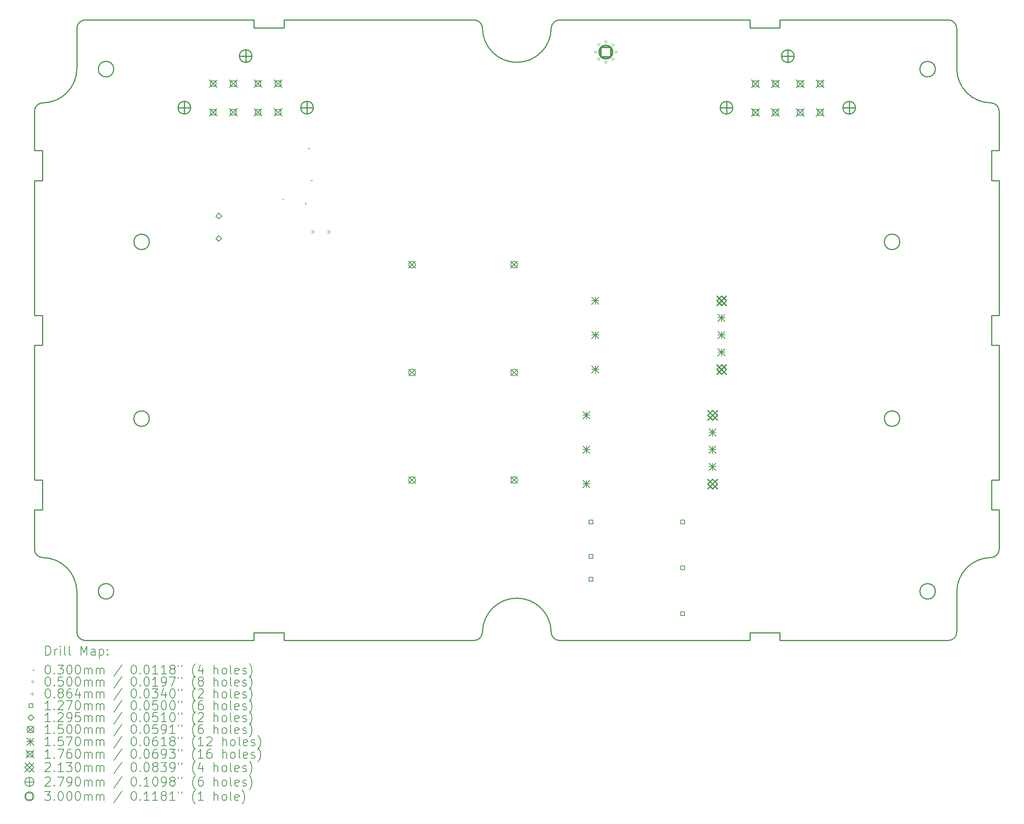
<source format=gbr>
%TF.GenerationSoftware,KiCad,Pcbnew,8.0.2*%
%TF.CreationDate,2024-05-09T14:15:35-06:00*%
%TF.ProjectId,GR-LRR-POWER,47522d4c-5252-42d5-904f-5745522e6b69,rev?*%
%TF.SameCoordinates,Original*%
%TF.FileFunction,Drillmap*%
%TF.FilePolarity,Positive*%
%FSLAX45Y45*%
G04 Gerber Fmt 4.5, Leading zero omitted, Abs format (unit mm)*
G04 Created by KiCad (PCBNEW 8.0.2) date 2024-05-09 14:15:35*
%MOMM*%
%LPD*%
G01*
G04 APERTURE LIST*
%ADD10C,0.250000*%
%ADD11C,0.200000*%
%ADD12C,0.100000*%
%ADD13C,0.127000*%
%ADD14C,0.129540*%
%ADD15C,0.150000*%
%ADD16C,0.157000*%
%ADD17C,0.176000*%
%ADD18C,0.213000*%
%ADD19C,0.279000*%
%ADD20C,0.300000*%
G04 APERTURE END LIST*
D10*
X7637498Y-15342925D02*
G75*
G02*
X7294598Y-15342925I-171450J0D01*
G01*
X7294598Y-15342925D02*
G75*
G02*
X7637498Y-15342925I171450J0D01*
G01*
X15017033Y-20076964D02*
G75*
G02*
X16539363Y-20076964I761165J-8141D01*
G01*
X5267222Y-9399954D02*
X5267222Y-10065416D01*
X25523700Y-7580685D02*
X25523700Y-6691685D01*
X20938217Y-6502933D02*
X16728104Y-6502933D01*
X15017033Y-20076964D02*
G75*
G02*
X14828293Y-20263694I-188734J2014D01*
G01*
X6221448Y-20263697D02*
G75*
G02*
X6032693Y-20074945I2J188757D01*
G01*
X6032697Y-19185945D02*
X6032697Y-20074945D01*
X5267222Y-13050584D02*
X5267222Y-13716046D01*
X26463500Y-10065416D02*
X26289175Y-10065416D01*
X6221448Y-20263697D02*
X9952717Y-20263697D01*
X5267222Y-13716046D02*
X5092897Y-13716046D01*
X25523700Y-20074945D02*
X25523700Y-19185945D01*
X10618180Y-20089371D02*
X10618180Y-20263697D01*
X16539363Y-6689666D02*
G75*
G02*
X16728104Y-6502932I188747J-2024D01*
G01*
X5279630Y-18424780D02*
G75*
G02*
X6032696Y-19185945I-8137J-761160D01*
G01*
X26289175Y-13716046D02*
X26289175Y-13050584D01*
X21603680Y-20263697D02*
X25334948Y-20263697D01*
X5267222Y-17366676D02*
X5092897Y-17366676D01*
X5092897Y-8530591D02*
X5092897Y-9399954D01*
X25334948Y-6502933D02*
G75*
G02*
X25523697Y-6691685I2J-188747D01*
G01*
X26289175Y-10065416D02*
X26289175Y-9399954D01*
X7637498Y-11423705D02*
G75*
G02*
X7294598Y-11423705I-171450J0D01*
G01*
X7294598Y-11423705D02*
G75*
G02*
X7637498Y-11423705I171450J0D01*
G01*
X25334948Y-6502933D02*
X21603680Y-6502933D01*
X25049198Y-7593385D02*
G75*
G02*
X24706298Y-7593385I-171450J0D01*
G01*
X24706298Y-7593385D02*
G75*
G02*
X25049198Y-7593385I171450J0D01*
G01*
X26463500Y-18236039D02*
G75*
G02*
X26276767Y-18424779I-188760J9D01*
G01*
X26289175Y-9399954D02*
X26463500Y-9399954D01*
X16728104Y-20263697D02*
X20938217Y-20263697D01*
X26463500Y-13716046D02*
X26289175Y-13716046D01*
X5092897Y-8530591D02*
G75*
G02*
X5279630Y-8341848I188753J1D01*
G01*
X24261798Y-15342925D02*
G75*
G02*
X23918898Y-15342925I-171450J0D01*
G01*
X23918898Y-15342925D02*
G75*
G02*
X24261798Y-15342925I171450J0D01*
G01*
X21603680Y-6677259D02*
X20938217Y-6677259D01*
X10618180Y-20263697D02*
X14828293Y-20263697D01*
X9952717Y-6677259D02*
X9952717Y-6502933D01*
X14828293Y-6502933D02*
G75*
G02*
X15017036Y-6689666I-13J-188767D01*
G01*
X21603680Y-6502933D02*
X21603680Y-6677259D01*
X6850098Y-7593385D02*
G75*
G02*
X6507198Y-7593385I-171450J0D01*
G01*
X6507198Y-7593385D02*
G75*
G02*
X6850098Y-7593385I171450J0D01*
G01*
X26463500Y-16701214D02*
X26463500Y-13716046D01*
X20938217Y-20089371D02*
X21603680Y-20089371D01*
X5267222Y-16701214D02*
X5267222Y-17366676D01*
X16728104Y-20263697D02*
G75*
G02*
X16539364Y-20076964I-4J188747D01*
G01*
X26463500Y-18236039D02*
X26463500Y-17366676D01*
X5092897Y-13050584D02*
X5267222Y-13050584D01*
X14828293Y-6502933D02*
X10618180Y-6502933D01*
X5279630Y-18424780D02*
G75*
G02*
X5092899Y-18236039I2020J188740D01*
G01*
X9952717Y-20263697D02*
X9952717Y-20089371D01*
X9952717Y-20089371D02*
X10618180Y-20089371D01*
X20938217Y-6677259D02*
X20938217Y-6502933D01*
X6032697Y-6691685D02*
X6032697Y-7580685D01*
X5267222Y-10065416D02*
X5092897Y-10065416D01*
X26276767Y-8341850D02*
G75*
G02*
X25523696Y-7580685I8143J761170D01*
G01*
X25523700Y-19185945D02*
G75*
G02*
X26276767Y-18424784I761210J-5D01*
G01*
X25049198Y-19173245D02*
G75*
G02*
X24706298Y-19173245I-171450J0D01*
G01*
X24706298Y-19173245D02*
G75*
G02*
X25049198Y-19173245I171450J0D01*
G01*
X16539363Y-6689666D02*
G75*
G02*
X15017033Y-6689666I-761165J8141D01*
G01*
X10618180Y-6502933D02*
X10618180Y-6677259D01*
X9952717Y-6502933D02*
X6221448Y-6502933D01*
X26463500Y-9399954D02*
X26463500Y-8530591D01*
X5092897Y-13716046D02*
X5092897Y-16701214D01*
X26276767Y-8341850D02*
G75*
G02*
X26463501Y-8530591I-2017J-188740D01*
G01*
X6850098Y-19173245D02*
G75*
G02*
X6507198Y-19173245I-171450J0D01*
G01*
X6507198Y-19173245D02*
G75*
G02*
X6850098Y-19173245I171450J0D01*
G01*
X26289175Y-13050584D02*
X26463500Y-13050584D01*
X5092897Y-9399954D02*
X5267222Y-9399954D01*
X20938217Y-20263697D02*
X20938217Y-20089371D01*
X26289175Y-16701214D02*
X26463500Y-16701214D01*
X26463500Y-17366676D02*
X26289175Y-17366676D01*
X5092897Y-17366676D02*
X5092897Y-18236039D01*
X26463500Y-13050584D02*
X26463500Y-10065416D01*
X6032697Y-6691685D02*
G75*
G02*
X6221448Y-6502937I188753J-5D01*
G01*
X21603680Y-20089371D02*
X21603680Y-20263697D01*
X5092897Y-10065416D02*
X5092897Y-13050584D01*
X24261798Y-11423705D02*
G75*
G02*
X23918898Y-11423705I-171450J0D01*
G01*
X23918898Y-11423705D02*
G75*
G02*
X24261798Y-11423705I171450J0D01*
G01*
X25523700Y-20074945D02*
G75*
G02*
X25334948Y-20263700I-188750J-5D01*
G01*
X6032697Y-7580685D02*
G75*
G02*
X5279630Y-8341850I-761210J1D01*
G01*
X5092897Y-16701214D02*
X5267222Y-16701214D01*
X10618180Y-6677259D02*
X9952717Y-6677259D01*
X26289175Y-17366676D02*
X26289175Y-16701214D01*
D11*
D12*
X10585000Y-10460000D02*
X10615000Y-10490000D01*
X10615000Y-10460000D02*
X10585000Y-10490000D01*
X11085000Y-10560000D02*
X11115000Y-10590000D01*
X11115000Y-10560000D02*
X11085000Y-10590000D01*
X11155000Y-9335000D02*
X11185000Y-9365000D01*
X11185000Y-9335000D02*
X11155000Y-9365000D01*
X11215000Y-10045000D02*
X11245000Y-10075000D01*
X11245000Y-10045000D02*
X11215000Y-10075000D01*
X17550000Y-7215000D02*
G75*
G02*
X17500000Y-7215000I-25000J0D01*
G01*
X17500000Y-7215000D02*
G75*
G02*
X17550000Y-7215000I25000J0D01*
G01*
X17615901Y-7055901D02*
G75*
G02*
X17565901Y-7055901I-25000J0D01*
G01*
X17565901Y-7055901D02*
G75*
G02*
X17615901Y-7055901I25000J0D01*
G01*
X17615901Y-7374099D02*
G75*
G02*
X17565901Y-7374099I-25000J0D01*
G01*
X17565901Y-7374099D02*
G75*
G02*
X17615901Y-7374099I25000J0D01*
G01*
X17775000Y-6990000D02*
G75*
G02*
X17725000Y-6990000I-25000J0D01*
G01*
X17725000Y-6990000D02*
G75*
G02*
X17775000Y-6990000I25000J0D01*
G01*
X17775000Y-7440000D02*
G75*
G02*
X17725000Y-7440000I-25000J0D01*
G01*
X17725000Y-7440000D02*
G75*
G02*
X17775000Y-7440000I25000J0D01*
G01*
X17934099Y-7055901D02*
G75*
G02*
X17884099Y-7055901I-25000J0D01*
G01*
X17884099Y-7055901D02*
G75*
G02*
X17934099Y-7055901I25000J0D01*
G01*
X17934099Y-7374099D02*
G75*
G02*
X17884099Y-7374099I-25000J0D01*
G01*
X17884099Y-7374099D02*
G75*
G02*
X17934099Y-7374099I25000J0D01*
G01*
X18000000Y-7215000D02*
G75*
G02*
X17950000Y-7215000I-25000J0D01*
G01*
X17950000Y-7215000D02*
G75*
G02*
X18000000Y-7215000I25000J0D01*
G01*
X11258325Y-11156820D02*
X11258325Y-11243180D01*
X11215145Y-11200000D02*
X11301505Y-11200000D01*
X11608325Y-11156820D02*
X11608325Y-11243180D01*
X11565145Y-11200000D02*
X11651505Y-11200000D01*
D13*
X17464402Y-17678902D02*
X17464402Y-17589098D01*
X17374598Y-17589098D01*
X17374598Y-17678902D01*
X17464402Y-17678902D01*
X17464402Y-18440902D02*
X17464402Y-18351098D01*
X17374598Y-18351098D01*
X17374598Y-18440902D01*
X17464402Y-18440902D01*
X17464402Y-18948902D02*
X17464402Y-18859098D01*
X17374598Y-18859098D01*
X17374598Y-18948902D01*
X17464402Y-18948902D01*
X19496402Y-17678902D02*
X19496402Y-17589098D01*
X19406598Y-17589098D01*
X19406598Y-17678902D01*
X19496402Y-17678902D01*
X19496402Y-18694902D02*
X19496402Y-18605098D01*
X19406598Y-18605098D01*
X19406598Y-18694902D01*
X19496402Y-18694902D01*
X19496402Y-19710902D02*
X19496402Y-19621098D01*
X19406598Y-19621098D01*
X19406598Y-19710902D01*
X19496402Y-19710902D01*
D14*
X9175000Y-10914770D02*
X9239770Y-10850000D01*
X9175000Y-10785230D01*
X9110230Y-10850000D01*
X9175000Y-10914770D01*
X9175000Y-11414770D02*
X9239770Y-11350000D01*
X9175000Y-11285230D01*
X9110230Y-11350000D01*
X9175000Y-11414770D01*
D15*
X13385000Y-11853364D02*
X13535000Y-12003364D01*
X13535000Y-11853364D02*
X13385000Y-12003364D01*
X13535000Y-11928364D02*
G75*
G02*
X13385000Y-11928364I-75000J0D01*
G01*
X13385000Y-11928364D02*
G75*
G02*
X13535000Y-11928364I75000J0D01*
G01*
X13385000Y-14245000D02*
X13535000Y-14395000D01*
X13535000Y-14245000D02*
X13385000Y-14395000D01*
X13535000Y-14320000D02*
G75*
G02*
X13385000Y-14320000I-75000J0D01*
G01*
X13385000Y-14320000D02*
G75*
G02*
X13535000Y-14320000I75000J0D01*
G01*
X13385000Y-16629755D02*
X13535000Y-16779756D01*
X13535000Y-16629755D02*
X13385000Y-16779756D01*
X13535000Y-16704755D02*
G75*
G02*
X13385000Y-16704755I-75000J0D01*
G01*
X13385000Y-16704755D02*
G75*
G02*
X13535000Y-16704755I75000J0D01*
G01*
X15645000Y-11853364D02*
X15795000Y-12003364D01*
X15795000Y-11853364D02*
X15645000Y-12003364D01*
X15795000Y-11928364D02*
G75*
G02*
X15645000Y-11928364I-75000J0D01*
G01*
X15645000Y-11928364D02*
G75*
G02*
X15795000Y-11928364I75000J0D01*
G01*
X15645000Y-14245000D02*
X15795000Y-14395000D01*
X15795000Y-14245000D02*
X15645000Y-14395000D01*
X15795000Y-14320000D02*
G75*
G02*
X15645000Y-14320000I-75000J0D01*
G01*
X15645000Y-14320000D02*
G75*
G02*
X15795000Y-14320000I75000J0D01*
G01*
X15645000Y-16629755D02*
X15795000Y-16779756D01*
X15795000Y-16629755D02*
X15645000Y-16779756D01*
X15795000Y-16704755D02*
G75*
G02*
X15645000Y-16704755I-75000J0D01*
G01*
X15645000Y-16704755D02*
G75*
G02*
X15795000Y-16704755I75000J0D01*
G01*
D16*
X17239500Y-15189500D02*
X17396500Y-15346500D01*
X17396500Y-15189500D02*
X17239500Y-15346500D01*
X17318000Y-15189500D02*
X17318000Y-15346500D01*
X17239500Y-15268000D02*
X17396500Y-15268000D01*
X17239500Y-15951500D02*
X17396500Y-16108500D01*
X17396500Y-15951500D02*
X17239500Y-16108500D01*
X17318000Y-15951500D02*
X17318000Y-16108500D01*
X17239500Y-16030000D02*
X17396500Y-16030000D01*
X17239500Y-16713500D02*
X17396500Y-16870500D01*
X17396500Y-16713500D02*
X17239500Y-16870500D01*
X17318000Y-16713500D02*
X17318000Y-16870500D01*
X17239500Y-16792000D02*
X17396500Y-16792000D01*
X17439500Y-12649500D02*
X17596500Y-12806500D01*
X17596500Y-12649500D02*
X17439500Y-12806500D01*
X17518000Y-12649500D02*
X17518000Y-12806500D01*
X17439500Y-12728000D02*
X17596500Y-12728000D01*
X17439500Y-13411500D02*
X17596500Y-13568500D01*
X17596500Y-13411500D02*
X17439500Y-13568500D01*
X17518000Y-13411500D02*
X17518000Y-13568500D01*
X17439500Y-13490000D02*
X17596500Y-13490000D01*
X17439500Y-14173500D02*
X17596500Y-14330500D01*
X17596500Y-14173500D02*
X17439500Y-14330500D01*
X17518000Y-14173500D02*
X17518000Y-14330500D01*
X17439500Y-14252000D02*
X17596500Y-14252000D01*
X20033500Y-15570500D02*
X20190500Y-15727500D01*
X20190500Y-15570500D02*
X20033500Y-15727500D01*
X20112000Y-15570500D02*
X20112000Y-15727500D01*
X20033500Y-15649000D02*
X20190500Y-15649000D01*
X20033500Y-15951500D02*
X20190500Y-16108500D01*
X20190500Y-15951500D02*
X20033500Y-16108500D01*
X20112000Y-15951500D02*
X20112000Y-16108500D01*
X20033500Y-16030000D02*
X20190500Y-16030000D01*
X20033500Y-16332500D02*
X20190500Y-16489500D01*
X20190500Y-16332500D02*
X20033500Y-16489500D01*
X20112000Y-16332500D02*
X20112000Y-16489500D01*
X20033500Y-16411000D02*
X20190500Y-16411000D01*
X20233500Y-13030500D02*
X20390500Y-13187500D01*
X20390500Y-13030500D02*
X20233500Y-13187500D01*
X20312000Y-13030500D02*
X20312000Y-13187500D01*
X20233500Y-13109000D02*
X20390500Y-13109000D01*
X20233500Y-13411500D02*
X20390500Y-13568500D01*
X20390500Y-13411500D02*
X20233500Y-13568500D01*
X20312000Y-13411500D02*
X20312000Y-13568500D01*
X20233500Y-13490000D02*
X20390500Y-13490000D01*
X20233500Y-13792500D02*
X20390500Y-13949500D01*
X20390500Y-13792500D02*
X20233500Y-13949500D01*
X20312000Y-13792500D02*
X20312000Y-13949500D01*
X20233500Y-13871000D02*
X20390500Y-13871000D01*
D17*
X8967000Y-7827000D02*
X9143000Y-8003000D01*
X9143000Y-7827000D02*
X8967000Y-8003000D01*
X9117226Y-7977226D02*
X9117226Y-7852774D01*
X8992774Y-7852774D01*
X8992774Y-7977226D01*
X9117226Y-7977226D01*
X8967000Y-8462000D02*
X9143000Y-8638000D01*
X9143000Y-8462000D02*
X8967000Y-8638000D01*
X9117226Y-8612226D02*
X9117226Y-8487774D01*
X8992774Y-8487774D01*
X8992774Y-8612226D01*
X9117226Y-8612226D01*
X9411500Y-7827000D02*
X9587500Y-8003000D01*
X9587500Y-7827000D02*
X9411500Y-8003000D01*
X9561726Y-7977226D02*
X9561726Y-7852774D01*
X9437274Y-7852774D01*
X9437274Y-7977226D01*
X9561726Y-7977226D01*
X9411500Y-8462000D02*
X9587500Y-8638000D01*
X9587500Y-8462000D02*
X9411500Y-8638000D01*
X9561726Y-8612226D02*
X9561726Y-8487774D01*
X9437274Y-8487774D01*
X9437274Y-8612226D01*
X9561726Y-8612226D01*
X9957500Y-7827000D02*
X10133500Y-8003000D01*
X10133500Y-7827000D02*
X9957500Y-8003000D01*
X10107726Y-7977226D02*
X10107726Y-7852774D01*
X9983274Y-7852774D01*
X9983274Y-7977226D01*
X10107726Y-7977226D01*
X9957500Y-8462000D02*
X10133500Y-8638000D01*
X10133500Y-8462000D02*
X9957500Y-8638000D01*
X10107726Y-8612226D02*
X10107726Y-8487774D01*
X9983274Y-8487774D01*
X9983274Y-8612226D01*
X10107726Y-8612226D01*
X10402000Y-7827000D02*
X10578000Y-8003000D01*
X10578000Y-7827000D02*
X10402000Y-8003000D01*
X10552226Y-7977226D02*
X10552226Y-7852774D01*
X10427774Y-7852774D01*
X10427774Y-7977226D01*
X10552226Y-7977226D01*
X10402000Y-8462000D02*
X10578000Y-8638000D01*
X10578000Y-8462000D02*
X10402000Y-8638000D01*
X10552226Y-8612226D02*
X10552226Y-8487774D01*
X10427774Y-8487774D01*
X10427774Y-8612226D01*
X10552226Y-8612226D01*
X20975500Y-7829000D02*
X21151500Y-8005000D01*
X21151500Y-7829000D02*
X20975500Y-8005000D01*
X21125726Y-7979226D02*
X21125726Y-7854774D01*
X21001274Y-7854774D01*
X21001274Y-7979226D01*
X21125726Y-7979226D01*
X20975500Y-8464000D02*
X21151500Y-8640000D01*
X21151500Y-8464000D02*
X20975500Y-8640000D01*
X21125726Y-8614226D02*
X21125726Y-8489774D01*
X21001274Y-8489774D01*
X21001274Y-8614226D01*
X21125726Y-8614226D01*
X21420000Y-7829000D02*
X21596000Y-8005000D01*
X21596000Y-7829000D02*
X21420000Y-8005000D01*
X21570226Y-7979226D02*
X21570226Y-7854774D01*
X21445774Y-7854774D01*
X21445774Y-7979226D01*
X21570226Y-7979226D01*
X21420000Y-8464000D02*
X21596000Y-8640000D01*
X21596000Y-8464000D02*
X21420000Y-8640000D01*
X21570226Y-8614226D02*
X21570226Y-8489774D01*
X21445774Y-8489774D01*
X21445774Y-8614226D01*
X21570226Y-8614226D01*
X21966000Y-7829000D02*
X22142000Y-8005000D01*
X22142000Y-7829000D02*
X21966000Y-8005000D01*
X22116226Y-7979226D02*
X22116226Y-7854774D01*
X21991774Y-7854774D01*
X21991774Y-7979226D01*
X22116226Y-7979226D01*
X21966000Y-8464000D02*
X22142000Y-8640000D01*
X22142000Y-8464000D02*
X21966000Y-8640000D01*
X22116226Y-8614226D02*
X22116226Y-8489774D01*
X21991774Y-8489774D01*
X21991774Y-8614226D01*
X22116226Y-8614226D01*
X22410500Y-7829000D02*
X22586500Y-8005000D01*
X22586500Y-7829000D02*
X22410500Y-8005000D01*
X22560726Y-7979226D02*
X22560726Y-7854774D01*
X22436274Y-7854774D01*
X22436274Y-7979226D01*
X22560726Y-7979226D01*
X22410500Y-8464000D02*
X22586500Y-8640000D01*
X22586500Y-8464000D02*
X22410500Y-8640000D01*
X22560726Y-8614226D02*
X22560726Y-8489774D01*
X22436274Y-8489774D01*
X22436274Y-8614226D01*
X22560726Y-8614226D01*
D18*
X20005500Y-15161500D02*
X20218500Y-15374500D01*
X20218500Y-15161500D02*
X20005500Y-15374500D01*
X20112000Y-15374500D02*
X20218500Y-15268000D01*
X20112000Y-15161500D01*
X20005500Y-15268000D01*
X20112000Y-15374500D01*
X20005500Y-16685500D02*
X20218500Y-16898500D01*
X20218500Y-16685500D02*
X20005500Y-16898500D01*
X20112000Y-16898500D02*
X20218500Y-16792000D01*
X20112000Y-16685500D01*
X20005500Y-16792000D01*
X20112000Y-16898500D01*
X20205500Y-12621500D02*
X20418500Y-12834500D01*
X20418500Y-12621500D02*
X20205500Y-12834500D01*
X20312000Y-12834500D02*
X20418500Y-12728000D01*
X20312000Y-12621500D01*
X20205500Y-12728000D01*
X20312000Y-12834500D01*
X20205500Y-14145500D02*
X20418500Y-14358500D01*
X20418500Y-14145500D02*
X20205500Y-14358500D01*
X20312000Y-14358500D02*
X20418500Y-14252000D01*
X20312000Y-14145500D01*
X20205500Y-14252000D01*
X20312000Y-14358500D01*
D19*
X8413500Y-8308500D02*
X8413500Y-8587500D01*
X8274000Y-8448000D02*
X8553000Y-8448000D01*
X8553000Y-8448000D02*
G75*
G02*
X8274000Y-8448000I-139500J0D01*
G01*
X8274000Y-8448000D02*
G75*
G02*
X8553000Y-8448000I139500J0D01*
G01*
X9772500Y-7165500D02*
X9772500Y-7444500D01*
X9633000Y-7305000D02*
X9912000Y-7305000D01*
X9912000Y-7305000D02*
G75*
G02*
X9633000Y-7305000I-139500J0D01*
G01*
X9633000Y-7305000D02*
G75*
G02*
X9912000Y-7305000I139500J0D01*
G01*
X11131500Y-8308500D02*
X11131500Y-8587500D01*
X10992000Y-8448000D02*
X11271000Y-8448000D01*
X11271000Y-8448000D02*
G75*
G02*
X10992000Y-8448000I-139500J0D01*
G01*
X10992000Y-8448000D02*
G75*
G02*
X11271000Y-8448000I139500J0D01*
G01*
X20422000Y-8310500D02*
X20422000Y-8589500D01*
X20282500Y-8450000D02*
X20561500Y-8450000D01*
X20561500Y-8450000D02*
G75*
G02*
X20282500Y-8450000I-139500J0D01*
G01*
X20282500Y-8450000D02*
G75*
G02*
X20561500Y-8450000I139500J0D01*
G01*
X21781000Y-7167500D02*
X21781000Y-7446500D01*
X21641500Y-7307000D02*
X21920500Y-7307000D01*
X21920500Y-7307000D02*
G75*
G02*
X21641500Y-7307000I-139500J0D01*
G01*
X21641500Y-7307000D02*
G75*
G02*
X21920500Y-7307000I139500J0D01*
G01*
X23140000Y-8310500D02*
X23140000Y-8589500D01*
X23000500Y-8450000D02*
X23279500Y-8450000D01*
X23279500Y-8450000D02*
G75*
G02*
X23000500Y-8450000I-139500J0D01*
G01*
X23000500Y-8450000D02*
G75*
G02*
X23279500Y-8450000I139500J0D01*
G01*
D20*
X17856067Y-7321067D02*
X17856067Y-7108933D01*
X17643933Y-7108933D01*
X17643933Y-7321067D01*
X17856067Y-7321067D01*
X17900000Y-7215000D02*
G75*
G02*
X17600000Y-7215000I-150000J0D01*
G01*
X17600000Y-7215000D02*
G75*
G02*
X17900000Y-7215000I150000J0D01*
G01*
D11*
X5341174Y-20587684D02*
X5341174Y-20387684D01*
X5341174Y-20387684D02*
X5388793Y-20387684D01*
X5388793Y-20387684D02*
X5417364Y-20397208D01*
X5417364Y-20397208D02*
X5436412Y-20416255D01*
X5436412Y-20416255D02*
X5445936Y-20435303D01*
X5445936Y-20435303D02*
X5455459Y-20473398D01*
X5455459Y-20473398D02*
X5455459Y-20501970D01*
X5455459Y-20501970D02*
X5445936Y-20540065D01*
X5445936Y-20540065D02*
X5436412Y-20559112D01*
X5436412Y-20559112D02*
X5417364Y-20578160D01*
X5417364Y-20578160D02*
X5388793Y-20587684D01*
X5388793Y-20587684D02*
X5341174Y-20587684D01*
X5541174Y-20587684D02*
X5541174Y-20454350D01*
X5541174Y-20492446D02*
X5550697Y-20473398D01*
X5550697Y-20473398D02*
X5560221Y-20463874D01*
X5560221Y-20463874D02*
X5579269Y-20454350D01*
X5579269Y-20454350D02*
X5598316Y-20454350D01*
X5664983Y-20587684D02*
X5664983Y-20454350D01*
X5664983Y-20387684D02*
X5655459Y-20397208D01*
X5655459Y-20397208D02*
X5664983Y-20406731D01*
X5664983Y-20406731D02*
X5674507Y-20397208D01*
X5674507Y-20397208D02*
X5664983Y-20387684D01*
X5664983Y-20387684D02*
X5664983Y-20406731D01*
X5788793Y-20587684D02*
X5769745Y-20578160D01*
X5769745Y-20578160D02*
X5760221Y-20559112D01*
X5760221Y-20559112D02*
X5760221Y-20387684D01*
X5893554Y-20587684D02*
X5874507Y-20578160D01*
X5874507Y-20578160D02*
X5864983Y-20559112D01*
X5864983Y-20559112D02*
X5864983Y-20387684D01*
X6122126Y-20587684D02*
X6122126Y-20387684D01*
X6122126Y-20387684D02*
X6188793Y-20530541D01*
X6188793Y-20530541D02*
X6255459Y-20387684D01*
X6255459Y-20387684D02*
X6255459Y-20587684D01*
X6436412Y-20587684D02*
X6436412Y-20482922D01*
X6436412Y-20482922D02*
X6426888Y-20463874D01*
X6426888Y-20463874D02*
X6407840Y-20454350D01*
X6407840Y-20454350D02*
X6369745Y-20454350D01*
X6369745Y-20454350D02*
X6350697Y-20463874D01*
X6436412Y-20578160D02*
X6417364Y-20587684D01*
X6417364Y-20587684D02*
X6369745Y-20587684D01*
X6369745Y-20587684D02*
X6350697Y-20578160D01*
X6350697Y-20578160D02*
X6341174Y-20559112D01*
X6341174Y-20559112D02*
X6341174Y-20540065D01*
X6341174Y-20540065D02*
X6350697Y-20521017D01*
X6350697Y-20521017D02*
X6369745Y-20511493D01*
X6369745Y-20511493D02*
X6417364Y-20511493D01*
X6417364Y-20511493D02*
X6436412Y-20501970D01*
X6531650Y-20454350D02*
X6531650Y-20654350D01*
X6531650Y-20463874D02*
X6550697Y-20454350D01*
X6550697Y-20454350D02*
X6588793Y-20454350D01*
X6588793Y-20454350D02*
X6607840Y-20463874D01*
X6607840Y-20463874D02*
X6617364Y-20473398D01*
X6617364Y-20473398D02*
X6626888Y-20492446D01*
X6626888Y-20492446D02*
X6626888Y-20549589D01*
X6626888Y-20549589D02*
X6617364Y-20568636D01*
X6617364Y-20568636D02*
X6607840Y-20578160D01*
X6607840Y-20578160D02*
X6588793Y-20587684D01*
X6588793Y-20587684D02*
X6550697Y-20587684D01*
X6550697Y-20587684D02*
X6531650Y-20578160D01*
X6712602Y-20568636D02*
X6722126Y-20578160D01*
X6722126Y-20578160D02*
X6712602Y-20587684D01*
X6712602Y-20587684D02*
X6703078Y-20578160D01*
X6703078Y-20578160D02*
X6712602Y-20568636D01*
X6712602Y-20568636D02*
X6712602Y-20587684D01*
X6712602Y-20463874D02*
X6722126Y-20473398D01*
X6722126Y-20473398D02*
X6712602Y-20482922D01*
X6712602Y-20482922D02*
X6703078Y-20473398D01*
X6703078Y-20473398D02*
X6712602Y-20463874D01*
X6712602Y-20463874D02*
X6712602Y-20482922D01*
D12*
X5050397Y-20901200D02*
X5080397Y-20931200D01*
X5080397Y-20901200D02*
X5050397Y-20931200D01*
D11*
X5379269Y-20807684D02*
X5398317Y-20807684D01*
X5398317Y-20807684D02*
X5417364Y-20817208D01*
X5417364Y-20817208D02*
X5426888Y-20826731D01*
X5426888Y-20826731D02*
X5436412Y-20845779D01*
X5436412Y-20845779D02*
X5445936Y-20883874D01*
X5445936Y-20883874D02*
X5445936Y-20931493D01*
X5445936Y-20931493D02*
X5436412Y-20969589D01*
X5436412Y-20969589D02*
X5426888Y-20988636D01*
X5426888Y-20988636D02*
X5417364Y-20998160D01*
X5417364Y-20998160D02*
X5398317Y-21007684D01*
X5398317Y-21007684D02*
X5379269Y-21007684D01*
X5379269Y-21007684D02*
X5360221Y-20998160D01*
X5360221Y-20998160D02*
X5350697Y-20988636D01*
X5350697Y-20988636D02*
X5341174Y-20969589D01*
X5341174Y-20969589D02*
X5331650Y-20931493D01*
X5331650Y-20931493D02*
X5331650Y-20883874D01*
X5331650Y-20883874D02*
X5341174Y-20845779D01*
X5341174Y-20845779D02*
X5350697Y-20826731D01*
X5350697Y-20826731D02*
X5360221Y-20817208D01*
X5360221Y-20817208D02*
X5379269Y-20807684D01*
X5531650Y-20988636D02*
X5541174Y-20998160D01*
X5541174Y-20998160D02*
X5531650Y-21007684D01*
X5531650Y-21007684D02*
X5522126Y-20998160D01*
X5522126Y-20998160D02*
X5531650Y-20988636D01*
X5531650Y-20988636D02*
X5531650Y-21007684D01*
X5607840Y-20807684D02*
X5731650Y-20807684D01*
X5731650Y-20807684D02*
X5664983Y-20883874D01*
X5664983Y-20883874D02*
X5693555Y-20883874D01*
X5693555Y-20883874D02*
X5712602Y-20893398D01*
X5712602Y-20893398D02*
X5722126Y-20902922D01*
X5722126Y-20902922D02*
X5731650Y-20921970D01*
X5731650Y-20921970D02*
X5731650Y-20969589D01*
X5731650Y-20969589D02*
X5722126Y-20988636D01*
X5722126Y-20988636D02*
X5712602Y-20998160D01*
X5712602Y-20998160D02*
X5693555Y-21007684D01*
X5693555Y-21007684D02*
X5636412Y-21007684D01*
X5636412Y-21007684D02*
X5617364Y-20998160D01*
X5617364Y-20998160D02*
X5607840Y-20988636D01*
X5855459Y-20807684D02*
X5874507Y-20807684D01*
X5874507Y-20807684D02*
X5893555Y-20817208D01*
X5893555Y-20817208D02*
X5903078Y-20826731D01*
X5903078Y-20826731D02*
X5912602Y-20845779D01*
X5912602Y-20845779D02*
X5922126Y-20883874D01*
X5922126Y-20883874D02*
X5922126Y-20931493D01*
X5922126Y-20931493D02*
X5912602Y-20969589D01*
X5912602Y-20969589D02*
X5903078Y-20988636D01*
X5903078Y-20988636D02*
X5893555Y-20998160D01*
X5893555Y-20998160D02*
X5874507Y-21007684D01*
X5874507Y-21007684D02*
X5855459Y-21007684D01*
X5855459Y-21007684D02*
X5836412Y-20998160D01*
X5836412Y-20998160D02*
X5826888Y-20988636D01*
X5826888Y-20988636D02*
X5817364Y-20969589D01*
X5817364Y-20969589D02*
X5807840Y-20931493D01*
X5807840Y-20931493D02*
X5807840Y-20883874D01*
X5807840Y-20883874D02*
X5817364Y-20845779D01*
X5817364Y-20845779D02*
X5826888Y-20826731D01*
X5826888Y-20826731D02*
X5836412Y-20817208D01*
X5836412Y-20817208D02*
X5855459Y-20807684D01*
X6045935Y-20807684D02*
X6064983Y-20807684D01*
X6064983Y-20807684D02*
X6084031Y-20817208D01*
X6084031Y-20817208D02*
X6093555Y-20826731D01*
X6093555Y-20826731D02*
X6103078Y-20845779D01*
X6103078Y-20845779D02*
X6112602Y-20883874D01*
X6112602Y-20883874D02*
X6112602Y-20931493D01*
X6112602Y-20931493D02*
X6103078Y-20969589D01*
X6103078Y-20969589D02*
X6093555Y-20988636D01*
X6093555Y-20988636D02*
X6084031Y-20998160D01*
X6084031Y-20998160D02*
X6064983Y-21007684D01*
X6064983Y-21007684D02*
X6045935Y-21007684D01*
X6045935Y-21007684D02*
X6026888Y-20998160D01*
X6026888Y-20998160D02*
X6017364Y-20988636D01*
X6017364Y-20988636D02*
X6007840Y-20969589D01*
X6007840Y-20969589D02*
X5998316Y-20931493D01*
X5998316Y-20931493D02*
X5998316Y-20883874D01*
X5998316Y-20883874D02*
X6007840Y-20845779D01*
X6007840Y-20845779D02*
X6017364Y-20826731D01*
X6017364Y-20826731D02*
X6026888Y-20817208D01*
X6026888Y-20817208D02*
X6045935Y-20807684D01*
X6198316Y-21007684D02*
X6198316Y-20874350D01*
X6198316Y-20893398D02*
X6207840Y-20883874D01*
X6207840Y-20883874D02*
X6226888Y-20874350D01*
X6226888Y-20874350D02*
X6255459Y-20874350D01*
X6255459Y-20874350D02*
X6274507Y-20883874D01*
X6274507Y-20883874D02*
X6284031Y-20902922D01*
X6284031Y-20902922D02*
X6284031Y-21007684D01*
X6284031Y-20902922D02*
X6293555Y-20883874D01*
X6293555Y-20883874D02*
X6312602Y-20874350D01*
X6312602Y-20874350D02*
X6341174Y-20874350D01*
X6341174Y-20874350D02*
X6360221Y-20883874D01*
X6360221Y-20883874D02*
X6369745Y-20902922D01*
X6369745Y-20902922D02*
X6369745Y-21007684D01*
X6464983Y-21007684D02*
X6464983Y-20874350D01*
X6464983Y-20893398D02*
X6474507Y-20883874D01*
X6474507Y-20883874D02*
X6493555Y-20874350D01*
X6493555Y-20874350D02*
X6522126Y-20874350D01*
X6522126Y-20874350D02*
X6541174Y-20883874D01*
X6541174Y-20883874D02*
X6550697Y-20902922D01*
X6550697Y-20902922D02*
X6550697Y-21007684D01*
X6550697Y-20902922D02*
X6560221Y-20883874D01*
X6560221Y-20883874D02*
X6579269Y-20874350D01*
X6579269Y-20874350D02*
X6607840Y-20874350D01*
X6607840Y-20874350D02*
X6626888Y-20883874D01*
X6626888Y-20883874D02*
X6636412Y-20902922D01*
X6636412Y-20902922D02*
X6636412Y-21007684D01*
X7026888Y-20798160D02*
X6855459Y-21055303D01*
X7284031Y-20807684D02*
X7303079Y-20807684D01*
X7303079Y-20807684D02*
X7322126Y-20817208D01*
X7322126Y-20817208D02*
X7331650Y-20826731D01*
X7331650Y-20826731D02*
X7341174Y-20845779D01*
X7341174Y-20845779D02*
X7350698Y-20883874D01*
X7350698Y-20883874D02*
X7350698Y-20931493D01*
X7350698Y-20931493D02*
X7341174Y-20969589D01*
X7341174Y-20969589D02*
X7331650Y-20988636D01*
X7331650Y-20988636D02*
X7322126Y-20998160D01*
X7322126Y-20998160D02*
X7303079Y-21007684D01*
X7303079Y-21007684D02*
X7284031Y-21007684D01*
X7284031Y-21007684D02*
X7264983Y-20998160D01*
X7264983Y-20998160D02*
X7255459Y-20988636D01*
X7255459Y-20988636D02*
X7245936Y-20969589D01*
X7245936Y-20969589D02*
X7236412Y-20931493D01*
X7236412Y-20931493D02*
X7236412Y-20883874D01*
X7236412Y-20883874D02*
X7245936Y-20845779D01*
X7245936Y-20845779D02*
X7255459Y-20826731D01*
X7255459Y-20826731D02*
X7264983Y-20817208D01*
X7264983Y-20817208D02*
X7284031Y-20807684D01*
X7436412Y-20988636D02*
X7445936Y-20998160D01*
X7445936Y-20998160D02*
X7436412Y-21007684D01*
X7436412Y-21007684D02*
X7426888Y-20998160D01*
X7426888Y-20998160D02*
X7436412Y-20988636D01*
X7436412Y-20988636D02*
X7436412Y-21007684D01*
X7569745Y-20807684D02*
X7588793Y-20807684D01*
X7588793Y-20807684D02*
X7607840Y-20817208D01*
X7607840Y-20817208D02*
X7617364Y-20826731D01*
X7617364Y-20826731D02*
X7626888Y-20845779D01*
X7626888Y-20845779D02*
X7636412Y-20883874D01*
X7636412Y-20883874D02*
X7636412Y-20931493D01*
X7636412Y-20931493D02*
X7626888Y-20969589D01*
X7626888Y-20969589D02*
X7617364Y-20988636D01*
X7617364Y-20988636D02*
X7607840Y-20998160D01*
X7607840Y-20998160D02*
X7588793Y-21007684D01*
X7588793Y-21007684D02*
X7569745Y-21007684D01*
X7569745Y-21007684D02*
X7550698Y-20998160D01*
X7550698Y-20998160D02*
X7541174Y-20988636D01*
X7541174Y-20988636D02*
X7531650Y-20969589D01*
X7531650Y-20969589D02*
X7522126Y-20931493D01*
X7522126Y-20931493D02*
X7522126Y-20883874D01*
X7522126Y-20883874D02*
X7531650Y-20845779D01*
X7531650Y-20845779D02*
X7541174Y-20826731D01*
X7541174Y-20826731D02*
X7550698Y-20817208D01*
X7550698Y-20817208D02*
X7569745Y-20807684D01*
X7826888Y-21007684D02*
X7712602Y-21007684D01*
X7769745Y-21007684D02*
X7769745Y-20807684D01*
X7769745Y-20807684D02*
X7750698Y-20836255D01*
X7750698Y-20836255D02*
X7731650Y-20855303D01*
X7731650Y-20855303D02*
X7712602Y-20864827D01*
X8017364Y-21007684D02*
X7903079Y-21007684D01*
X7960221Y-21007684D02*
X7960221Y-20807684D01*
X7960221Y-20807684D02*
X7941174Y-20836255D01*
X7941174Y-20836255D02*
X7922126Y-20855303D01*
X7922126Y-20855303D02*
X7903079Y-20864827D01*
X8131650Y-20893398D02*
X8112602Y-20883874D01*
X8112602Y-20883874D02*
X8103079Y-20874350D01*
X8103079Y-20874350D02*
X8093555Y-20855303D01*
X8093555Y-20855303D02*
X8093555Y-20845779D01*
X8093555Y-20845779D02*
X8103079Y-20826731D01*
X8103079Y-20826731D02*
X8112602Y-20817208D01*
X8112602Y-20817208D02*
X8131650Y-20807684D01*
X8131650Y-20807684D02*
X8169745Y-20807684D01*
X8169745Y-20807684D02*
X8188793Y-20817208D01*
X8188793Y-20817208D02*
X8198317Y-20826731D01*
X8198317Y-20826731D02*
X8207840Y-20845779D01*
X8207840Y-20845779D02*
X8207840Y-20855303D01*
X8207840Y-20855303D02*
X8198317Y-20874350D01*
X8198317Y-20874350D02*
X8188793Y-20883874D01*
X8188793Y-20883874D02*
X8169745Y-20893398D01*
X8169745Y-20893398D02*
X8131650Y-20893398D01*
X8131650Y-20893398D02*
X8112602Y-20902922D01*
X8112602Y-20902922D02*
X8103079Y-20912446D01*
X8103079Y-20912446D02*
X8093555Y-20931493D01*
X8093555Y-20931493D02*
X8093555Y-20969589D01*
X8093555Y-20969589D02*
X8103079Y-20988636D01*
X8103079Y-20988636D02*
X8112602Y-20998160D01*
X8112602Y-20998160D02*
X8131650Y-21007684D01*
X8131650Y-21007684D02*
X8169745Y-21007684D01*
X8169745Y-21007684D02*
X8188793Y-20998160D01*
X8188793Y-20998160D02*
X8198317Y-20988636D01*
X8198317Y-20988636D02*
X8207840Y-20969589D01*
X8207840Y-20969589D02*
X8207840Y-20931493D01*
X8207840Y-20931493D02*
X8198317Y-20912446D01*
X8198317Y-20912446D02*
X8188793Y-20902922D01*
X8188793Y-20902922D02*
X8169745Y-20893398D01*
X8284031Y-20807684D02*
X8284031Y-20845779D01*
X8360221Y-20807684D02*
X8360221Y-20845779D01*
X8655460Y-21083874D02*
X8645936Y-21074350D01*
X8645936Y-21074350D02*
X8626888Y-21045779D01*
X8626888Y-21045779D02*
X8617364Y-21026731D01*
X8617364Y-21026731D02*
X8607841Y-20998160D01*
X8607841Y-20998160D02*
X8598317Y-20950541D01*
X8598317Y-20950541D02*
X8598317Y-20912446D01*
X8598317Y-20912446D02*
X8607841Y-20864827D01*
X8607841Y-20864827D02*
X8617364Y-20836255D01*
X8617364Y-20836255D02*
X8626888Y-20817208D01*
X8626888Y-20817208D02*
X8645936Y-20788636D01*
X8645936Y-20788636D02*
X8655460Y-20779112D01*
X8817364Y-20874350D02*
X8817364Y-21007684D01*
X8769745Y-20798160D02*
X8722126Y-20941017D01*
X8722126Y-20941017D02*
X8845936Y-20941017D01*
X9074507Y-21007684D02*
X9074507Y-20807684D01*
X9160222Y-21007684D02*
X9160222Y-20902922D01*
X9160222Y-20902922D02*
X9150698Y-20883874D01*
X9150698Y-20883874D02*
X9131650Y-20874350D01*
X9131650Y-20874350D02*
X9103079Y-20874350D01*
X9103079Y-20874350D02*
X9084031Y-20883874D01*
X9084031Y-20883874D02*
X9074507Y-20893398D01*
X9284031Y-21007684D02*
X9264984Y-20998160D01*
X9264984Y-20998160D02*
X9255460Y-20988636D01*
X9255460Y-20988636D02*
X9245936Y-20969589D01*
X9245936Y-20969589D02*
X9245936Y-20912446D01*
X9245936Y-20912446D02*
X9255460Y-20893398D01*
X9255460Y-20893398D02*
X9264984Y-20883874D01*
X9264984Y-20883874D02*
X9284031Y-20874350D01*
X9284031Y-20874350D02*
X9312603Y-20874350D01*
X9312603Y-20874350D02*
X9331650Y-20883874D01*
X9331650Y-20883874D02*
X9341174Y-20893398D01*
X9341174Y-20893398D02*
X9350698Y-20912446D01*
X9350698Y-20912446D02*
X9350698Y-20969589D01*
X9350698Y-20969589D02*
X9341174Y-20988636D01*
X9341174Y-20988636D02*
X9331650Y-20998160D01*
X9331650Y-20998160D02*
X9312603Y-21007684D01*
X9312603Y-21007684D02*
X9284031Y-21007684D01*
X9464984Y-21007684D02*
X9445936Y-20998160D01*
X9445936Y-20998160D02*
X9436412Y-20979112D01*
X9436412Y-20979112D02*
X9436412Y-20807684D01*
X9617365Y-20998160D02*
X9598317Y-21007684D01*
X9598317Y-21007684D02*
X9560222Y-21007684D01*
X9560222Y-21007684D02*
X9541174Y-20998160D01*
X9541174Y-20998160D02*
X9531650Y-20979112D01*
X9531650Y-20979112D02*
X9531650Y-20902922D01*
X9531650Y-20902922D02*
X9541174Y-20883874D01*
X9541174Y-20883874D02*
X9560222Y-20874350D01*
X9560222Y-20874350D02*
X9598317Y-20874350D01*
X9598317Y-20874350D02*
X9617365Y-20883874D01*
X9617365Y-20883874D02*
X9626888Y-20902922D01*
X9626888Y-20902922D02*
X9626888Y-20921970D01*
X9626888Y-20921970D02*
X9531650Y-20941017D01*
X9703079Y-20998160D02*
X9722126Y-21007684D01*
X9722126Y-21007684D02*
X9760222Y-21007684D01*
X9760222Y-21007684D02*
X9779269Y-20998160D01*
X9779269Y-20998160D02*
X9788793Y-20979112D01*
X9788793Y-20979112D02*
X9788793Y-20969589D01*
X9788793Y-20969589D02*
X9779269Y-20950541D01*
X9779269Y-20950541D02*
X9760222Y-20941017D01*
X9760222Y-20941017D02*
X9731650Y-20941017D01*
X9731650Y-20941017D02*
X9712603Y-20931493D01*
X9712603Y-20931493D02*
X9703079Y-20912446D01*
X9703079Y-20912446D02*
X9703079Y-20902922D01*
X9703079Y-20902922D02*
X9712603Y-20883874D01*
X9712603Y-20883874D02*
X9731650Y-20874350D01*
X9731650Y-20874350D02*
X9760222Y-20874350D01*
X9760222Y-20874350D02*
X9779269Y-20883874D01*
X9855460Y-21083874D02*
X9864984Y-21074350D01*
X9864984Y-21074350D02*
X9884031Y-21045779D01*
X9884031Y-21045779D02*
X9893555Y-21026731D01*
X9893555Y-21026731D02*
X9903079Y-20998160D01*
X9903079Y-20998160D02*
X9912603Y-20950541D01*
X9912603Y-20950541D02*
X9912603Y-20912446D01*
X9912603Y-20912446D02*
X9903079Y-20864827D01*
X9903079Y-20864827D02*
X9893555Y-20836255D01*
X9893555Y-20836255D02*
X9884031Y-20817208D01*
X9884031Y-20817208D02*
X9864984Y-20788636D01*
X9864984Y-20788636D02*
X9855460Y-20779112D01*
D12*
X5080397Y-21180200D02*
G75*
G02*
X5030397Y-21180200I-25000J0D01*
G01*
X5030397Y-21180200D02*
G75*
G02*
X5080397Y-21180200I25000J0D01*
G01*
D11*
X5379269Y-21071684D02*
X5398317Y-21071684D01*
X5398317Y-21071684D02*
X5417364Y-21081208D01*
X5417364Y-21081208D02*
X5426888Y-21090731D01*
X5426888Y-21090731D02*
X5436412Y-21109779D01*
X5436412Y-21109779D02*
X5445936Y-21147874D01*
X5445936Y-21147874D02*
X5445936Y-21195493D01*
X5445936Y-21195493D02*
X5436412Y-21233589D01*
X5436412Y-21233589D02*
X5426888Y-21252636D01*
X5426888Y-21252636D02*
X5417364Y-21262160D01*
X5417364Y-21262160D02*
X5398317Y-21271684D01*
X5398317Y-21271684D02*
X5379269Y-21271684D01*
X5379269Y-21271684D02*
X5360221Y-21262160D01*
X5360221Y-21262160D02*
X5350697Y-21252636D01*
X5350697Y-21252636D02*
X5341174Y-21233589D01*
X5341174Y-21233589D02*
X5331650Y-21195493D01*
X5331650Y-21195493D02*
X5331650Y-21147874D01*
X5331650Y-21147874D02*
X5341174Y-21109779D01*
X5341174Y-21109779D02*
X5350697Y-21090731D01*
X5350697Y-21090731D02*
X5360221Y-21081208D01*
X5360221Y-21081208D02*
X5379269Y-21071684D01*
X5531650Y-21252636D02*
X5541174Y-21262160D01*
X5541174Y-21262160D02*
X5531650Y-21271684D01*
X5531650Y-21271684D02*
X5522126Y-21262160D01*
X5522126Y-21262160D02*
X5531650Y-21252636D01*
X5531650Y-21252636D02*
X5531650Y-21271684D01*
X5722126Y-21071684D02*
X5626888Y-21071684D01*
X5626888Y-21071684D02*
X5617364Y-21166922D01*
X5617364Y-21166922D02*
X5626888Y-21157398D01*
X5626888Y-21157398D02*
X5645935Y-21147874D01*
X5645935Y-21147874D02*
X5693555Y-21147874D01*
X5693555Y-21147874D02*
X5712602Y-21157398D01*
X5712602Y-21157398D02*
X5722126Y-21166922D01*
X5722126Y-21166922D02*
X5731650Y-21185970D01*
X5731650Y-21185970D02*
X5731650Y-21233589D01*
X5731650Y-21233589D02*
X5722126Y-21252636D01*
X5722126Y-21252636D02*
X5712602Y-21262160D01*
X5712602Y-21262160D02*
X5693555Y-21271684D01*
X5693555Y-21271684D02*
X5645935Y-21271684D01*
X5645935Y-21271684D02*
X5626888Y-21262160D01*
X5626888Y-21262160D02*
X5617364Y-21252636D01*
X5855459Y-21071684D02*
X5874507Y-21071684D01*
X5874507Y-21071684D02*
X5893555Y-21081208D01*
X5893555Y-21081208D02*
X5903078Y-21090731D01*
X5903078Y-21090731D02*
X5912602Y-21109779D01*
X5912602Y-21109779D02*
X5922126Y-21147874D01*
X5922126Y-21147874D02*
X5922126Y-21195493D01*
X5922126Y-21195493D02*
X5912602Y-21233589D01*
X5912602Y-21233589D02*
X5903078Y-21252636D01*
X5903078Y-21252636D02*
X5893555Y-21262160D01*
X5893555Y-21262160D02*
X5874507Y-21271684D01*
X5874507Y-21271684D02*
X5855459Y-21271684D01*
X5855459Y-21271684D02*
X5836412Y-21262160D01*
X5836412Y-21262160D02*
X5826888Y-21252636D01*
X5826888Y-21252636D02*
X5817364Y-21233589D01*
X5817364Y-21233589D02*
X5807840Y-21195493D01*
X5807840Y-21195493D02*
X5807840Y-21147874D01*
X5807840Y-21147874D02*
X5817364Y-21109779D01*
X5817364Y-21109779D02*
X5826888Y-21090731D01*
X5826888Y-21090731D02*
X5836412Y-21081208D01*
X5836412Y-21081208D02*
X5855459Y-21071684D01*
X6045935Y-21071684D02*
X6064983Y-21071684D01*
X6064983Y-21071684D02*
X6084031Y-21081208D01*
X6084031Y-21081208D02*
X6093555Y-21090731D01*
X6093555Y-21090731D02*
X6103078Y-21109779D01*
X6103078Y-21109779D02*
X6112602Y-21147874D01*
X6112602Y-21147874D02*
X6112602Y-21195493D01*
X6112602Y-21195493D02*
X6103078Y-21233589D01*
X6103078Y-21233589D02*
X6093555Y-21252636D01*
X6093555Y-21252636D02*
X6084031Y-21262160D01*
X6084031Y-21262160D02*
X6064983Y-21271684D01*
X6064983Y-21271684D02*
X6045935Y-21271684D01*
X6045935Y-21271684D02*
X6026888Y-21262160D01*
X6026888Y-21262160D02*
X6017364Y-21252636D01*
X6017364Y-21252636D02*
X6007840Y-21233589D01*
X6007840Y-21233589D02*
X5998316Y-21195493D01*
X5998316Y-21195493D02*
X5998316Y-21147874D01*
X5998316Y-21147874D02*
X6007840Y-21109779D01*
X6007840Y-21109779D02*
X6017364Y-21090731D01*
X6017364Y-21090731D02*
X6026888Y-21081208D01*
X6026888Y-21081208D02*
X6045935Y-21071684D01*
X6198316Y-21271684D02*
X6198316Y-21138350D01*
X6198316Y-21157398D02*
X6207840Y-21147874D01*
X6207840Y-21147874D02*
X6226888Y-21138350D01*
X6226888Y-21138350D02*
X6255459Y-21138350D01*
X6255459Y-21138350D02*
X6274507Y-21147874D01*
X6274507Y-21147874D02*
X6284031Y-21166922D01*
X6284031Y-21166922D02*
X6284031Y-21271684D01*
X6284031Y-21166922D02*
X6293555Y-21147874D01*
X6293555Y-21147874D02*
X6312602Y-21138350D01*
X6312602Y-21138350D02*
X6341174Y-21138350D01*
X6341174Y-21138350D02*
X6360221Y-21147874D01*
X6360221Y-21147874D02*
X6369745Y-21166922D01*
X6369745Y-21166922D02*
X6369745Y-21271684D01*
X6464983Y-21271684D02*
X6464983Y-21138350D01*
X6464983Y-21157398D02*
X6474507Y-21147874D01*
X6474507Y-21147874D02*
X6493555Y-21138350D01*
X6493555Y-21138350D02*
X6522126Y-21138350D01*
X6522126Y-21138350D02*
X6541174Y-21147874D01*
X6541174Y-21147874D02*
X6550697Y-21166922D01*
X6550697Y-21166922D02*
X6550697Y-21271684D01*
X6550697Y-21166922D02*
X6560221Y-21147874D01*
X6560221Y-21147874D02*
X6579269Y-21138350D01*
X6579269Y-21138350D02*
X6607840Y-21138350D01*
X6607840Y-21138350D02*
X6626888Y-21147874D01*
X6626888Y-21147874D02*
X6636412Y-21166922D01*
X6636412Y-21166922D02*
X6636412Y-21271684D01*
X7026888Y-21062160D02*
X6855459Y-21319303D01*
X7284031Y-21071684D02*
X7303079Y-21071684D01*
X7303079Y-21071684D02*
X7322126Y-21081208D01*
X7322126Y-21081208D02*
X7331650Y-21090731D01*
X7331650Y-21090731D02*
X7341174Y-21109779D01*
X7341174Y-21109779D02*
X7350698Y-21147874D01*
X7350698Y-21147874D02*
X7350698Y-21195493D01*
X7350698Y-21195493D02*
X7341174Y-21233589D01*
X7341174Y-21233589D02*
X7331650Y-21252636D01*
X7331650Y-21252636D02*
X7322126Y-21262160D01*
X7322126Y-21262160D02*
X7303079Y-21271684D01*
X7303079Y-21271684D02*
X7284031Y-21271684D01*
X7284031Y-21271684D02*
X7264983Y-21262160D01*
X7264983Y-21262160D02*
X7255459Y-21252636D01*
X7255459Y-21252636D02*
X7245936Y-21233589D01*
X7245936Y-21233589D02*
X7236412Y-21195493D01*
X7236412Y-21195493D02*
X7236412Y-21147874D01*
X7236412Y-21147874D02*
X7245936Y-21109779D01*
X7245936Y-21109779D02*
X7255459Y-21090731D01*
X7255459Y-21090731D02*
X7264983Y-21081208D01*
X7264983Y-21081208D02*
X7284031Y-21071684D01*
X7436412Y-21252636D02*
X7445936Y-21262160D01*
X7445936Y-21262160D02*
X7436412Y-21271684D01*
X7436412Y-21271684D02*
X7426888Y-21262160D01*
X7426888Y-21262160D02*
X7436412Y-21252636D01*
X7436412Y-21252636D02*
X7436412Y-21271684D01*
X7569745Y-21071684D02*
X7588793Y-21071684D01*
X7588793Y-21071684D02*
X7607840Y-21081208D01*
X7607840Y-21081208D02*
X7617364Y-21090731D01*
X7617364Y-21090731D02*
X7626888Y-21109779D01*
X7626888Y-21109779D02*
X7636412Y-21147874D01*
X7636412Y-21147874D02*
X7636412Y-21195493D01*
X7636412Y-21195493D02*
X7626888Y-21233589D01*
X7626888Y-21233589D02*
X7617364Y-21252636D01*
X7617364Y-21252636D02*
X7607840Y-21262160D01*
X7607840Y-21262160D02*
X7588793Y-21271684D01*
X7588793Y-21271684D02*
X7569745Y-21271684D01*
X7569745Y-21271684D02*
X7550698Y-21262160D01*
X7550698Y-21262160D02*
X7541174Y-21252636D01*
X7541174Y-21252636D02*
X7531650Y-21233589D01*
X7531650Y-21233589D02*
X7522126Y-21195493D01*
X7522126Y-21195493D02*
X7522126Y-21147874D01*
X7522126Y-21147874D02*
X7531650Y-21109779D01*
X7531650Y-21109779D02*
X7541174Y-21090731D01*
X7541174Y-21090731D02*
X7550698Y-21081208D01*
X7550698Y-21081208D02*
X7569745Y-21071684D01*
X7826888Y-21271684D02*
X7712602Y-21271684D01*
X7769745Y-21271684D02*
X7769745Y-21071684D01*
X7769745Y-21071684D02*
X7750698Y-21100255D01*
X7750698Y-21100255D02*
X7731650Y-21119303D01*
X7731650Y-21119303D02*
X7712602Y-21128827D01*
X7922126Y-21271684D02*
X7960221Y-21271684D01*
X7960221Y-21271684D02*
X7979269Y-21262160D01*
X7979269Y-21262160D02*
X7988793Y-21252636D01*
X7988793Y-21252636D02*
X8007840Y-21224065D01*
X8007840Y-21224065D02*
X8017364Y-21185970D01*
X8017364Y-21185970D02*
X8017364Y-21109779D01*
X8017364Y-21109779D02*
X8007840Y-21090731D01*
X8007840Y-21090731D02*
X7998317Y-21081208D01*
X7998317Y-21081208D02*
X7979269Y-21071684D01*
X7979269Y-21071684D02*
X7941174Y-21071684D01*
X7941174Y-21071684D02*
X7922126Y-21081208D01*
X7922126Y-21081208D02*
X7912602Y-21090731D01*
X7912602Y-21090731D02*
X7903079Y-21109779D01*
X7903079Y-21109779D02*
X7903079Y-21157398D01*
X7903079Y-21157398D02*
X7912602Y-21176446D01*
X7912602Y-21176446D02*
X7922126Y-21185970D01*
X7922126Y-21185970D02*
X7941174Y-21195493D01*
X7941174Y-21195493D02*
X7979269Y-21195493D01*
X7979269Y-21195493D02*
X7998317Y-21185970D01*
X7998317Y-21185970D02*
X8007840Y-21176446D01*
X8007840Y-21176446D02*
X8017364Y-21157398D01*
X8084031Y-21071684D02*
X8217364Y-21071684D01*
X8217364Y-21071684D02*
X8131650Y-21271684D01*
X8284031Y-21071684D02*
X8284031Y-21109779D01*
X8360221Y-21071684D02*
X8360221Y-21109779D01*
X8655460Y-21347874D02*
X8645936Y-21338350D01*
X8645936Y-21338350D02*
X8626888Y-21309779D01*
X8626888Y-21309779D02*
X8617364Y-21290731D01*
X8617364Y-21290731D02*
X8607841Y-21262160D01*
X8607841Y-21262160D02*
X8598317Y-21214541D01*
X8598317Y-21214541D02*
X8598317Y-21176446D01*
X8598317Y-21176446D02*
X8607841Y-21128827D01*
X8607841Y-21128827D02*
X8617364Y-21100255D01*
X8617364Y-21100255D02*
X8626888Y-21081208D01*
X8626888Y-21081208D02*
X8645936Y-21052636D01*
X8645936Y-21052636D02*
X8655460Y-21043112D01*
X8760222Y-21157398D02*
X8741174Y-21147874D01*
X8741174Y-21147874D02*
X8731650Y-21138350D01*
X8731650Y-21138350D02*
X8722126Y-21119303D01*
X8722126Y-21119303D02*
X8722126Y-21109779D01*
X8722126Y-21109779D02*
X8731650Y-21090731D01*
X8731650Y-21090731D02*
X8741174Y-21081208D01*
X8741174Y-21081208D02*
X8760222Y-21071684D01*
X8760222Y-21071684D02*
X8798317Y-21071684D01*
X8798317Y-21071684D02*
X8817364Y-21081208D01*
X8817364Y-21081208D02*
X8826888Y-21090731D01*
X8826888Y-21090731D02*
X8836412Y-21109779D01*
X8836412Y-21109779D02*
X8836412Y-21119303D01*
X8836412Y-21119303D02*
X8826888Y-21138350D01*
X8826888Y-21138350D02*
X8817364Y-21147874D01*
X8817364Y-21147874D02*
X8798317Y-21157398D01*
X8798317Y-21157398D02*
X8760222Y-21157398D01*
X8760222Y-21157398D02*
X8741174Y-21166922D01*
X8741174Y-21166922D02*
X8731650Y-21176446D01*
X8731650Y-21176446D02*
X8722126Y-21195493D01*
X8722126Y-21195493D02*
X8722126Y-21233589D01*
X8722126Y-21233589D02*
X8731650Y-21252636D01*
X8731650Y-21252636D02*
X8741174Y-21262160D01*
X8741174Y-21262160D02*
X8760222Y-21271684D01*
X8760222Y-21271684D02*
X8798317Y-21271684D01*
X8798317Y-21271684D02*
X8817364Y-21262160D01*
X8817364Y-21262160D02*
X8826888Y-21252636D01*
X8826888Y-21252636D02*
X8836412Y-21233589D01*
X8836412Y-21233589D02*
X8836412Y-21195493D01*
X8836412Y-21195493D02*
X8826888Y-21176446D01*
X8826888Y-21176446D02*
X8817364Y-21166922D01*
X8817364Y-21166922D02*
X8798317Y-21157398D01*
X9074507Y-21271684D02*
X9074507Y-21071684D01*
X9160222Y-21271684D02*
X9160222Y-21166922D01*
X9160222Y-21166922D02*
X9150698Y-21147874D01*
X9150698Y-21147874D02*
X9131650Y-21138350D01*
X9131650Y-21138350D02*
X9103079Y-21138350D01*
X9103079Y-21138350D02*
X9084031Y-21147874D01*
X9084031Y-21147874D02*
X9074507Y-21157398D01*
X9284031Y-21271684D02*
X9264984Y-21262160D01*
X9264984Y-21262160D02*
X9255460Y-21252636D01*
X9255460Y-21252636D02*
X9245936Y-21233589D01*
X9245936Y-21233589D02*
X9245936Y-21176446D01*
X9245936Y-21176446D02*
X9255460Y-21157398D01*
X9255460Y-21157398D02*
X9264984Y-21147874D01*
X9264984Y-21147874D02*
X9284031Y-21138350D01*
X9284031Y-21138350D02*
X9312603Y-21138350D01*
X9312603Y-21138350D02*
X9331650Y-21147874D01*
X9331650Y-21147874D02*
X9341174Y-21157398D01*
X9341174Y-21157398D02*
X9350698Y-21176446D01*
X9350698Y-21176446D02*
X9350698Y-21233589D01*
X9350698Y-21233589D02*
X9341174Y-21252636D01*
X9341174Y-21252636D02*
X9331650Y-21262160D01*
X9331650Y-21262160D02*
X9312603Y-21271684D01*
X9312603Y-21271684D02*
X9284031Y-21271684D01*
X9464984Y-21271684D02*
X9445936Y-21262160D01*
X9445936Y-21262160D02*
X9436412Y-21243112D01*
X9436412Y-21243112D02*
X9436412Y-21071684D01*
X9617365Y-21262160D02*
X9598317Y-21271684D01*
X9598317Y-21271684D02*
X9560222Y-21271684D01*
X9560222Y-21271684D02*
X9541174Y-21262160D01*
X9541174Y-21262160D02*
X9531650Y-21243112D01*
X9531650Y-21243112D02*
X9531650Y-21166922D01*
X9531650Y-21166922D02*
X9541174Y-21147874D01*
X9541174Y-21147874D02*
X9560222Y-21138350D01*
X9560222Y-21138350D02*
X9598317Y-21138350D01*
X9598317Y-21138350D02*
X9617365Y-21147874D01*
X9617365Y-21147874D02*
X9626888Y-21166922D01*
X9626888Y-21166922D02*
X9626888Y-21185970D01*
X9626888Y-21185970D02*
X9531650Y-21205017D01*
X9703079Y-21262160D02*
X9722126Y-21271684D01*
X9722126Y-21271684D02*
X9760222Y-21271684D01*
X9760222Y-21271684D02*
X9779269Y-21262160D01*
X9779269Y-21262160D02*
X9788793Y-21243112D01*
X9788793Y-21243112D02*
X9788793Y-21233589D01*
X9788793Y-21233589D02*
X9779269Y-21214541D01*
X9779269Y-21214541D02*
X9760222Y-21205017D01*
X9760222Y-21205017D02*
X9731650Y-21205017D01*
X9731650Y-21205017D02*
X9712603Y-21195493D01*
X9712603Y-21195493D02*
X9703079Y-21176446D01*
X9703079Y-21176446D02*
X9703079Y-21166922D01*
X9703079Y-21166922D02*
X9712603Y-21147874D01*
X9712603Y-21147874D02*
X9731650Y-21138350D01*
X9731650Y-21138350D02*
X9760222Y-21138350D01*
X9760222Y-21138350D02*
X9779269Y-21147874D01*
X9855460Y-21347874D02*
X9864984Y-21338350D01*
X9864984Y-21338350D02*
X9884031Y-21309779D01*
X9884031Y-21309779D02*
X9893555Y-21290731D01*
X9893555Y-21290731D02*
X9903079Y-21262160D01*
X9903079Y-21262160D02*
X9912603Y-21214541D01*
X9912603Y-21214541D02*
X9912603Y-21176446D01*
X9912603Y-21176446D02*
X9903079Y-21128827D01*
X9903079Y-21128827D02*
X9893555Y-21100255D01*
X9893555Y-21100255D02*
X9884031Y-21081208D01*
X9884031Y-21081208D02*
X9864984Y-21052636D01*
X9864984Y-21052636D02*
X9855460Y-21043112D01*
D12*
X5037217Y-21401020D02*
X5037217Y-21487380D01*
X4994037Y-21444200D02*
X5080397Y-21444200D01*
D11*
X5379269Y-21335684D02*
X5398317Y-21335684D01*
X5398317Y-21335684D02*
X5417364Y-21345208D01*
X5417364Y-21345208D02*
X5426888Y-21354731D01*
X5426888Y-21354731D02*
X5436412Y-21373779D01*
X5436412Y-21373779D02*
X5445936Y-21411874D01*
X5445936Y-21411874D02*
X5445936Y-21459493D01*
X5445936Y-21459493D02*
X5436412Y-21497589D01*
X5436412Y-21497589D02*
X5426888Y-21516636D01*
X5426888Y-21516636D02*
X5417364Y-21526160D01*
X5417364Y-21526160D02*
X5398317Y-21535684D01*
X5398317Y-21535684D02*
X5379269Y-21535684D01*
X5379269Y-21535684D02*
X5360221Y-21526160D01*
X5360221Y-21526160D02*
X5350697Y-21516636D01*
X5350697Y-21516636D02*
X5341174Y-21497589D01*
X5341174Y-21497589D02*
X5331650Y-21459493D01*
X5331650Y-21459493D02*
X5331650Y-21411874D01*
X5331650Y-21411874D02*
X5341174Y-21373779D01*
X5341174Y-21373779D02*
X5350697Y-21354731D01*
X5350697Y-21354731D02*
X5360221Y-21345208D01*
X5360221Y-21345208D02*
X5379269Y-21335684D01*
X5531650Y-21516636D02*
X5541174Y-21526160D01*
X5541174Y-21526160D02*
X5531650Y-21535684D01*
X5531650Y-21535684D02*
X5522126Y-21526160D01*
X5522126Y-21526160D02*
X5531650Y-21516636D01*
X5531650Y-21516636D02*
X5531650Y-21535684D01*
X5655459Y-21421398D02*
X5636412Y-21411874D01*
X5636412Y-21411874D02*
X5626888Y-21402350D01*
X5626888Y-21402350D02*
X5617364Y-21383303D01*
X5617364Y-21383303D02*
X5617364Y-21373779D01*
X5617364Y-21373779D02*
X5626888Y-21354731D01*
X5626888Y-21354731D02*
X5636412Y-21345208D01*
X5636412Y-21345208D02*
X5655459Y-21335684D01*
X5655459Y-21335684D02*
X5693555Y-21335684D01*
X5693555Y-21335684D02*
X5712602Y-21345208D01*
X5712602Y-21345208D02*
X5722126Y-21354731D01*
X5722126Y-21354731D02*
X5731650Y-21373779D01*
X5731650Y-21373779D02*
X5731650Y-21383303D01*
X5731650Y-21383303D02*
X5722126Y-21402350D01*
X5722126Y-21402350D02*
X5712602Y-21411874D01*
X5712602Y-21411874D02*
X5693555Y-21421398D01*
X5693555Y-21421398D02*
X5655459Y-21421398D01*
X5655459Y-21421398D02*
X5636412Y-21430922D01*
X5636412Y-21430922D02*
X5626888Y-21440446D01*
X5626888Y-21440446D02*
X5617364Y-21459493D01*
X5617364Y-21459493D02*
X5617364Y-21497589D01*
X5617364Y-21497589D02*
X5626888Y-21516636D01*
X5626888Y-21516636D02*
X5636412Y-21526160D01*
X5636412Y-21526160D02*
X5655459Y-21535684D01*
X5655459Y-21535684D02*
X5693555Y-21535684D01*
X5693555Y-21535684D02*
X5712602Y-21526160D01*
X5712602Y-21526160D02*
X5722126Y-21516636D01*
X5722126Y-21516636D02*
X5731650Y-21497589D01*
X5731650Y-21497589D02*
X5731650Y-21459493D01*
X5731650Y-21459493D02*
X5722126Y-21440446D01*
X5722126Y-21440446D02*
X5712602Y-21430922D01*
X5712602Y-21430922D02*
X5693555Y-21421398D01*
X5903078Y-21335684D02*
X5864983Y-21335684D01*
X5864983Y-21335684D02*
X5845935Y-21345208D01*
X5845935Y-21345208D02*
X5836412Y-21354731D01*
X5836412Y-21354731D02*
X5817364Y-21383303D01*
X5817364Y-21383303D02*
X5807840Y-21421398D01*
X5807840Y-21421398D02*
X5807840Y-21497589D01*
X5807840Y-21497589D02*
X5817364Y-21516636D01*
X5817364Y-21516636D02*
X5826888Y-21526160D01*
X5826888Y-21526160D02*
X5845935Y-21535684D01*
X5845935Y-21535684D02*
X5884031Y-21535684D01*
X5884031Y-21535684D02*
X5903078Y-21526160D01*
X5903078Y-21526160D02*
X5912602Y-21516636D01*
X5912602Y-21516636D02*
X5922126Y-21497589D01*
X5922126Y-21497589D02*
X5922126Y-21449970D01*
X5922126Y-21449970D02*
X5912602Y-21430922D01*
X5912602Y-21430922D02*
X5903078Y-21421398D01*
X5903078Y-21421398D02*
X5884031Y-21411874D01*
X5884031Y-21411874D02*
X5845935Y-21411874D01*
X5845935Y-21411874D02*
X5826888Y-21421398D01*
X5826888Y-21421398D02*
X5817364Y-21430922D01*
X5817364Y-21430922D02*
X5807840Y-21449970D01*
X6093555Y-21402350D02*
X6093555Y-21535684D01*
X6045935Y-21326160D02*
X5998316Y-21469017D01*
X5998316Y-21469017D02*
X6122126Y-21469017D01*
X6198316Y-21535684D02*
X6198316Y-21402350D01*
X6198316Y-21421398D02*
X6207840Y-21411874D01*
X6207840Y-21411874D02*
X6226888Y-21402350D01*
X6226888Y-21402350D02*
X6255459Y-21402350D01*
X6255459Y-21402350D02*
X6274507Y-21411874D01*
X6274507Y-21411874D02*
X6284031Y-21430922D01*
X6284031Y-21430922D02*
X6284031Y-21535684D01*
X6284031Y-21430922D02*
X6293555Y-21411874D01*
X6293555Y-21411874D02*
X6312602Y-21402350D01*
X6312602Y-21402350D02*
X6341174Y-21402350D01*
X6341174Y-21402350D02*
X6360221Y-21411874D01*
X6360221Y-21411874D02*
X6369745Y-21430922D01*
X6369745Y-21430922D02*
X6369745Y-21535684D01*
X6464983Y-21535684D02*
X6464983Y-21402350D01*
X6464983Y-21421398D02*
X6474507Y-21411874D01*
X6474507Y-21411874D02*
X6493555Y-21402350D01*
X6493555Y-21402350D02*
X6522126Y-21402350D01*
X6522126Y-21402350D02*
X6541174Y-21411874D01*
X6541174Y-21411874D02*
X6550697Y-21430922D01*
X6550697Y-21430922D02*
X6550697Y-21535684D01*
X6550697Y-21430922D02*
X6560221Y-21411874D01*
X6560221Y-21411874D02*
X6579269Y-21402350D01*
X6579269Y-21402350D02*
X6607840Y-21402350D01*
X6607840Y-21402350D02*
X6626888Y-21411874D01*
X6626888Y-21411874D02*
X6636412Y-21430922D01*
X6636412Y-21430922D02*
X6636412Y-21535684D01*
X7026888Y-21326160D02*
X6855459Y-21583303D01*
X7284031Y-21335684D02*
X7303079Y-21335684D01*
X7303079Y-21335684D02*
X7322126Y-21345208D01*
X7322126Y-21345208D02*
X7331650Y-21354731D01*
X7331650Y-21354731D02*
X7341174Y-21373779D01*
X7341174Y-21373779D02*
X7350698Y-21411874D01*
X7350698Y-21411874D02*
X7350698Y-21459493D01*
X7350698Y-21459493D02*
X7341174Y-21497589D01*
X7341174Y-21497589D02*
X7331650Y-21516636D01*
X7331650Y-21516636D02*
X7322126Y-21526160D01*
X7322126Y-21526160D02*
X7303079Y-21535684D01*
X7303079Y-21535684D02*
X7284031Y-21535684D01*
X7284031Y-21535684D02*
X7264983Y-21526160D01*
X7264983Y-21526160D02*
X7255459Y-21516636D01*
X7255459Y-21516636D02*
X7245936Y-21497589D01*
X7245936Y-21497589D02*
X7236412Y-21459493D01*
X7236412Y-21459493D02*
X7236412Y-21411874D01*
X7236412Y-21411874D02*
X7245936Y-21373779D01*
X7245936Y-21373779D02*
X7255459Y-21354731D01*
X7255459Y-21354731D02*
X7264983Y-21345208D01*
X7264983Y-21345208D02*
X7284031Y-21335684D01*
X7436412Y-21516636D02*
X7445936Y-21526160D01*
X7445936Y-21526160D02*
X7436412Y-21535684D01*
X7436412Y-21535684D02*
X7426888Y-21526160D01*
X7426888Y-21526160D02*
X7436412Y-21516636D01*
X7436412Y-21516636D02*
X7436412Y-21535684D01*
X7569745Y-21335684D02*
X7588793Y-21335684D01*
X7588793Y-21335684D02*
X7607840Y-21345208D01*
X7607840Y-21345208D02*
X7617364Y-21354731D01*
X7617364Y-21354731D02*
X7626888Y-21373779D01*
X7626888Y-21373779D02*
X7636412Y-21411874D01*
X7636412Y-21411874D02*
X7636412Y-21459493D01*
X7636412Y-21459493D02*
X7626888Y-21497589D01*
X7626888Y-21497589D02*
X7617364Y-21516636D01*
X7617364Y-21516636D02*
X7607840Y-21526160D01*
X7607840Y-21526160D02*
X7588793Y-21535684D01*
X7588793Y-21535684D02*
X7569745Y-21535684D01*
X7569745Y-21535684D02*
X7550698Y-21526160D01*
X7550698Y-21526160D02*
X7541174Y-21516636D01*
X7541174Y-21516636D02*
X7531650Y-21497589D01*
X7531650Y-21497589D02*
X7522126Y-21459493D01*
X7522126Y-21459493D02*
X7522126Y-21411874D01*
X7522126Y-21411874D02*
X7531650Y-21373779D01*
X7531650Y-21373779D02*
X7541174Y-21354731D01*
X7541174Y-21354731D02*
X7550698Y-21345208D01*
X7550698Y-21345208D02*
X7569745Y-21335684D01*
X7703079Y-21335684D02*
X7826888Y-21335684D01*
X7826888Y-21335684D02*
X7760221Y-21411874D01*
X7760221Y-21411874D02*
X7788793Y-21411874D01*
X7788793Y-21411874D02*
X7807840Y-21421398D01*
X7807840Y-21421398D02*
X7817364Y-21430922D01*
X7817364Y-21430922D02*
X7826888Y-21449970D01*
X7826888Y-21449970D02*
X7826888Y-21497589D01*
X7826888Y-21497589D02*
X7817364Y-21516636D01*
X7817364Y-21516636D02*
X7807840Y-21526160D01*
X7807840Y-21526160D02*
X7788793Y-21535684D01*
X7788793Y-21535684D02*
X7731650Y-21535684D01*
X7731650Y-21535684D02*
X7712602Y-21526160D01*
X7712602Y-21526160D02*
X7703079Y-21516636D01*
X7998317Y-21402350D02*
X7998317Y-21535684D01*
X7950698Y-21326160D02*
X7903079Y-21469017D01*
X7903079Y-21469017D02*
X8026888Y-21469017D01*
X8141174Y-21335684D02*
X8160221Y-21335684D01*
X8160221Y-21335684D02*
X8179269Y-21345208D01*
X8179269Y-21345208D02*
X8188793Y-21354731D01*
X8188793Y-21354731D02*
X8198317Y-21373779D01*
X8198317Y-21373779D02*
X8207840Y-21411874D01*
X8207840Y-21411874D02*
X8207840Y-21459493D01*
X8207840Y-21459493D02*
X8198317Y-21497589D01*
X8198317Y-21497589D02*
X8188793Y-21516636D01*
X8188793Y-21516636D02*
X8179269Y-21526160D01*
X8179269Y-21526160D02*
X8160221Y-21535684D01*
X8160221Y-21535684D02*
X8141174Y-21535684D01*
X8141174Y-21535684D02*
X8122126Y-21526160D01*
X8122126Y-21526160D02*
X8112602Y-21516636D01*
X8112602Y-21516636D02*
X8103079Y-21497589D01*
X8103079Y-21497589D02*
X8093555Y-21459493D01*
X8093555Y-21459493D02*
X8093555Y-21411874D01*
X8093555Y-21411874D02*
X8103079Y-21373779D01*
X8103079Y-21373779D02*
X8112602Y-21354731D01*
X8112602Y-21354731D02*
X8122126Y-21345208D01*
X8122126Y-21345208D02*
X8141174Y-21335684D01*
X8284031Y-21335684D02*
X8284031Y-21373779D01*
X8360221Y-21335684D02*
X8360221Y-21373779D01*
X8655460Y-21611874D02*
X8645936Y-21602350D01*
X8645936Y-21602350D02*
X8626888Y-21573779D01*
X8626888Y-21573779D02*
X8617364Y-21554731D01*
X8617364Y-21554731D02*
X8607841Y-21526160D01*
X8607841Y-21526160D02*
X8598317Y-21478541D01*
X8598317Y-21478541D02*
X8598317Y-21440446D01*
X8598317Y-21440446D02*
X8607841Y-21392827D01*
X8607841Y-21392827D02*
X8617364Y-21364255D01*
X8617364Y-21364255D02*
X8626888Y-21345208D01*
X8626888Y-21345208D02*
X8645936Y-21316636D01*
X8645936Y-21316636D02*
X8655460Y-21307112D01*
X8722126Y-21354731D02*
X8731650Y-21345208D01*
X8731650Y-21345208D02*
X8750698Y-21335684D01*
X8750698Y-21335684D02*
X8798317Y-21335684D01*
X8798317Y-21335684D02*
X8817364Y-21345208D01*
X8817364Y-21345208D02*
X8826888Y-21354731D01*
X8826888Y-21354731D02*
X8836412Y-21373779D01*
X8836412Y-21373779D02*
X8836412Y-21392827D01*
X8836412Y-21392827D02*
X8826888Y-21421398D01*
X8826888Y-21421398D02*
X8712603Y-21535684D01*
X8712603Y-21535684D02*
X8836412Y-21535684D01*
X9074507Y-21535684D02*
X9074507Y-21335684D01*
X9160222Y-21535684D02*
X9160222Y-21430922D01*
X9160222Y-21430922D02*
X9150698Y-21411874D01*
X9150698Y-21411874D02*
X9131650Y-21402350D01*
X9131650Y-21402350D02*
X9103079Y-21402350D01*
X9103079Y-21402350D02*
X9084031Y-21411874D01*
X9084031Y-21411874D02*
X9074507Y-21421398D01*
X9284031Y-21535684D02*
X9264984Y-21526160D01*
X9264984Y-21526160D02*
X9255460Y-21516636D01*
X9255460Y-21516636D02*
X9245936Y-21497589D01*
X9245936Y-21497589D02*
X9245936Y-21440446D01*
X9245936Y-21440446D02*
X9255460Y-21421398D01*
X9255460Y-21421398D02*
X9264984Y-21411874D01*
X9264984Y-21411874D02*
X9284031Y-21402350D01*
X9284031Y-21402350D02*
X9312603Y-21402350D01*
X9312603Y-21402350D02*
X9331650Y-21411874D01*
X9331650Y-21411874D02*
X9341174Y-21421398D01*
X9341174Y-21421398D02*
X9350698Y-21440446D01*
X9350698Y-21440446D02*
X9350698Y-21497589D01*
X9350698Y-21497589D02*
X9341174Y-21516636D01*
X9341174Y-21516636D02*
X9331650Y-21526160D01*
X9331650Y-21526160D02*
X9312603Y-21535684D01*
X9312603Y-21535684D02*
X9284031Y-21535684D01*
X9464984Y-21535684D02*
X9445936Y-21526160D01*
X9445936Y-21526160D02*
X9436412Y-21507112D01*
X9436412Y-21507112D02*
X9436412Y-21335684D01*
X9617365Y-21526160D02*
X9598317Y-21535684D01*
X9598317Y-21535684D02*
X9560222Y-21535684D01*
X9560222Y-21535684D02*
X9541174Y-21526160D01*
X9541174Y-21526160D02*
X9531650Y-21507112D01*
X9531650Y-21507112D02*
X9531650Y-21430922D01*
X9531650Y-21430922D02*
X9541174Y-21411874D01*
X9541174Y-21411874D02*
X9560222Y-21402350D01*
X9560222Y-21402350D02*
X9598317Y-21402350D01*
X9598317Y-21402350D02*
X9617365Y-21411874D01*
X9617365Y-21411874D02*
X9626888Y-21430922D01*
X9626888Y-21430922D02*
X9626888Y-21449970D01*
X9626888Y-21449970D02*
X9531650Y-21469017D01*
X9703079Y-21526160D02*
X9722126Y-21535684D01*
X9722126Y-21535684D02*
X9760222Y-21535684D01*
X9760222Y-21535684D02*
X9779269Y-21526160D01*
X9779269Y-21526160D02*
X9788793Y-21507112D01*
X9788793Y-21507112D02*
X9788793Y-21497589D01*
X9788793Y-21497589D02*
X9779269Y-21478541D01*
X9779269Y-21478541D02*
X9760222Y-21469017D01*
X9760222Y-21469017D02*
X9731650Y-21469017D01*
X9731650Y-21469017D02*
X9712603Y-21459493D01*
X9712603Y-21459493D02*
X9703079Y-21440446D01*
X9703079Y-21440446D02*
X9703079Y-21430922D01*
X9703079Y-21430922D02*
X9712603Y-21411874D01*
X9712603Y-21411874D02*
X9731650Y-21402350D01*
X9731650Y-21402350D02*
X9760222Y-21402350D01*
X9760222Y-21402350D02*
X9779269Y-21411874D01*
X9855460Y-21611874D02*
X9864984Y-21602350D01*
X9864984Y-21602350D02*
X9884031Y-21573779D01*
X9884031Y-21573779D02*
X9893555Y-21554731D01*
X9893555Y-21554731D02*
X9903079Y-21526160D01*
X9903079Y-21526160D02*
X9912603Y-21478541D01*
X9912603Y-21478541D02*
X9912603Y-21440446D01*
X9912603Y-21440446D02*
X9903079Y-21392827D01*
X9903079Y-21392827D02*
X9893555Y-21364255D01*
X9893555Y-21364255D02*
X9884031Y-21345208D01*
X9884031Y-21345208D02*
X9864984Y-21316636D01*
X9864984Y-21316636D02*
X9855460Y-21307112D01*
D13*
X5061799Y-21753102D02*
X5061799Y-21663298D01*
X4971995Y-21663298D01*
X4971995Y-21753102D01*
X5061799Y-21753102D01*
D11*
X5445936Y-21799684D02*
X5331650Y-21799684D01*
X5388793Y-21799684D02*
X5388793Y-21599684D01*
X5388793Y-21599684D02*
X5369745Y-21628255D01*
X5369745Y-21628255D02*
X5350697Y-21647303D01*
X5350697Y-21647303D02*
X5331650Y-21656827D01*
X5531650Y-21780636D02*
X5541174Y-21790160D01*
X5541174Y-21790160D02*
X5531650Y-21799684D01*
X5531650Y-21799684D02*
X5522126Y-21790160D01*
X5522126Y-21790160D02*
X5531650Y-21780636D01*
X5531650Y-21780636D02*
X5531650Y-21799684D01*
X5617364Y-21618731D02*
X5626888Y-21609208D01*
X5626888Y-21609208D02*
X5645935Y-21599684D01*
X5645935Y-21599684D02*
X5693555Y-21599684D01*
X5693555Y-21599684D02*
X5712602Y-21609208D01*
X5712602Y-21609208D02*
X5722126Y-21618731D01*
X5722126Y-21618731D02*
X5731650Y-21637779D01*
X5731650Y-21637779D02*
X5731650Y-21656827D01*
X5731650Y-21656827D02*
X5722126Y-21685398D01*
X5722126Y-21685398D02*
X5607840Y-21799684D01*
X5607840Y-21799684D02*
X5731650Y-21799684D01*
X5798316Y-21599684D02*
X5931650Y-21599684D01*
X5931650Y-21599684D02*
X5845935Y-21799684D01*
X6045935Y-21599684D02*
X6064983Y-21599684D01*
X6064983Y-21599684D02*
X6084031Y-21609208D01*
X6084031Y-21609208D02*
X6093555Y-21618731D01*
X6093555Y-21618731D02*
X6103078Y-21637779D01*
X6103078Y-21637779D02*
X6112602Y-21675874D01*
X6112602Y-21675874D02*
X6112602Y-21723493D01*
X6112602Y-21723493D02*
X6103078Y-21761589D01*
X6103078Y-21761589D02*
X6093555Y-21780636D01*
X6093555Y-21780636D02*
X6084031Y-21790160D01*
X6084031Y-21790160D02*
X6064983Y-21799684D01*
X6064983Y-21799684D02*
X6045935Y-21799684D01*
X6045935Y-21799684D02*
X6026888Y-21790160D01*
X6026888Y-21790160D02*
X6017364Y-21780636D01*
X6017364Y-21780636D02*
X6007840Y-21761589D01*
X6007840Y-21761589D02*
X5998316Y-21723493D01*
X5998316Y-21723493D02*
X5998316Y-21675874D01*
X5998316Y-21675874D02*
X6007840Y-21637779D01*
X6007840Y-21637779D02*
X6017364Y-21618731D01*
X6017364Y-21618731D02*
X6026888Y-21609208D01*
X6026888Y-21609208D02*
X6045935Y-21599684D01*
X6198316Y-21799684D02*
X6198316Y-21666350D01*
X6198316Y-21685398D02*
X6207840Y-21675874D01*
X6207840Y-21675874D02*
X6226888Y-21666350D01*
X6226888Y-21666350D02*
X6255459Y-21666350D01*
X6255459Y-21666350D02*
X6274507Y-21675874D01*
X6274507Y-21675874D02*
X6284031Y-21694922D01*
X6284031Y-21694922D02*
X6284031Y-21799684D01*
X6284031Y-21694922D02*
X6293555Y-21675874D01*
X6293555Y-21675874D02*
X6312602Y-21666350D01*
X6312602Y-21666350D02*
X6341174Y-21666350D01*
X6341174Y-21666350D02*
X6360221Y-21675874D01*
X6360221Y-21675874D02*
X6369745Y-21694922D01*
X6369745Y-21694922D02*
X6369745Y-21799684D01*
X6464983Y-21799684D02*
X6464983Y-21666350D01*
X6464983Y-21685398D02*
X6474507Y-21675874D01*
X6474507Y-21675874D02*
X6493555Y-21666350D01*
X6493555Y-21666350D02*
X6522126Y-21666350D01*
X6522126Y-21666350D02*
X6541174Y-21675874D01*
X6541174Y-21675874D02*
X6550697Y-21694922D01*
X6550697Y-21694922D02*
X6550697Y-21799684D01*
X6550697Y-21694922D02*
X6560221Y-21675874D01*
X6560221Y-21675874D02*
X6579269Y-21666350D01*
X6579269Y-21666350D02*
X6607840Y-21666350D01*
X6607840Y-21666350D02*
X6626888Y-21675874D01*
X6626888Y-21675874D02*
X6636412Y-21694922D01*
X6636412Y-21694922D02*
X6636412Y-21799684D01*
X7026888Y-21590160D02*
X6855459Y-21847303D01*
X7284031Y-21599684D02*
X7303079Y-21599684D01*
X7303079Y-21599684D02*
X7322126Y-21609208D01*
X7322126Y-21609208D02*
X7331650Y-21618731D01*
X7331650Y-21618731D02*
X7341174Y-21637779D01*
X7341174Y-21637779D02*
X7350698Y-21675874D01*
X7350698Y-21675874D02*
X7350698Y-21723493D01*
X7350698Y-21723493D02*
X7341174Y-21761589D01*
X7341174Y-21761589D02*
X7331650Y-21780636D01*
X7331650Y-21780636D02*
X7322126Y-21790160D01*
X7322126Y-21790160D02*
X7303079Y-21799684D01*
X7303079Y-21799684D02*
X7284031Y-21799684D01*
X7284031Y-21799684D02*
X7264983Y-21790160D01*
X7264983Y-21790160D02*
X7255459Y-21780636D01*
X7255459Y-21780636D02*
X7245936Y-21761589D01*
X7245936Y-21761589D02*
X7236412Y-21723493D01*
X7236412Y-21723493D02*
X7236412Y-21675874D01*
X7236412Y-21675874D02*
X7245936Y-21637779D01*
X7245936Y-21637779D02*
X7255459Y-21618731D01*
X7255459Y-21618731D02*
X7264983Y-21609208D01*
X7264983Y-21609208D02*
X7284031Y-21599684D01*
X7436412Y-21780636D02*
X7445936Y-21790160D01*
X7445936Y-21790160D02*
X7436412Y-21799684D01*
X7436412Y-21799684D02*
X7426888Y-21790160D01*
X7426888Y-21790160D02*
X7436412Y-21780636D01*
X7436412Y-21780636D02*
X7436412Y-21799684D01*
X7569745Y-21599684D02*
X7588793Y-21599684D01*
X7588793Y-21599684D02*
X7607840Y-21609208D01*
X7607840Y-21609208D02*
X7617364Y-21618731D01*
X7617364Y-21618731D02*
X7626888Y-21637779D01*
X7626888Y-21637779D02*
X7636412Y-21675874D01*
X7636412Y-21675874D02*
X7636412Y-21723493D01*
X7636412Y-21723493D02*
X7626888Y-21761589D01*
X7626888Y-21761589D02*
X7617364Y-21780636D01*
X7617364Y-21780636D02*
X7607840Y-21790160D01*
X7607840Y-21790160D02*
X7588793Y-21799684D01*
X7588793Y-21799684D02*
X7569745Y-21799684D01*
X7569745Y-21799684D02*
X7550698Y-21790160D01*
X7550698Y-21790160D02*
X7541174Y-21780636D01*
X7541174Y-21780636D02*
X7531650Y-21761589D01*
X7531650Y-21761589D02*
X7522126Y-21723493D01*
X7522126Y-21723493D02*
X7522126Y-21675874D01*
X7522126Y-21675874D02*
X7531650Y-21637779D01*
X7531650Y-21637779D02*
X7541174Y-21618731D01*
X7541174Y-21618731D02*
X7550698Y-21609208D01*
X7550698Y-21609208D02*
X7569745Y-21599684D01*
X7817364Y-21599684D02*
X7722126Y-21599684D01*
X7722126Y-21599684D02*
X7712602Y-21694922D01*
X7712602Y-21694922D02*
X7722126Y-21685398D01*
X7722126Y-21685398D02*
X7741174Y-21675874D01*
X7741174Y-21675874D02*
X7788793Y-21675874D01*
X7788793Y-21675874D02*
X7807840Y-21685398D01*
X7807840Y-21685398D02*
X7817364Y-21694922D01*
X7817364Y-21694922D02*
X7826888Y-21713970D01*
X7826888Y-21713970D02*
X7826888Y-21761589D01*
X7826888Y-21761589D02*
X7817364Y-21780636D01*
X7817364Y-21780636D02*
X7807840Y-21790160D01*
X7807840Y-21790160D02*
X7788793Y-21799684D01*
X7788793Y-21799684D02*
X7741174Y-21799684D01*
X7741174Y-21799684D02*
X7722126Y-21790160D01*
X7722126Y-21790160D02*
X7712602Y-21780636D01*
X7950698Y-21599684D02*
X7969745Y-21599684D01*
X7969745Y-21599684D02*
X7988793Y-21609208D01*
X7988793Y-21609208D02*
X7998317Y-21618731D01*
X7998317Y-21618731D02*
X8007840Y-21637779D01*
X8007840Y-21637779D02*
X8017364Y-21675874D01*
X8017364Y-21675874D02*
X8017364Y-21723493D01*
X8017364Y-21723493D02*
X8007840Y-21761589D01*
X8007840Y-21761589D02*
X7998317Y-21780636D01*
X7998317Y-21780636D02*
X7988793Y-21790160D01*
X7988793Y-21790160D02*
X7969745Y-21799684D01*
X7969745Y-21799684D02*
X7950698Y-21799684D01*
X7950698Y-21799684D02*
X7931650Y-21790160D01*
X7931650Y-21790160D02*
X7922126Y-21780636D01*
X7922126Y-21780636D02*
X7912602Y-21761589D01*
X7912602Y-21761589D02*
X7903079Y-21723493D01*
X7903079Y-21723493D02*
X7903079Y-21675874D01*
X7903079Y-21675874D02*
X7912602Y-21637779D01*
X7912602Y-21637779D02*
X7922126Y-21618731D01*
X7922126Y-21618731D02*
X7931650Y-21609208D01*
X7931650Y-21609208D02*
X7950698Y-21599684D01*
X8141174Y-21599684D02*
X8160221Y-21599684D01*
X8160221Y-21599684D02*
X8179269Y-21609208D01*
X8179269Y-21609208D02*
X8188793Y-21618731D01*
X8188793Y-21618731D02*
X8198317Y-21637779D01*
X8198317Y-21637779D02*
X8207840Y-21675874D01*
X8207840Y-21675874D02*
X8207840Y-21723493D01*
X8207840Y-21723493D02*
X8198317Y-21761589D01*
X8198317Y-21761589D02*
X8188793Y-21780636D01*
X8188793Y-21780636D02*
X8179269Y-21790160D01*
X8179269Y-21790160D02*
X8160221Y-21799684D01*
X8160221Y-21799684D02*
X8141174Y-21799684D01*
X8141174Y-21799684D02*
X8122126Y-21790160D01*
X8122126Y-21790160D02*
X8112602Y-21780636D01*
X8112602Y-21780636D02*
X8103079Y-21761589D01*
X8103079Y-21761589D02*
X8093555Y-21723493D01*
X8093555Y-21723493D02*
X8093555Y-21675874D01*
X8093555Y-21675874D02*
X8103079Y-21637779D01*
X8103079Y-21637779D02*
X8112602Y-21618731D01*
X8112602Y-21618731D02*
X8122126Y-21609208D01*
X8122126Y-21609208D02*
X8141174Y-21599684D01*
X8284031Y-21599684D02*
X8284031Y-21637779D01*
X8360221Y-21599684D02*
X8360221Y-21637779D01*
X8655460Y-21875874D02*
X8645936Y-21866350D01*
X8645936Y-21866350D02*
X8626888Y-21837779D01*
X8626888Y-21837779D02*
X8617364Y-21818731D01*
X8617364Y-21818731D02*
X8607841Y-21790160D01*
X8607841Y-21790160D02*
X8598317Y-21742541D01*
X8598317Y-21742541D02*
X8598317Y-21704446D01*
X8598317Y-21704446D02*
X8607841Y-21656827D01*
X8607841Y-21656827D02*
X8617364Y-21628255D01*
X8617364Y-21628255D02*
X8626888Y-21609208D01*
X8626888Y-21609208D02*
X8645936Y-21580636D01*
X8645936Y-21580636D02*
X8655460Y-21571112D01*
X8817364Y-21599684D02*
X8779269Y-21599684D01*
X8779269Y-21599684D02*
X8760222Y-21609208D01*
X8760222Y-21609208D02*
X8750698Y-21618731D01*
X8750698Y-21618731D02*
X8731650Y-21647303D01*
X8731650Y-21647303D02*
X8722126Y-21685398D01*
X8722126Y-21685398D02*
X8722126Y-21761589D01*
X8722126Y-21761589D02*
X8731650Y-21780636D01*
X8731650Y-21780636D02*
X8741174Y-21790160D01*
X8741174Y-21790160D02*
X8760222Y-21799684D01*
X8760222Y-21799684D02*
X8798317Y-21799684D01*
X8798317Y-21799684D02*
X8817364Y-21790160D01*
X8817364Y-21790160D02*
X8826888Y-21780636D01*
X8826888Y-21780636D02*
X8836412Y-21761589D01*
X8836412Y-21761589D02*
X8836412Y-21713970D01*
X8836412Y-21713970D02*
X8826888Y-21694922D01*
X8826888Y-21694922D02*
X8817364Y-21685398D01*
X8817364Y-21685398D02*
X8798317Y-21675874D01*
X8798317Y-21675874D02*
X8760222Y-21675874D01*
X8760222Y-21675874D02*
X8741174Y-21685398D01*
X8741174Y-21685398D02*
X8731650Y-21694922D01*
X8731650Y-21694922D02*
X8722126Y-21713970D01*
X9074507Y-21799684D02*
X9074507Y-21599684D01*
X9160222Y-21799684D02*
X9160222Y-21694922D01*
X9160222Y-21694922D02*
X9150698Y-21675874D01*
X9150698Y-21675874D02*
X9131650Y-21666350D01*
X9131650Y-21666350D02*
X9103079Y-21666350D01*
X9103079Y-21666350D02*
X9084031Y-21675874D01*
X9084031Y-21675874D02*
X9074507Y-21685398D01*
X9284031Y-21799684D02*
X9264984Y-21790160D01*
X9264984Y-21790160D02*
X9255460Y-21780636D01*
X9255460Y-21780636D02*
X9245936Y-21761589D01*
X9245936Y-21761589D02*
X9245936Y-21704446D01*
X9245936Y-21704446D02*
X9255460Y-21685398D01*
X9255460Y-21685398D02*
X9264984Y-21675874D01*
X9264984Y-21675874D02*
X9284031Y-21666350D01*
X9284031Y-21666350D02*
X9312603Y-21666350D01*
X9312603Y-21666350D02*
X9331650Y-21675874D01*
X9331650Y-21675874D02*
X9341174Y-21685398D01*
X9341174Y-21685398D02*
X9350698Y-21704446D01*
X9350698Y-21704446D02*
X9350698Y-21761589D01*
X9350698Y-21761589D02*
X9341174Y-21780636D01*
X9341174Y-21780636D02*
X9331650Y-21790160D01*
X9331650Y-21790160D02*
X9312603Y-21799684D01*
X9312603Y-21799684D02*
X9284031Y-21799684D01*
X9464984Y-21799684D02*
X9445936Y-21790160D01*
X9445936Y-21790160D02*
X9436412Y-21771112D01*
X9436412Y-21771112D02*
X9436412Y-21599684D01*
X9617365Y-21790160D02*
X9598317Y-21799684D01*
X9598317Y-21799684D02*
X9560222Y-21799684D01*
X9560222Y-21799684D02*
X9541174Y-21790160D01*
X9541174Y-21790160D02*
X9531650Y-21771112D01*
X9531650Y-21771112D02*
X9531650Y-21694922D01*
X9531650Y-21694922D02*
X9541174Y-21675874D01*
X9541174Y-21675874D02*
X9560222Y-21666350D01*
X9560222Y-21666350D02*
X9598317Y-21666350D01*
X9598317Y-21666350D02*
X9617365Y-21675874D01*
X9617365Y-21675874D02*
X9626888Y-21694922D01*
X9626888Y-21694922D02*
X9626888Y-21713970D01*
X9626888Y-21713970D02*
X9531650Y-21733017D01*
X9703079Y-21790160D02*
X9722126Y-21799684D01*
X9722126Y-21799684D02*
X9760222Y-21799684D01*
X9760222Y-21799684D02*
X9779269Y-21790160D01*
X9779269Y-21790160D02*
X9788793Y-21771112D01*
X9788793Y-21771112D02*
X9788793Y-21761589D01*
X9788793Y-21761589D02*
X9779269Y-21742541D01*
X9779269Y-21742541D02*
X9760222Y-21733017D01*
X9760222Y-21733017D02*
X9731650Y-21733017D01*
X9731650Y-21733017D02*
X9712603Y-21723493D01*
X9712603Y-21723493D02*
X9703079Y-21704446D01*
X9703079Y-21704446D02*
X9703079Y-21694922D01*
X9703079Y-21694922D02*
X9712603Y-21675874D01*
X9712603Y-21675874D02*
X9731650Y-21666350D01*
X9731650Y-21666350D02*
X9760222Y-21666350D01*
X9760222Y-21666350D02*
X9779269Y-21675874D01*
X9855460Y-21875874D02*
X9864984Y-21866350D01*
X9864984Y-21866350D02*
X9884031Y-21837779D01*
X9884031Y-21837779D02*
X9893555Y-21818731D01*
X9893555Y-21818731D02*
X9903079Y-21790160D01*
X9903079Y-21790160D02*
X9912603Y-21742541D01*
X9912603Y-21742541D02*
X9912603Y-21704446D01*
X9912603Y-21704446D02*
X9903079Y-21656827D01*
X9903079Y-21656827D02*
X9893555Y-21628255D01*
X9893555Y-21628255D02*
X9884031Y-21609208D01*
X9884031Y-21609208D02*
X9864984Y-21580636D01*
X9864984Y-21580636D02*
X9855460Y-21571112D01*
D14*
X5015627Y-22036970D02*
X5080397Y-21972200D01*
X5015627Y-21907430D01*
X4950857Y-21972200D01*
X5015627Y-22036970D01*
D11*
X5445936Y-22063684D02*
X5331650Y-22063684D01*
X5388793Y-22063684D02*
X5388793Y-21863684D01*
X5388793Y-21863684D02*
X5369745Y-21892255D01*
X5369745Y-21892255D02*
X5350697Y-21911303D01*
X5350697Y-21911303D02*
X5331650Y-21920827D01*
X5531650Y-22044636D02*
X5541174Y-22054160D01*
X5541174Y-22054160D02*
X5531650Y-22063684D01*
X5531650Y-22063684D02*
X5522126Y-22054160D01*
X5522126Y-22054160D02*
X5531650Y-22044636D01*
X5531650Y-22044636D02*
X5531650Y-22063684D01*
X5617364Y-21882731D02*
X5626888Y-21873208D01*
X5626888Y-21873208D02*
X5645935Y-21863684D01*
X5645935Y-21863684D02*
X5693555Y-21863684D01*
X5693555Y-21863684D02*
X5712602Y-21873208D01*
X5712602Y-21873208D02*
X5722126Y-21882731D01*
X5722126Y-21882731D02*
X5731650Y-21901779D01*
X5731650Y-21901779D02*
X5731650Y-21920827D01*
X5731650Y-21920827D02*
X5722126Y-21949398D01*
X5722126Y-21949398D02*
X5607840Y-22063684D01*
X5607840Y-22063684D02*
X5731650Y-22063684D01*
X5826888Y-22063684D02*
X5864983Y-22063684D01*
X5864983Y-22063684D02*
X5884031Y-22054160D01*
X5884031Y-22054160D02*
X5893555Y-22044636D01*
X5893555Y-22044636D02*
X5912602Y-22016065D01*
X5912602Y-22016065D02*
X5922126Y-21977970D01*
X5922126Y-21977970D02*
X5922126Y-21901779D01*
X5922126Y-21901779D02*
X5912602Y-21882731D01*
X5912602Y-21882731D02*
X5903078Y-21873208D01*
X5903078Y-21873208D02*
X5884031Y-21863684D01*
X5884031Y-21863684D02*
X5845935Y-21863684D01*
X5845935Y-21863684D02*
X5826888Y-21873208D01*
X5826888Y-21873208D02*
X5817364Y-21882731D01*
X5817364Y-21882731D02*
X5807840Y-21901779D01*
X5807840Y-21901779D02*
X5807840Y-21949398D01*
X5807840Y-21949398D02*
X5817364Y-21968446D01*
X5817364Y-21968446D02*
X5826888Y-21977970D01*
X5826888Y-21977970D02*
X5845935Y-21987493D01*
X5845935Y-21987493D02*
X5884031Y-21987493D01*
X5884031Y-21987493D02*
X5903078Y-21977970D01*
X5903078Y-21977970D02*
X5912602Y-21968446D01*
X5912602Y-21968446D02*
X5922126Y-21949398D01*
X6103078Y-21863684D02*
X6007840Y-21863684D01*
X6007840Y-21863684D02*
X5998316Y-21958922D01*
X5998316Y-21958922D02*
X6007840Y-21949398D01*
X6007840Y-21949398D02*
X6026888Y-21939874D01*
X6026888Y-21939874D02*
X6074507Y-21939874D01*
X6074507Y-21939874D02*
X6093555Y-21949398D01*
X6093555Y-21949398D02*
X6103078Y-21958922D01*
X6103078Y-21958922D02*
X6112602Y-21977970D01*
X6112602Y-21977970D02*
X6112602Y-22025589D01*
X6112602Y-22025589D02*
X6103078Y-22044636D01*
X6103078Y-22044636D02*
X6093555Y-22054160D01*
X6093555Y-22054160D02*
X6074507Y-22063684D01*
X6074507Y-22063684D02*
X6026888Y-22063684D01*
X6026888Y-22063684D02*
X6007840Y-22054160D01*
X6007840Y-22054160D02*
X5998316Y-22044636D01*
X6198316Y-22063684D02*
X6198316Y-21930350D01*
X6198316Y-21949398D02*
X6207840Y-21939874D01*
X6207840Y-21939874D02*
X6226888Y-21930350D01*
X6226888Y-21930350D02*
X6255459Y-21930350D01*
X6255459Y-21930350D02*
X6274507Y-21939874D01*
X6274507Y-21939874D02*
X6284031Y-21958922D01*
X6284031Y-21958922D02*
X6284031Y-22063684D01*
X6284031Y-21958922D02*
X6293555Y-21939874D01*
X6293555Y-21939874D02*
X6312602Y-21930350D01*
X6312602Y-21930350D02*
X6341174Y-21930350D01*
X6341174Y-21930350D02*
X6360221Y-21939874D01*
X6360221Y-21939874D02*
X6369745Y-21958922D01*
X6369745Y-21958922D02*
X6369745Y-22063684D01*
X6464983Y-22063684D02*
X6464983Y-21930350D01*
X6464983Y-21949398D02*
X6474507Y-21939874D01*
X6474507Y-21939874D02*
X6493555Y-21930350D01*
X6493555Y-21930350D02*
X6522126Y-21930350D01*
X6522126Y-21930350D02*
X6541174Y-21939874D01*
X6541174Y-21939874D02*
X6550697Y-21958922D01*
X6550697Y-21958922D02*
X6550697Y-22063684D01*
X6550697Y-21958922D02*
X6560221Y-21939874D01*
X6560221Y-21939874D02*
X6579269Y-21930350D01*
X6579269Y-21930350D02*
X6607840Y-21930350D01*
X6607840Y-21930350D02*
X6626888Y-21939874D01*
X6626888Y-21939874D02*
X6636412Y-21958922D01*
X6636412Y-21958922D02*
X6636412Y-22063684D01*
X7026888Y-21854160D02*
X6855459Y-22111303D01*
X7284031Y-21863684D02*
X7303079Y-21863684D01*
X7303079Y-21863684D02*
X7322126Y-21873208D01*
X7322126Y-21873208D02*
X7331650Y-21882731D01*
X7331650Y-21882731D02*
X7341174Y-21901779D01*
X7341174Y-21901779D02*
X7350698Y-21939874D01*
X7350698Y-21939874D02*
X7350698Y-21987493D01*
X7350698Y-21987493D02*
X7341174Y-22025589D01*
X7341174Y-22025589D02*
X7331650Y-22044636D01*
X7331650Y-22044636D02*
X7322126Y-22054160D01*
X7322126Y-22054160D02*
X7303079Y-22063684D01*
X7303079Y-22063684D02*
X7284031Y-22063684D01*
X7284031Y-22063684D02*
X7264983Y-22054160D01*
X7264983Y-22054160D02*
X7255459Y-22044636D01*
X7255459Y-22044636D02*
X7245936Y-22025589D01*
X7245936Y-22025589D02*
X7236412Y-21987493D01*
X7236412Y-21987493D02*
X7236412Y-21939874D01*
X7236412Y-21939874D02*
X7245936Y-21901779D01*
X7245936Y-21901779D02*
X7255459Y-21882731D01*
X7255459Y-21882731D02*
X7264983Y-21873208D01*
X7264983Y-21873208D02*
X7284031Y-21863684D01*
X7436412Y-22044636D02*
X7445936Y-22054160D01*
X7445936Y-22054160D02*
X7436412Y-22063684D01*
X7436412Y-22063684D02*
X7426888Y-22054160D01*
X7426888Y-22054160D02*
X7436412Y-22044636D01*
X7436412Y-22044636D02*
X7436412Y-22063684D01*
X7569745Y-21863684D02*
X7588793Y-21863684D01*
X7588793Y-21863684D02*
X7607840Y-21873208D01*
X7607840Y-21873208D02*
X7617364Y-21882731D01*
X7617364Y-21882731D02*
X7626888Y-21901779D01*
X7626888Y-21901779D02*
X7636412Y-21939874D01*
X7636412Y-21939874D02*
X7636412Y-21987493D01*
X7636412Y-21987493D02*
X7626888Y-22025589D01*
X7626888Y-22025589D02*
X7617364Y-22044636D01*
X7617364Y-22044636D02*
X7607840Y-22054160D01*
X7607840Y-22054160D02*
X7588793Y-22063684D01*
X7588793Y-22063684D02*
X7569745Y-22063684D01*
X7569745Y-22063684D02*
X7550698Y-22054160D01*
X7550698Y-22054160D02*
X7541174Y-22044636D01*
X7541174Y-22044636D02*
X7531650Y-22025589D01*
X7531650Y-22025589D02*
X7522126Y-21987493D01*
X7522126Y-21987493D02*
X7522126Y-21939874D01*
X7522126Y-21939874D02*
X7531650Y-21901779D01*
X7531650Y-21901779D02*
X7541174Y-21882731D01*
X7541174Y-21882731D02*
X7550698Y-21873208D01*
X7550698Y-21873208D02*
X7569745Y-21863684D01*
X7817364Y-21863684D02*
X7722126Y-21863684D01*
X7722126Y-21863684D02*
X7712602Y-21958922D01*
X7712602Y-21958922D02*
X7722126Y-21949398D01*
X7722126Y-21949398D02*
X7741174Y-21939874D01*
X7741174Y-21939874D02*
X7788793Y-21939874D01*
X7788793Y-21939874D02*
X7807840Y-21949398D01*
X7807840Y-21949398D02*
X7817364Y-21958922D01*
X7817364Y-21958922D02*
X7826888Y-21977970D01*
X7826888Y-21977970D02*
X7826888Y-22025589D01*
X7826888Y-22025589D02*
X7817364Y-22044636D01*
X7817364Y-22044636D02*
X7807840Y-22054160D01*
X7807840Y-22054160D02*
X7788793Y-22063684D01*
X7788793Y-22063684D02*
X7741174Y-22063684D01*
X7741174Y-22063684D02*
X7722126Y-22054160D01*
X7722126Y-22054160D02*
X7712602Y-22044636D01*
X8017364Y-22063684D02*
X7903079Y-22063684D01*
X7960221Y-22063684D02*
X7960221Y-21863684D01*
X7960221Y-21863684D02*
X7941174Y-21892255D01*
X7941174Y-21892255D02*
X7922126Y-21911303D01*
X7922126Y-21911303D02*
X7903079Y-21920827D01*
X8141174Y-21863684D02*
X8160221Y-21863684D01*
X8160221Y-21863684D02*
X8179269Y-21873208D01*
X8179269Y-21873208D02*
X8188793Y-21882731D01*
X8188793Y-21882731D02*
X8198317Y-21901779D01*
X8198317Y-21901779D02*
X8207840Y-21939874D01*
X8207840Y-21939874D02*
X8207840Y-21987493D01*
X8207840Y-21987493D02*
X8198317Y-22025589D01*
X8198317Y-22025589D02*
X8188793Y-22044636D01*
X8188793Y-22044636D02*
X8179269Y-22054160D01*
X8179269Y-22054160D02*
X8160221Y-22063684D01*
X8160221Y-22063684D02*
X8141174Y-22063684D01*
X8141174Y-22063684D02*
X8122126Y-22054160D01*
X8122126Y-22054160D02*
X8112602Y-22044636D01*
X8112602Y-22044636D02*
X8103079Y-22025589D01*
X8103079Y-22025589D02*
X8093555Y-21987493D01*
X8093555Y-21987493D02*
X8093555Y-21939874D01*
X8093555Y-21939874D02*
X8103079Y-21901779D01*
X8103079Y-21901779D02*
X8112602Y-21882731D01*
X8112602Y-21882731D02*
X8122126Y-21873208D01*
X8122126Y-21873208D02*
X8141174Y-21863684D01*
X8284031Y-21863684D02*
X8284031Y-21901779D01*
X8360221Y-21863684D02*
X8360221Y-21901779D01*
X8655460Y-22139874D02*
X8645936Y-22130350D01*
X8645936Y-22130350D02*
X8626888Y-22101779D01*
X8626888Y-22101779D02*
X8617364Y-22082731D01*
X8617364Y-22082731D02*
X8607841Y-22054160D01*
X8607841Y-22054160D02*
X8598317Y-22006541D01*
X8598317Y-22006541D02*
X8598317Y-21968446D01*
X8598317Y-21968446D02*
X8607841Y-21920827D01*
X8607841Y-21920827D02*
X8617364Y-21892255D01*
X8617364Y-21892255D02*
X8626888Y-21873208D01*
X8626888Y-21873208D02*
X8645936Y-21844636D01*
X8645936Y-21844636D02*
X8655460Y-21835112D01*
X8722126Y-21882731D02*
X8731650Y-21873208D01*
X8731650Y-21873208D02*
X8750698Y-21863684D01*
X8750698Y-21863684D02*
X8798317Y-21863684D01*
X8798317Y-21863684D02*
X8817364Y-21873208D01*
X8817364Y-21873208D02*
X8826888Y-21882731D01*
X8826888Y-21882731D02*
X8836412Y-21901779D01*
X8836412Y-21901779D02*
X8836412Y-21920827D01*
X8836412Y-21920827D02*
X8826888Y-21949398D01*
X8826888Y-21949398D02*
X8712603Y-22063684D01*
X8712603Y-22063684D02*
X8836412Y-22063684D01*
X9074507Y-22063684D02*
X9074507Y-21863684D01*
X9160222Y-22063684D02*
X9160222Y-21958922D01*
X9160222Y-21958922D02*
X9150698Y-21939874D01*
X9150698Y-21939874D02*
X9131650Y-21930350D01*
X9131650Y-21930350D02*
X9103079Y-21930350D01*
X9103079Y-21930350D02*
X9084031Y-21939874D01*
X9084031Y-21939874D02*
X9074507Y-21949398D01*
X9284031Y-22063684D02*
X9264984Y-22054160D01*
X9264984Y-22054160D02*
X9255460Y-22044636D01*
X9255460Y-22044636D02*
X9245936Y-22025589D01*
X9245936Y-22025589D02*
X9245936Y-21968446D01*
X9245936Y-21968446D02*
X9255460Y-21949398D01*
X9255460Y-21949398D02*
X9264984Y-21939874D01*
X9264984Y-21939874D02*
X9284031Y-21930350D01*
X9284031Y-21930350D02*
X9312603Y-21930350D01*
X9312603Y-21930350D02*
X9331650Y-21939874D01*
X9331650Y-21939874D02*
X9341174Y-21949398D01*
X9341174Y-21949398D02*
X9350698Y-21968446D01*
X9350698Y-21968446D02*
X9350698Y-22025589D01*
X9350698Y-22025589D02*
X9341174Y-22044636D01*
X9341174Y-22044636D02*
X9331650Y-22054160D01*
X9331650Y-22054160D02*
X9312603Y-22063684D01*
X9312603Y-22063684D02*
X9284031Y-22063684D01*
X9464984Y-22063684D02*
X9445936Y-22054160D01*
X9445936Y-22054160D02*
X9436412Y-22035112D01*
X9436412Y-22035112D02*
X9436412Y-21863684D01*
X9617365Y-22054160D02*
X9598317Y-22063684D01*
X9598317Y-22063684D02*
X9560222Y-22063684D01*
X9560222Y-22063684D02*
X9541174Y-22054160D01*
X9541174Y-22054160D02*
X9531650Y-22035112D01*
X9531650Y-22035112D02*
X9531650Y-21958922D01*
X9531650Y-21958922D02*
X9541174Y-21939874D01*
X9541174Y-21939874D02*
X9560222Y-21930350D01*
X9560222Y-21930350D02*
X9598317Y-21930350D01*
X9598317Y-21930350D02*
X9617365Y-21939874D01*
X9617365Y-21939874D02*
X9626888Y-21958922D01*
X9626888Y-21958922D02*
X9626888Y-21977970D01*
X9626888Y-21977970D02*
X9531650Y-21997017D01*
X9703079Y-22054160D02*
X9722126Y-22063684D01*
X9722126Y-22063684D02*
X9760222Y-22063684D01*
X9760222Y-22063684D02*
X9779269Y-22054160D01*
X9779269Y-22054160D02*
X9788793Y-22035112D01*
X9788793Y-22035112D02*
X9788793Y-22025589D01*
X9788793Y-22025589D02*
X9779269Y-22006541D01*
X9779269Y-22006541D02*
X9760222Y-21997017D01*
X9760222Y-21997017D02*
X9731650Y-21997017D01*
X9731650Y-21997017D02*
X9712603Y-21987493D01*
X9712603Y-21987493D02*
X9703079Y-21968446D01*
X9703079Y-21968446D02*
X9703079Y-21958922D01*
X9703079Y-21958922D02*
X9712603Y-21939874D01*
X9712603Y-21939874D02*
X9731650Y-21930350D01*
X9731650Y-21930350D02*
X9760222Y-21930350D01*
X9760222Y-21930350D02*
X9779269Y-21939874D01*
X9855460Y-22139874D02*
X9864984Y-22130350D01*
X9864984Y-22130350D02*
X9884031Y-22101779D01*
X9884031Y-22101779D02*
X9893555Y-22082731D01*
X9893555Y-22082731D02*
X9903079Y-22054160D01*
X9903079Y-22054160D02*
X9912603Y-22006541D01*
X9912603Y-22006541D02*
X9912603Y-21968446D01*
X9912603Y-21968446D02*
X9903079Y-21920827D01*
X9903079Y-21920827D02*
X9893555Y-21892255D01*
X9893555Y-21892255D02*
X9884031Y-21873208D01*
X9884031Y-21873208D02*
X9864984Y-21844636D01*
X9864984Y-21844636D02*
X9855460Y-21835112D01*
D15*
X4930397Y-22161200D02*
X5080397Y-22311200D01*
X5080397Y-22161200D02*
X4930397Y-22311200D01*
X5080397Y-22236200D02*
G75*
G02*
X4930397Y-22236200I-75000J0D01*
G01*
X4930397Y-22236200D02*
G75*
G02*
X5080397Y-22236200I75000J0D01*
G01*
D11*
X5445936Y-22327684D02*
X5331650Y-22327684D01*
X5388793Y-22327684D02*
X5388793Y-22127684D01*
X5388793Y-22127684D02*
X5369745Y-22156255D01*
X5369745Y-22156255D02*
X5350697Y-22175303D01*
X5350697Y-22175303D02*
X5331650Y-22184827D01*
X5531650Y-22308636D02*
X5541174Y-22318160D01*
X5541174Y-22318160D02*
X5531650Y-22327684D01*
X5531650Y-22327684D02*
X5522126Y-22318160D01*
X5522126Y-22318160D02*
X5531650Y-22308636D01*
X5531650Y-22308636D02*
X5531650Y-22327684D01*
X5722126Y-22127684D02*
X5626888Y-22127684D01*
X5626888Y-22127684D02*
X5617364Y-22222922D01*
X5617364Y-22222922D02*
X5626888Y-22213398D01*
X5626888Y-22213398D02*
X5645935Y-22203874D01*
X5645935Y-22203874D02*
X5693555Y-22203874D01*
X5693555Y-22203874D02*
X5712602Y-22213398D01*
X5712602Y-22213398D02*
X5722126Y-22222922D01*
X5722126Y-22222922D02*
X5731650Y-22241970D01*
X5731650Y-22241970D02*
X5731650Y-22289589D01*
X5731650Y-22289589D02*
X5722126Y-22308636D01*
X5722126Y-22308636D02*
X5712602Y-22318160D01*
X5712602Y-22318160D02*
X5693555Y-22327684D01*
X5693555Y-22327684D02*
X5645935Y-22327684D01*
X5645935Y-22327684D02*
X5626888Y-22318160D01*
X5626888Y-22318160D02*
X5617364Y-22308636D01*
X5855459Y-22127684D02*
X5874507Y-22127684D01*
X5874507Y-22127684D02*
X5893555Y-22137208D01*
X5893555Y-22137208D02*
X5903078Y-22146731D01*
X5903078Y-22146731D02*
X5912602Y-22165779D01*
X5912602Y-22165779D02*
X5922126Y-22203874D01*
X5922126Y-22203874D02*
X5922126Y-22251493D01*
X5922126Y-22251493D02*
X5912602Y-22289589D01*
X5912602Y-22289589D02*
X5903078Y-22308636D01*
X5903078Y-22308636D02*
X5893555Y-22318160D01*
X5893555Y-22318160D02*
X5874507Y-22327684D01*
X5874507Y-22327684D02*
X5855459Y-22327684D01*
X5855459Y-22327684D02*
X5836412Y-22318160D01*
X5836412Y-22318160D02*
X5826888Y-22308636D01*
X5826888Y-22308636D02*
X5817364Y-22289589D01*
X5817364Y-22289589D02*
X5807840Y-22251493D01*
X5807840Y-22251493D02*
X5807840Y-22203874D01*
X5807840Y-22203874D02*
X5817364Y-22165779D01*
X5817364Y-22165779D02*
X5826888Y-22146731D01*
X5826888Y-22146731D02*
X5836412Y-22137208D01*
X5836412Y-22137208D02*
X5855459Y-22127684D01*
X6045935Y-22127684D02*
X6064983Y-22127684D01*
X6064983Y-22127684D02*
X6084031Y-22137208D01*
X6084031Y-22137208D02*
X6093555Y-22146731D01*
X6093555Y-22146731D02*
X6103078Y-22165779D01*
X6103078Y-22165779D02*
X6112602Y-22203874D01*
X6112602Y-22203874D02*
X6112602Y-22251493D01*
X6112602Y-22251493D02*
X6103078Y-22289589D01*
X6103078Y-22289589D02*
X6093555Y-22308636D01*
X6093555Y-22308636D02*
X6084031Y-22318160D01*
X6084031Y-22318160D02*
X6064983Y-22327684D01*
X6064983Y-22327684D02*
X6045935Y-22327684D01*
X6045935Y-22327684D02*
X6026888Y-22318160D01*
X6026888Y-22318160D02*
X6017364Y-22308636D01*
X6017364Y-22308636D02*
X6007840Y-22289589D01*
X6007840Y-22289589D02*
X5998316Y-22251493D01*
X5998316Y-22251493D02*
X5998316Y-22203874D01*
X5998316Y-22203874D02*
X6007840Y-22165779D01*
X6007840Y-22165779D02*
X6017364Y-22146731D01*
X6017364Y-22146731D02*
X6026888Y-22137208D01*
X6026888Y-22137208D02*
X6045935Y-22127684D01*
X6198316Y-22327684D02*
X6198316Y-22194350D01*
X6198316Y-22213398D02*
X6207840Y-22203874D01*
X6207840Y-22203874D02*
X6226888Y-22194350D01*
X6226888Y-22194350D02*
X6255459Y-22194350D01*
X6255459Y-22194350D02*
X6274507Y-22203874D01*
X6274507Y-22203874D02*
X6284031Y-22222922D01*
X6284031Y-22222922D02*
X6284031Y-22327684D01*
X6284031Y-22222922D02*
X6293555Y-22203874D01*
X6293555Y-22203874D02*
X6312602Y-22194350D01*
X6312602Y-22194350D02*
X6341174Y-22194350D01*
X6341174Y-22194350D02*
X6360221Y-22203874D01*
X6360221Y-22203874D02*
X6369745Y-22222922D01*
X6369745Y-22222922D02*
X6369745Y-22327684D01*
X6464983Y-22327684D02*
X6464983Y-22194350D01*
X6464983Y-22213398D02*
X6474507Y-22203874D01*
X6474507Y-22203874D02*
X6493555Y-22194350D01*
X6493555Y-22194350D02*
X6522126Y-22194350D01*
X6522126Y-22194350D02*
X6541174Y-22203874D01*
X6541174Y-22203874D02*
X6550697Y-22222922D01*
X6550697Y-22222922D02*
X6550697Y-22327684D01*
X6550697Y-22222922D02*
X6560221Y-22203874D01*
X6560221Y-22203874D02*
X6579269Y-22194350D01*
X6579269Y-22194350D02*
X6607840Y-22194350D01*
X6607840Y-22194350D02*
X6626888Y-22203874D01*
X6626888Y-22203874D02*
X6636412Y-22222922D01*
X6636412Y-22222922D02*
X6636412Y-22327684D01*
X7026888Y-22118160D02*
X6855459Y-22375303D01*
X7284031Y-22127684D02*
X7303079Y-22127684D01*
X7303079Y-22127684D02*
X7322126Y-22137208D01*
X7322126Y-22137208D02*
X7331650Y-22146731D01*
X7331650Y-22146731D02*
X7341174Y-22165779D01*
X7341174Y-22165779D02*
X7350698Y-22203874D01*
X7350698Y-22203874D02*
X7350698Y-22251493D01*
X7350698Y-22251493D02*
X7341174Y-22289589D01*
X7341174Y-22289589D02*
X7331650Y-22308636D01*
X7331650Y-22308636D02*
X7322126Y-22318160D01*
X7322126Y-22318160D02*
X7303079Y-22327684D01*
X7303079Y-22327684D02*
X7284031Y-22327684D01*
X7284031Y-22327684D02*
X7264983Y-22318160D01*
X7264983Y-22318160D02*
X7255459Y-22308636D01*
X7255459Y-22308636D02*
X7245936Y-22289589D01*
X7245936Y-22289589D02*
X7236412Y-22251493D01*
X7236412Y-22251493D02*
X7236412Y-22203874D01*
X7236412Y-22203874D02*
X7245936Y-22165779D01*
X7245936Y-22165779D02*
X7255459Y-22146731D01*
X7255459Y-22146731D02*
X7264983Y-22137208D01*
X7264983Y-22137208D02*
X7284031Y-22127684D01*
X7436412Y-22308636D02*
X7445936Y-22318160D01*
X7445936Y-22318160D02*
X7436412Y-22327684D01*
X7436412Y-22327684D02*
X7426888Y-22318160D01*
X7426888Y-22318160D02*
X7436412Y-22308636D01*
X7436412Y-22308636D02*
X7436412Y-22327684D01*
X7569745Y-22127684D02*
X7588793Y-22127684D01*
X7588793Y-22127684D02*
X7607840Y-22137208D01*
X7607840Y-22137208D02*
X7617364Y-22146731D01*
X7617364Y-22146731D02*
X7626888Y-22165779D01*
X7626888Y-22165779D02*
X7636412Y-22203874D01*
X7636412Y-22203874D02*
X7636412Y-22251493D01*
X7636412Y-22251493D02*
X7626888Y-22289589D01*
X7626888Y-22289589D02*
X7617364Y-22308636D01*
X7617364Y-22308636D02*
X7607840Y-22318160D01*
X7607840Y-22318160D02*
X7588793Y-22327684D01*
X7588793Y-22327684D02*
X7569745Y-22327684D01*
X7569745Y-22327684D02*
X7550698Y-22318160D01*
X7550698Y-22318160D02*
X7541174Y-22308636D01*
X7541174Y-22308636D02*
X7531650Y-22289589D01*
X7531650Y-22289589D02*
X7522126Y-22251493D01*
X7522126Y-22251493D02*
X7522126Y-22203874D01*
X7522126Y-22203874D02*
X7531650Y-22165779D01*
X7531650Y-22165779D02*
X7541174Y-22146731D01*
X7541174Y-22146731D02*
X7550698Y-22137208D01*
X7550698Y-22137208D02*
X7569745Y-22127684D01*
X7817364Y-22127684D02*
X7722126Y-22127684D01*
X7722126Y-22127684D02*
X7712602Y-22222922D01*
X7712602Y-22222922D02*
X7722126Y-22213398D01*
X7722126Y-22213398D02*
X7741174Y-22203874D01*
X7741174Y-22203874D02*
X7788793Y-22203874D01*
X7788793Y-22203874D02*
X7807840Y-22213398D01*
X7807840Y-22213398D02*
X7817364Y-22222922D01*
X7817364Y-22222922D02*
X7826888Y-22241970D01*
X7826888Y-22241970D02*
X7826888Y-22289589D01*
X7826888Y-22289589D02*
X7817364Y-22308636D01*
X7817364Y-22308636D02*
X7807840Y-22318160D01*
X7807840Y-22318160D02*
X7788793Y-22327684D01*
X7788793Y-22327684D02*
X7741174Y-22327684D01*
X7741174Y-22327684D02*
X7722126Y-22318160D01*
X7722126Y-22318160D02*
X7712602Y-22308636D01*
X7922126Y-22327684D02*
X7960221Y-22327684D01*
X7960221Y-22327684D02*
X7979269Y-22318160D01*
X7979269Y-22318160D02*
X7988793Y-22308636D01*
X7988793Y-22308636D02*
X8007840Y-22280065D01*
X8007840Y-22280065D02*
X8017364Y-22241970D01*
X8017364Y-22241970D02*
X8017364Y-22165779D01*
X8017364Y-22165779D02*
X8007840Y-22146731D01*
X8007840Y-22146731D02*
X7998317Y-22137208D01*
X7998317Y-22137208D02*
X7979269Y-22127684D01*
X7979269Y-22127684D02*
X7941174Y-22127684D01*
X7941174Y-22127684D02*
X7922126Y-22137208D01*
X7922126Y-22137208D02*
X7912602Y-22146731D01*
X7912602Y-22146731D02*
X7903079Y-22165779D01*
X7903079Y-22165779D02*
X7903079Y-22213398D01*
X7903079Y-22213398D02*
X7912602Y-22232446D01*
X7912602Y-22232446D02*
X7922126Y-22241970D01*
X7922126Y-22241970D02*
X7941174Y-22251493D01*
X7941174Y-22251493D02*
X7979269Y-22251493D01*
X7979269Y-22251493D02*
X7998317Y-22241970D01*
X7998317Y-22241970D02*
X8007840Y-22232446D01*
X8007840Y-22232446D02*
X8017364Y-22213398D01*
X8207840Y-22327684D02*
X8093555Y-22327684D01*
X8150698Y-22327684D02*
X8150698Y-22127684D01*
X8150698Y-22127684D02*
X8131650Y-22156255D01*
X8131650Y-22156255D02*
X8112602Y-22175303D01*
X8112602Y-22175303D02*
X8093555Y-22184827D01*
X8284031Y-22127684D02*
X8284031Y-22165779D01*
X8360221Y-22127684D02*
X8360221Y-22165779D01*
X8655460Y-22403874D02*
X8645936Y-22394350D01*
X8645936Y-22394350D02*
X8626888Y-22365779D01*
X8626888Y-22365779D02*
X8617364Y-22346731D01*
X8617364Y-22346731D02*
X8607841Y-22318160D01*
X8607841Y-22318160D02*
X8598317Y-22270541D01*
X8598317Y-22270541D02*
X8598317Y-22232446D01*
X8598317Y-22232446D02*
X8607841Y-22184827D01*
X8607841Y-22184827D02*
X8617364Y-22156255D01*
X8617364Y-22156255D02*
X8626888Y-22137208D01*
X8626888Y-22137208D02*
X8645936Y-22108636D01*
X8645936Y-22108636D02*
X8655460Y-22099112D01*
X8817364Y-22127684D02*
X8779269Y-22127684D01*
X8779269Y-22127684D02*
X8760222Y-22137208D01*
X8760222Y-22137208D02*
X8750698Y-22146731D01*
X8750698Y-22146731D02*
X8731650Y-22175303D01*
X8731650Y-22175303D02*
X8722126Y-22213398D01*
X8722126Y-22213398D02*
X8722126Y-22289589D01*
X8722126Y-22289589D02*
X8731650Y-22308636D01*
X8731650Y-22308636D02*
X8741174Y-22318160D01*
X8741174Y-22318160D02*
X8760222Y-22327684D01*
X8760222Y-22327684D02*
X8798317Y-22327684D01*
X8798317Y-22327684D02*
X8817364Y-22318160D01*
X8817364Y-22318160D02*
X8826888Y-22308636D01*
X8826888Y-22308636D02*
X8836412Y-22289589D01*
X8836412Y-22289589D02*
X8836412Y-22241970D01*
X8836412Y-22241970D02*
X8826888Y-22222922D01*
X8826888Y-22222922D02*
X8817364Y-22213398D01*
X8817364Y-22213398D02*
X8798317Y-22203874D01*
X8798317Y-22203874D02*
X8760222Y-22203874D01*
X8760222Y-22203874D02*
X8741174Y-22213398D01*
X8741174Y-22213398D02*
X8731650Y-22222922D01*
X8731650Y-22222922D02*
X8722126Y-22241970D01*
X9074507Y-22327684D02*
X9074507Y-22127684D01*
X9160222Y-22327684D02*
X9160222Y-22222922D01*
X9160222Y-22222922D02*
X9150698Y-22203874D01*
X9150698Y-22203874D02*
X9131650Y-22194350D01*
X9131650Y-22194350D02*
X9103079Y-22194350D01*
X9103079Y-22194350D02*
X9084031Y-22203874D01*
X9084031Y-22203874D02*
X9074507Y-22213398D01*
X9284031Y-22327684D02*
X9264984Y-22318160D01*
X9264984Y-22318160D02*
X9255460Y-22308636D01*
X9255460Y-22308636D02*
X9245936Y-22289589D01*
X9245936Y-22289589D02*
X9245936Y-22232446D01*
X9245936Y-22232446D02*
X9255460Y-22213398D01*
X9255460Y-22213398D02*
X9264984Y-22203874D01*
X9264984Y-22203874D02*
X9284031Y-22194350D01*
X9284031Y-22194350D02*
X9312603Y-22194350D01*
X9312603Y-22194350D02*
X9331650Y-22203874D01*
X9331650Y-22203874D02*
X9341174Y-22213398D01*
X9341174Y-22213398D02*
X9350698Y-22232446D01*
X9350698Y-22232446D02*
X9350698Y-22289589D01*
X9350698Y-22289589D02*
X9341174Y-22308636D01*
X9341174Y-22308636D02*
X9331650Y-22318160D01*
X9331650Y-22318160D02*
X9312603Y-22327684D01*
X9312603Y-22327684D02*
X9284031Y-22327684D01*
X9464984Y-22327684D02*
X9445936Y-22318160D01*
X9445936Y-22318160D02*
X9436412Y-22299112D01*
X9436412Y-22299112D02*
X9436412Y-22127684D01*
X9617365Y-22318160D02*
X9598317Y-22327684D01*
X9598317Y-22327684D02*
X9560222Y-22327684D01*
X9560222Y-22327684D02*
X9541174Y-22318160D01*
X9541174Y-22318160D02*
X9531650Y-22299112D01*
X9531650Y-22299112D02*
X9531650Y-22222922D01*
X9531650Y-22222922D02*
X9541174Y-22203874D01*
X9541174Y-22203874D02*
X9560222Y-22194350D01*
X9560222Y-22194350D02*
X9598317Y-22194350D01*
X9598317Y-22194350D02*
X9617365Y-22203874D01*
X9617365Y-22203874D02*
X9626888Y-22222922D01*
X9626888Y-22222922D02*
X9626888Y-22241970D01*
X9626888Y-22241970D02*
X9531650Y-22261017D01*
X9703079Y-22318160D02*
X9722126Y-22327684D01*
X9722126Y-22327684D02*
X9760222Y-22327684D01*
X9760222Y-22327684D02*
X9779269Y-22318160D01*
X9779269Y-22318160D02*
X9788793Y-22299112D01*
X9788793Y-22299112D02*
X9788793Y-22289589D01*
X9788793Y-22289589D02*
X9779269Y-22270541D01*
X9779269Y-22270541D02*
X9760222Y-22261017D01*
X9760222Y-22261017D02*
X9731650Y-22261017D01*
X9731650Y-22261017D02*
X9712603Y-22251493D01*
X9712603Y-22251493D02*
X9703079Y-22232446D01*
X9703079Y-22232446D02*
X9703079Y-22222922D01*
X9703079Y-22222922D02*
X9712603Y-22203874D01*
X9712603Y-22203874D02*
X9731650Y-22194350D01*
X9731650Y-22194350D02*
X9760222Y-22194350D01*
X9760222Y-22194350D02*
X9779269Y-22203874D01*
X9855460Y-22403874D02*
X9864984Y-22394350D01*
X9864984Y-22394350D02*
X9884031Y-22365779D01*
X9884031Y-22365779D02*
X9893555Y-22346731D01*
X9893555Y-22346731D02*
X9903079Y-22318160D01*
X9903079Y-22318160D02*
X9912603Y-22270541D01*
X9912603Y-22270541D02*
X9912603Y-22232446D01*
X9912603Y-22232446D02*
X9903079Y-22184827D01*
X9903079Y-22184827D02*
X9893555Y-22156255D01*
X9893555Y-22156255D02*
X9884031Y-22137208D01*
X9884031Y-22137208D02*
X9864984Y-22108636D01*
X9864984Y-22108636D02*
X9855460Y-22099112D01*
D16*
X4923397Y-22427700D02*
X5080397Y-22584700D01*
X5080397Y-22427700D02*
X4923397Y-22584700D01*
X5001897Y-22427700D02*
X5001897Y-22584700D01*
X4923397Y-22506200D02*
X5080397Y-22506200D01*
D11*
X5445936Y-22597684D02*
X5331650Y-22597684D01*
X5388793Y-22597684D02*
X5388793Y-22397684D01*
X5388793Y-22397684D02*
X5369745Y-22426255D01*
X5369745Y-22426255D02*
X5350697Y-22445303D01*
X5350697Y-22445303D02*
X5331650Y-22454827D01*
X5531650Y-22578636D02*
X5541174Y-22588160D01*
X5541174Y-22588160D02*
X5531650Y-22597684D01*
X5531650Y-22597684D02*
X5522126Y-22588160D01*
X5522126Y-22588160D02*
X5531650Y-22578636D01*
X5531650Y-22578636D02*
X5531650Y-22597684D01*
X5722126Y-22397684D02*
X5626888Y-22397684D01*
X5626888Y-22397684D02*
X5617364Y-22492922D01*
X5617364Y-22492922D02*
X5626888Y-22483398D01*
X5626888Y-22483398D02*
X5645935Y-22473874D01*
X5645935Y-22473874D02*
X5693555Y-22473874D01*
X5693555Y-22473874D02*
X5712602Y-22483398D01*
X5712602Y-22483398D02*
X5722126Y-22492922D01*
X5722126Y-22492922D02*
X5731650Y-22511969D01*
X5731650Y-22511969D02*
X5731650Y-22559588D01*
X5731650Y-22559588D02*
X5722126Y-22578636D01*
X5722126Y-22578636D02*
X5712602Y-22588160D01*
X5712602Y-22588160D02*
X5693555Y-22597684D01*
X5693555Y-22597684D02*
X5645935Y-22597684D01*
X5645935Y-22597684D02*
X5626888Y-22588160D01*
X5626888Y-22588160D02*
X5617364Y-22578636D01*
X5798316Y-22397684D02*
X5931650Y-22397684D01*
X5931650Y-22397684D02*
X5845935Y-22597684D01*
X6045935Y-22397684D02*
X6064983Y-22397684D01*
X6064983Y-22397684D02*
X6084031Y-22407208D01*
X6084031Y-22407208D02*
X6093555Y-22416731D01*
X6093555Y-22416731D02*
X6103078Y-22435779D01*
X6103078Y-22435779D02*
X6112602Y-22473874D01*
X6112602Y-22473874D02*
X6112602Y-22521493D01*
X6112602Y-22521493D02*
X6103078Y-22559588D01*
X6103078Y-22559588D02*
X6093555Y-22578636D01*
X6093555Y-22578636D02*
X6084031Y-22588160D01*
X6084031Y-22588160D02*
X6064983Y-22597684D01*
X6064983Y-22597684D02*
X6045935Y-22597684D01*
X6045935Y-22597684D02*
X6026888Y-22588160D01*
X6026888Y-22588160D02*
X6017364Y-22578636D01*
X6017364Y-22578636D02*
X6007840Y-22559588D01*
X6007840Y-22559588D02*
X5998316Y-22521493D01*
X5998316Y-22521493D02*
X5998316Y-22473874D01*
X5998316Y-22473874D02*
X6007840Y-22435779D01*
X6007840Y-22435779D02*
X6017364Y-22416731D01*
X6017364Y-22416731D02*
X6026888Y-22407208D01*
X6026888Y-22407208D02*
X6045935Y-22397684D01*
X6198316Y-22597684D02*
X6198316Y-22464350D01*
X6198316Y-22483398D02*
X6207840Y-22473874D01*
X6207840Y-22473874D02*
X6226888Y-22464350D01*
X6226888Y-22464350D02*
X6255459Y-22464350D01*
X6255459Y-22464350D02*
X6274507Y-22473874D01*
X6274507Y-22473874D02*
X6284031Y-22492922D01*
X6284031Y-22492922D02*
X6284031Y-22597684D01*
X6284031Y-22492922D02*
X6293555Y-22473874D01*
X6293555Y-22473874D02*
X6312602Y-22464350D01*
X6312602Y-22464350D02*
X6341174Y-22464350D01*
X6341174Y-22464350D02*
X6360221Y-22473874D01*
X6360221Y-22473874D02*
X6369745Y-22492922D01*
X6369745Y-22492922D02*
X6369745Y-22597684D01*
X6464983Y-22597684D02*
X6464983Y-22464350D01*
X6464983Y-22483398D02*
X6474507Y-22473874D01*
X6474507Y-22473874D02*
X6493555Y-22464350D01*
X6493555Y-22464350D02*
X6522126Y-22464350D01*
X6522126Y-22464350D02*
X6541174Y-22473874D01*
X6541174Y-22473874D02*
X6550697Y-22492922D01*
X6550697Y-22492922D02*
X6550697Y-22597684D01*
X6550697Y-22492922D02*
X6560221Y-22473874D01*
X6560221Y-22473874D02*
X6579269Y-22464350D01*
X6579269Y-22464350D02*
X6607840Y-22464350D01*
X6607840Y-22464350D02*
X6626888Y-22473874D01*
X6626888Y-22473874D02*
X6636412Y-22492922D01*
X6636412Y-22492922D02*
X6636412Y-22597684D01*
X7026888Y-22388160D02*
X6855459Y-22645303D01*
X7284031Y-22397684D02*
X7303079Y-22397684D01*
X7303079Y-22397684D02*
X7322126Y-22407208D01*
X7322126Y-22407208D02*
X7331650Y-22416731D01*
X7331650Y-22416731D02*
X7341174Y-22435779D01*
X7341174Y-22435779D02*
X7350698Y-22473874D01*
X7350698Y-22473874D02*
X7350698Y-22521493D01*
X7350698Y-22521493D02*
X7341174Y-22559588D01*
X7341174Y-22559588D02*
X7331650Y-22578636D01*
X7331650Y-22578636D02*
X7322126Y-22588160D01*
X7322126Y-22588160D02*
X7303079Y-22597684D01*
X7303079Y-22597684D02*
X7284031Y-22597684D01*
X7284031Y-22597684D02*
X7264983Y-22588160D01*
X7264983Y-22588160D02*
X7255459Y-22578636D01*
X7255459Y-22578636D02*
X7245936Y-22559588D01*
X7245936Y-22559588D02*
X7236412Y-22521493D01*
X7236412Y-22521493D02*
X7236412Y-22473874D01*
X7236412Y-22473874D02*
X7245936Y-22435779D01*
X7245936Y-22435779D02*
X7255459Y-22416731D01*
X7255459Y-22416731D02*
X7264983Y-22407208D01*
X7264983Y-22407208D02*
X7284031Y-22397684D01*
X7436412Y-22578636D02*
X7445936Y-22588160D01*
X7445936Y-22588160D02*
X7436412Y-22597684D01*
X7436412Y-22597684D02*
X7426888Y-22588160D01*
X7426888Y-22588160D02*
X7436412Y-22578636D01*
X7436412Y-22578636D02*
X7436412Y-22597684D01*
X7569745Y-22397684D02*
X7588793Y-22397684D01*
X7588793Y-22397684D02*
X7607840Y-22407208D01*
X7607840Y-22407208D02*
X7617364Y-22416731D01*
X7617364Y-22416731D02*
X7626888Y-22435779D01*
X7626888Y-22435779D02*
X7636412Y-22473874D01*
X7636412Y-22473874D02*
X7636412Y-22521493D01*
X7636412Y-22521493D02*
X7626888Y-22559588D01*
X7626888Y-22559588D02*
X7617364Y-22578636D01*
X7617364Y-22578636D02*
X7607840Y-22588160D01*
X7607840Y-22588160D02*
X7588793Y-22597684D01*
X7588793Y-22597684D02*
X7569745Y-22597684D01*
X7569745Y-22597684D02*
X7550698Y-22588160D01*
X7550698Y-22588160D02*
X7541174Y-22578636D01*
X7541174Y-22578636D02*
X7531650Y-22559588D01*
X7531650Y-22559588D02*
X7522126Y-22521493D01*
X7522126Y-22521493D02*
X7522126Y-22473874D01*
X7522126Y-22473874D02*
X7531650Y-22435779D01*
X7531650Y-22435779D02*
X7541174Y-22416731D01*
X7541174Y-22416731D02*
X7550698Y-22407208D01*
X7550698Y-22407208D02*
X7569745Y-22397684D01*
X7807840Y-22397684D02*
X7769745Y-22397684D01*
X7769745Y-22397684D02*
X7750698Y-22407208D01*
X7750698Y-22407208D02*
X7741174Y-22416731D01*
X7741174Y-22416731D02*
X7722126Y-22445303D01*
X7722126Y-22445303D02*
X7712602Y-22483398D01*
X7712602Y-22483398D02*
X7712602Y-22559588D01*
X7712602Y-22559588D02*
X7722126Y-22578636D01*
X7722126Y-22578636D02*
X7731650Y-22588160D01*
X7731650Y-22588160D02*
X7750698Y-22597684D01*
X7750698Y-22597684D02*
X7788793Y-22597684D01*
X7788793Y-22597684D02*
X7807840Y-22588160D01*
X7807840Y-22588160D02*
X7817364Y-22578636D01*
X7817364Y-22578636D02*
X7826888Y-22559588D01*
X7826888Y-22559588D02*
X7826888Y-22511969D01*
X7826888Y-22511969D02*
X7817364Y-22492922D01*
X7817364Y-22492922D02*
X7807840Y-22483398D01*
X7807840Y-22483398D02*
X7788793Y-22473874D01*
X7788793Y-22473874D02*
X7750698Y-22473874D01*
X7750698Y-22473874D02*
X7731650Y-22483398D01*
X7731650Y-22483398D02*
X7722126Y-22492922D01*
X7722126Y-22492922D02*
X7712602Y-22511969D01*
X8017364Y-22597684D02*
X7903079Y-22597684D01*
X7960221Y-22597684D02*
X7960221Y-22397684D01*
X7960221Y-22397684D02*
X7941174Y-22426255D01*
X7941174Y-22426255D02*
X7922126Y-22445303D01*
X7922126Y-22445303D02*
X7903079Y-22454827D01*
X8131650Y-22483398D02*
X8112602Y-22473874D01*
X8112602Y-22473874D02*
X8103079Y-22464350D01*
X8103079Y-22464350D02*
X8093555Y-22445303D01*
X8093555Y-22445303D02*
X8093555Y-22435779D01*
X8093555Y-22435779D02*
X8103079Y-22416731D01*
X8103079Y-22416731D02*
X8112602Y-22407208D01*
X8112602Y-22407208D02*
X8131650Y-22397684D01*
X8131650Y-22397684D02*
X8169745Y-22397684D01*
X8169745Y-22397684D02*
X8188793Y-22407208D01*
X8188793Y-22407208D02*
X8198317Y-22416731D01*
X8198317Y-22416731D02*
X8207840Y-22435779D01*
X8207840Y-22435779D02*
X8207840Y-22445303D01*
X8207840Y-22445303D02*
X8198317Y-22464350D01*
X8198317Y-22464350D02*
X8188793Y-22473874D01*
X8188793Y-22473874D02*
X8169745Y-22483398D01*
X8169745Y-22483398D02*
X8131650Y-22483398D01*
X8131650Y-22483398D02*
X8112602Y-22492922D01*
X8112602Y-22492922D02*
X8103079Y-22502446D01*
X8103079Y-22502446D02*
X8093555Y-22521493D01*
X8093555Y-22521493D02*
X8093555Y-22559588D01*
X8093555Y-22559588D02*
X8103079Y-22578636D01*
X8103079Y-22578636D02*
X8112602Y-22588160D01*
X8112602Y-22588160D02*
X8131650Y-22597684D01*
X8131650Y-22597684D02*
X8169745Y-22597684D01*
X8169745Y-22597684D02*
X8188793Y-22588160D01*
X8188793Y-22588160D02*
X8198317Y-22578636D01*
X8198317Y-22578636D02*
X8207840Y-22559588D01*
X8207840Y-22559588D02*
X8207840Y-22521493D01*
X8207840Y-22521493D02*
X8198317Y-22502446D01*
X8198317Y-22502446D02*
X8188793Y-22492922D01*
X8188793Y-22492922D02*
X8169745Y-22483398D01*
X8284031Y-22397684D02*
X8284031Y-22435779D01*
X8360221Y-22397684D02*
X8360221Y-22435779D01*
X8655460Y-22673874D02*
X8645936Y-22664350D01*
X8645936Y-22664350D02*
X8626888Y-22635779D01*
X8626888Y-22635779D02*
X8617364Y-22616731D01*
X8617364Y-22616731D02*
X8607841Y-22588160D01*
X8607841Y-22588160D02*
X8598317Y-22540541D01*
X8598317Y-22540541D02*
X8598317Y-22502446D01*
X8598317Y-22502446D02*
X8607841Y-22454827D01*
X8607841Y-22454827D02*
X8617364Y-22426255D01*
X8617364Y-22426255D02*
X8626888Y-22407208D01*
X8626888Y-22407208D02*
X8645936Y-22378636D01*
X8645936Y-22378636D02*
X8655460Y-22369112D01*
X8836412Y-22597684D02*
X8722126Y-22597684D01*
X8779269Y-22597684D02*
X8779269Y-22397684D01*
X8779269Y-22397684D02*
X8760222Y-22426255D01*
X8760222Y-22426255D02*
X8741174Y-22445303D01*
X8741174Y-22445303D02*
X8722126Y-22454827D01*
X8912603Y-22416731D02*
X8922126Y-22407208D01*
X8922126Y-22407208D02*
X8941174Y-22397684D01*
X8941174Y-22397684D02*
X8988793Y-22397684D01*
X8988793Y-22397684D02*
X9007841Y-22407208D01*
X9007841Y-22407208D02*
X9017364Y-22416731D01*
X9017364Y-22416731D02*
X9026888Y-22435779D01*
X9026888Y-22435779D02*
X9026888Y-22454827D01*
X9026888Y-22454827D02*
X9017364Y-22483398D01*
X9017364Y-22483398D02*
X8903079Y-22597684D01*
X8903079Y-22597684D02*
X9026888Y-22597684D01*
X9264984Y-22597684D02*
X9264984Y-22397684D01*
X9350698Y-22597684D02*
X9350698Y-22492922D01*
X9350698Y-22492922D02*
X9341174Y-22473874D01*
X9341174Y-22473874D02*
X9322126Y-22464350D01*
X9322126Y-22464350D02*
X9293555Y-22464350D01*
X9293555Y-22464350D02*
X9274507Y-22473874D01*
X9274507Y-22473874D02*
X9264984Y-22483398D01*
X9474507Y-22597684D02*
X9455460Y-22588160D01*
X9455460Y-22588160D02*
X9445936Y-22578636D01*
X9445936Y-22578636D02*
X9436412Y-22559588D01*
X9436412Y-22559588D02*
X9436412Y-22502446D01*
X9436412Y-22502446D02*
X9445936Y-22483398D01*
X9445936Y-22483398D02*
X9455460Y-22473874D01*
X9455460Y-22473874D02*
X9474507Y-22464350D01*
X9474507Y-22464350D02*
X9503079Y-22464350D01*
X9503079Y-22464350D02*
X9522126Y-22473874D01*
X9522126Y-22473874D02*
X9531650Y-22483398D01*
X9531650Y-22483398D02*
X9541174Y-22502446D01*
X9541174Y-22502446D02*
X9541174Y-22559588D01*
X9541174Y-22559588D02*
X9531650Y-22578636D01*
X9531650Y-22578636D02*
X9522126Y-22588160D01*
X9522126Y-22588160D02*
X9503079Y-22597684D01*
X9503079Y-22597684D02*
X9474507Y-22597684D01*
X9655460Y-22597684D02*
X9636412Y-22588160D01*
X9636412Y-22588160D02*
X9626888Y-22569112D01*
X9626888Y-22569112D02*
X9626888Y-22397684D01*
X9807841Y-22588160D02*
X9788793Y-22597684D01*
X9788793Y-22597684D02*
X9750698Y-22597684D01*
X9750698Y-22597684D02*
X9731650Y-22588160D01*
X9731650Y-22588160D02*
X9722126Y-22569112D01*
X9722126Y-22569112D02*
X9722126Y-22492922D01*
X9722126Y-22492922D02*
X9731650Y-22473874D01*
X9731650Y-22473874D02*
X9750698Y-22464350D01*
X9750698Y-22464350D02*
X9788793Y-22464350D01*
X9788793Y-22464350D02*
X9807841Y-22473874D01*
X9807841Y-22473874D02*
X9817365Y-22492922D01*
X9817365Y-22492922D02*
X9817365Y-22511969D01*
X9817365Y-22511969D02*
X9722126Y-22531017D01*
X9893555Y-22588160D02*
X9912603Y-22597684D01*
X9912603Y-22597684D02*
X9950698Y-22597684D01*
X9950698Y-22597684D02*
X9969746Y-22588160D01*
X9969746Y-22588160D02*
X9979269Y-22569112D01*
X9979269Y-22569112D02*
X9979269Y-22559588D01*
X9979269Y-22559588D02*
X9969746Y-22540541D01*
X9969746Y-22540541D02*
X9950698Y-22531017D01*
X9950698Y-22531017D02*
X9922126Y-22531017D01*
X9922126Y-22531017D02*
X9903079Y-22521493D01*
X9903079Y-22521493D02*
X9893555Y-22502446D01*
X9893555Y-22502446D02*
X9893555Y-22492922D01*
X9893555Y-22492922D02*
X9903079Y-22473874D01*
X9903079Y-22473874D02*
X9922126Y-22464350D01*
X9922126Y-22464350D02*
X9950698Y-22464350D01*
X9950698Y-22464350D02*
X9969746Y-22473874D01*
X10045936Y-22673874D02*
X10055460Y-22664350D01*
X10055460Y-22664350D02*
X10074507Y-22635779D01*
X10074507Y-22635779D02*
X10084031Y-22616731D01*
X10084031Y-22616731D02*
X10093555Y-22588160D01*
X10093555Y-22588160D02*
X10103079Y-22540541D01*
X10103079Y-22540541D02*
X10103079Y-22502446D01*
X10103079Y-22502446D02*
X10093555Y-22454827D01*
X10093555Y-22454827D02*
X10084031Y-22426255D01*
X10084031Y-22426255D02*
X10074507Y-22407208D01*
X10074507Y-22407208D02*
X10055460Y-22378636D01*
X10055460Y-22378636D02*
X10045936Y-22369112D01*
D17*
X4904397Y-22695200D02*
X5080397Y-22871200D01*
X5080397Y-22695200D02*
X4904397Y-22871200D01*
X5054623Y-22845426D02*
X5054623Y-22720974D01*
X4930171Y-22720974D01*
X4930171Y-22845426D01*
X5054623Y-22845426D01*
D11*
X5445936Y-22874684D02*
X5331650Y-22874684D01*
X5388793Y-22874684D02*
X5388793Y-22674684D01*
X5388793Y-22674684D02*
X5369745Y-22703255D01*
X5369745Y-22703255D02*
X5350697Y-22722303D01*
X5350697Y-22722303D02*
X5331650Y-22731827D01*
X5531650Y-22855636D02*
X5541174Y-22865160D01*
X5541174Y-22865160D02*
X5531650Y-22874684D01*
X5531650Y-22874684D02*
X5522126Y-22865160D01*
X5522126Y-22865160D02*
X5531650Y-22855636D01*
X5531650Y-22855636D02*
X5531650Y-22874684D01*
X5607840Y-22674684D02*
X5741174Y-22674684D01*
X5741174Y-22674684D02*
X5655459Y-22874684D01*
X5903078Y-22674684D02*
X5864983Y-22674684D01*
X5864983Y-22674684D02*
X5845935Y-22684208D01*
X5845935Y-22684208D02*
X5836412Y-22693731D01*
X5836412Y-22693731D02*
X5817364Y-22722303D01*
X5817364Y-22722303D02*
X5807840Y-22760398D01*
X5807840Y-22760398D02*
X5807840Y-22836588D01*
X5807840Y-22836588D02*
X5817364Y-22855636D01*
X5817364Y-22855636D02*
X5826888Y-22865160D01*
X5826888Y-22865160D02*
X5845935Y-22874684D01*
X5845935Y-22874684D02*
X5884031Y-22874684D01*
X5884031Y-22874684D02*
X5903078Y-22865160D01*
X5903078Y-22865160D02*
X5912602Y-22855636D01*
X5912602Y-22855636D02*
X5922126Y-22836588D01*
X5922126Y-22836588D02*
X5922126Y-22788969D01*
X5922126Y-22788969D02*
X5912602Y-22769922D01*
X5912602Y-22769922D02*
X5903078Y-22760398D01*
X5903078Y-22760398D02*
X5884031Y-22750874D01*
X5884031Y-22750874D02*
X5845935Y-22750874D01*
X5845935Y-22750874D02*
X5826888Y-22760398D01*
X5826888Y-22760398D02*
X5817364Y-22769922D01*
X5817364Y-22769922D02*
X5807840Y-22788969D01*
X6045935Y-22674684D02*
X6064983Y-22674684D01*
X6064983Y-22674684D02*
X6084031Y-22684208D01*
X6084031Y-22684208D02*
X6093555Y-22693731D01*
X6093555Y-22693731D02*
X6103078Y-22712779D01*
X6103078Y-22712779D02*
X6112602Y-22750874D01*
X6112602Y-22750874D02*
X6112602Y-22798493D01*
X6112602Y-22798493D02*
X6103078Y-22836588D01*
X6103078Y-22836588D02*
X6093555Y-22855636D01*
X6093555Y-22855636D02*
X6084031Y-22865160D01*
X6084031Y-22865160D02*
X6064983Y-22874684D01*
X6064983Y-22874684D02*
X6045935Y-22874684D01*
X6045935Y-22874684D02*
X6026888Y-22865160D01*
X6026888Y-22865160D02*
X6017364Y-22855636D01*
X6017364Y-22855636D02*
X6007840Y-22836588D01*
X6007840Y-22836588D02*
X5998316Y-22798493D01*
X5998316Y-22798493D02*
X5998316Y-22750874D01*
X5998316Y-22750874D02*
X6007840Y-22712779D01*
X6007840Y-22712779D02*
X6017364Y-22693731D01*
X6017364Y-22693731D02*
X6026888Y-22684208D01*
X6026888Y-22684208D02*
X6045935Y-22674684D01*
X6198316Y-22874684D02*
X6198316Y-22741350D01*
X6198316Y-22760398D02*
X6207840Y-22750874D01*
X6207840Y-22750874D02*
X6226888Y-22741350D01*
X6226888Y-22741350D02*
X6255459Y-22741350D01*
X6255459Y-22741350D02*
X6274507Y-22750874D01*
X6274507Y-22750874D02*
X6284031Y-22769922D01*
X6284031Y-22769922D02*
X6284031Y-22874684D01*
X6284031Y-22769922D02*
X6293555Y-22750874D01*
X6293555Y-22750874D02*
X6312602Y-22741350D01*
X6312602Y-22741350D02*
X6341174Y-22741350D01*
X6341174Y-22741350D02*
X6360221Y-22750874D01*
X6360221Y-22750874D02*
X6369745Y-22769922D01*
X6369745Y-22769922D02*
X6369745Y-22874684D01*
X6464983Y-22874684D02*
X6464983Y-22741350D01*
X6464983Y-22760398D02*
X6474507Y-22750874D01*
X6474507Y-22750874D02*
X6493555Y-22741350D01*
X6493555Y-22741350D02*
X6522126Y-22741350D01*
X6522126Y-22741350D02*
X6541174Y-22750874D01*
X6541174Y-22750874D02*
X6550697Y-22769922D01*
X6550697Y-22769922D02*
X6550697Y-22874684D01*
X6550697Y-22769922D02*
X6560221Y-22750874D01*
X6560221Y-22750874D02*
X6579269Y-22741350D01*
X6579269Y-22741350D02*
X6607840Y-22741350D01*
X6607840Y-22741350D02*
X6626888Y-22750874D01*
X6626888Y-22750874D02*
X6636412Y-22769922D01*
X6636412Y-22769922D02*
X6636412Y-22874684D01*
X7026888Y-22665160D02*
X6855459Y-22922303D01*
X7284031Y-22674684D02*
X7303079Y-22674684D01*
X7303079Y-22674684D02*
X7322126Y-22684208D01*
X7322126Y-22684208D02*
X7331650Y-22693731D01*
X7331650Y-22693731D02*
X7341174Y-22712779D01*
X7341174Y-22712779D02*
X7350698Y-22750874D01*
X7350698Y-22750874D02*
X7350698Y-22798493D01*
X7350698Y-22798493D02*
X7341174Y-22836588D01*
X7341174Y-22836588D02*
X7331650Y-22855636D01*
X7331650Y-22855636D02*
X7322126Y-22865160D01*
X7322126Y-22865160D02*
X7303079Y-22874684D01*
X7303079Y-22874684D02*
X7284031Y-22874684D01*
X7284031Y-22874684D02*
X7264983Y-22865160D01*
X7264983Y-22865160D02*
X7255459Y-22855636D01*
X7255459Y-22855636D02*
X7245936Y-22836588D01*
X7245936Y-22836588D02*
X7236412Y-22798493D01*
X7236412Y-22798493D02*
X7236412Y-22750874D01*
X7236412Y-22750874D02*
X7245936Y-22712779D01*
X7245936Y-22712779D02*
X7255459Y-22693731D01*
X7255459Y-22693731D02*
X7264983Y-22684208D01*
X7264983Y-22684208D02*
X7284031Y-22674684D01*
X7436412Y-22855636D02*
X7445936Y-22865160D01*
X7445936Y-22865160D02*
X7436412Y-22874684D01*
X7436412Y-22874684D02*
X7426888Y-22865160D01*
X7426888Y-22865160D02*
X7436412Y-22855636D01*
X7436412Y-22855636D02*
X7436412Y-22874684D01*
X7569745Y-22674684D02*
X7588793Y-22674684D01*
X7588793Y-22674684D02*
X7607840Y-22684208D01*
X7607840Y-22684208D02*
X7617364Y-22693731D01*
X7617364Y-22693731D02*
X7626888Y-22712779D01*
X7626888Y-22712779D02*
X7636412Y-22750874D01*
X7636412Y-22750874D02*
X7636412Y-22798493D01*
X7636412Y-22798493D02*
X7626888Y-22836588D01*
X7626888Y-22836588D02*
X7617364Y-22855636D01*
X7617364Y-22855636D02*
X7607840Y-22865160D01*
X7607840Y-22865160D02*
X7588793Y-22874684D01*
X7588793Y-22874684D02*
X7569745Y-22874684D01*
X7569745Y-22874684D02*
X7550698Y-22865160D01*
X7550698Y-22865160D02*
X7541174Y-22855636D01*
X7541174Y-22855636D02*
X7531650Y-22836588D01*
X7531650Y-22836588D02*
X7522126Y-22798493D01*
X7522126Y-22798493D02*
X7522126Y-22750874D01*
X7522126Y-22750874D02*
X7531650Y-22712779D01*
X7531650Y-22712779D02*
X7541174Y-22693731D01*
X7541174Y-22693731D02*
X7550698Y-22684208D01*
X7550698Y-22684208D02*
X7569745Y-22674684D01*
X7807840Y-22674684D02*
X7769745Y-22674684D01*
X7769745Y-22674684D02*
X7750698Y-22684208D01*
X7750698Y-22684208D02*
X7741174Y-22693731D01*
X7741174Y-22693731D02*
X7722126Y-22722303D01*
X7722126Y-22722303D02*
X7712602Y-22760398D01*
X7712602Y-22760398D02*
X7712602Y-22836588D01*
X7712602Y-22836588D02*
X7722126Y-22855636D01*
X7722126Y-22855636D02*
X7731650Y-22865160D01*
X7731650Y-22865160D02*
X7750698Y-22874684D01*
X7750698Y-22874684D02*
X7788793Y-22874684D01*
X7788793Y-22874684D02*
X7807840Y-22865160D01*
X7807840Y-22865160D02*
X7817364Y-22855636D01*
X7817364Y-22855636D02*
X7826888Y-22836588D01*
X7826888Y-22836588D02*
X7826888Y-22788969D01*
X7826888Y-22788969D02*
X7817364Y-22769922D01*
X7817364Y-22769922D02*
X7807840Y-22760398D01*
X7807840Y-22760398D02*
X7788793Y-22750874D01*
X7788793Y-22750874D02*
X7750698Y-22750874D01*
X7750698Y-22750874D02*
X7731650Y-22760398D01*
X7731650Y-22760398D02*
X7722126Y-22769922D01*
X7722126Y-22769922D02*
X7712602Y-22788969D01*
X7922126Y-22874684D02*
X7960221Y-22874684D01*
X7960221Y-22874684D02*
X7979269Y-22865160D01*
X7979269Y-22865160D02*
X7988793Y-22855636D01*
X7988793Y-22855636D02*
X8007840Y-22827065D01*
X8007840Y-22827065D02*
X8017364Y-22788969D01*
X8017364Y-22788969D02*
X8017364Y-22712779D01*
X8017364Y-22712779D02*
X8007840Y-22693731D01*
X8007840Y-22693731D02*
X7998317Y-22684208D01*
X7998317Y-22684208D02*
X7979269Y-22674684D01*
X7979269Y-22674684D02*
X7941174Y-22674684D01*
X7941174Y-22674684D02*
X7922126Y-22684208D01*
X7922126Y-22684208D02*
X7912602Y-22693731D01*
X7912602Y-22693731D02*
X7903079Y-22712779D01*
X7903079Y-22712779D02*
X7903079Y-22760398D01*
X7903079Y-22760398D02*
X7912602Y-22779446D01*
X7912602Y-22779446D02*
X7922126Y-22788969D01*
X7922126Y-22788969D02*
X7941174Y-22798493D01*
X7941174Y-22798493D02*
X7979269Y-22798493D01*
X7979269Y-22798493D02*
X7998317Y-22788969D01*
X7998317Y-22788969D02*
X8007840Y-22779446D01*
X8007840Y-22779446D02*
X8017364Y-22760398D01*
X8084031Y-22674684D02*
X8207840Y-22674684D01*
X8207840Y-22674684D02*
X8141174Y-22750874D01*
X8141174Y-22750874D02*
X8169745Y-22750874D01*
X8169745Y-22750874D02*
X8188793Y-22760398D01*
X8188793Y-22760398D02*
X8198317Y-22769922D01*
X8198317Y-22769922D02*
X8207840Y-22788969D01*
X8207840Y-22788969D02*
X8207840Y-22836588D01*
X8207840Y-22836588D02*
X8198317Y-22855636D01*
X8198317Y-22855636D02*
X8188793Y-22865160D01*
X8188793Y-22865160D02*
X8169745Y-22874684D01*
X8169745Y-22874684D02*
X8112602Y-22874684D01*
X8112602Y-22874684D02*
X8093555Y-22865160D01*
X8093555Y-22865160D02*
X8084031Y-22855636D01*
X8284031Y-22674684D02*
X8284031Y-22712779D01*
X8360221Y-22674684D02*
X8360221Y-22712779D01*
X8655460Y-22950874D02*
X8645936Y-22941350D01*
X8645936Y-22941350D02*
X8626888Y-22912779D01*
X8626888Y-22912779D02*
X8617364Y-22893731D01*
X8617364Y-22893731D02*
X8607841Y-22865160D01*
X8607841Y-22865160D02*
X8598317Y-22817541D01*
X8598317Y-22817541D02*
X8598317Y-22779446D01*
X8598317Y-22779446D02*
X8607841Y-22731827D01*
X8607841Y-22731827D02*
X8617364Y-22703255D01*
X8617364Y-22703255D02*
X8626888Y-22684208D01*
X8626888Y-22684208D02*
X8645936Y-22655636D01*
X8645936Y-22655636D02*
X8655460Y-22646112D01*
X8836412Y-22874684D02*
X8722126Y-22874684D01*
X8779269Y-22874684D02*
X8779269Y-22674684D01*
X8779269Y-22674684D02*
X8760222Y-22703255D01*
X8760222Y-22703255D02*
X8741174Y-22722303D01*
X8741174Y-22722303D02*
X8722126Y-22731827D01*
X9007841Y-22674684D02*
X8969745Y-22674684D01*
X8969745Y-22674684D02*
X8950698Y-22684208D01*
X8950698Y-22684208D02*
X8941174Y-22693731D01*
X8941174Y-22693731D02*
X8922126Y-22722303D01*
X8922126Y-22722303D02*
X8912603Y-22760398D01*
X8912603Y-22760398D02*
X8912603Y-22836588D01*
X8912603Y-22836588D02*
X8922126Y-22855636D01*
X8922126Y-22855636D02*
X8931650Y-22865160D01*
X8931650Y-22865160D02*
X8950698Y-22874684D01*
X8950698Y-22874684D02*
X8988793Y-22874684D01*
X8988793Y-22874684D02*
X9007841Y-22865160D01*
X9007841Y-22865160D02*
X9017364Y-22855636D01*
X9017364Y-22855636D02*
X9026888Y-22836588D01*
X9026888Y-22836588D02*
X9026888Y-22788969D01*
X9026888Y-22788969D02*
X9017364Y-22769922D01*
X9017364Y-22769922D02*
X9007841Y-22760398D01*
X9007841Y-22760398D02*
X8988793Y-22750874D01*
X8988793Y-22750874D02*
X8950698Y-22750874D01*
X8950698Y-22750874D02*
X8931650Y-22760398D01*
X8931650Y-22760398D02*
X8922126Y-22769922D01*
X8922126Y-22769922D02*
X8912603Y-22788969D01*
X9264984Y-22874684D02*
X9264984Y-22674684D01*
X9350698Y-22874684D02*
X9350698Y-22769922D01*
X9350698Y-22769922D02*
X9341174Y-22750874D01*
X9341174Y-22750874D02*
X9322126Y-22741350D01*
X9322126Y-22741350D02*
X9293555Y-22741350D01*
X9293555Y-22741350D02*
X9274507Y-22750874D01*
X9274507Y-22750874D02*
X9264984Y-22760398D01*
X9474507Y-22874684D02*
X9455460Y-22865160D01*
X9455460Y-22865160D02*
X9445936Y-22855636D01*
X9445936Y-22855636D02*
X9436412Y-22836588D01*
X9436412Y-22836588D02*
X9436412Y-22779446D01*
X9436412Y-22779446D02*
X9445936Y-22760398D01*
X9445936Y-22760398D02*
X9455460Y-22750874D01*
X9455460Y-22750874D02*
X9474507Y-22741350D01*
X9474507Y-22741350D02*
X9503079Y-22741350D01*
X9503079Y-22741350D02*
X9522126Y-22750874D01*
X9522126Y-22750874D02*
X9531650Y-22760398D01*
X9531650Y-22760398D02*
X9541174Y-22779446D01*
X9541174Y-22779446D02*
X9541174Y-22836588D01*
X9541174Y-22836588D02*
X9531650Y-22855636D01*
X9531650Y-22855636D02*
X9522126Y-22865160D01*
X9522126Y-22865160D02*
X9503079Y-22874684D01*
X9503079Y-22874684D02*
X9474507Y-22874684D01*
X9655460Y-22874684D02*
X9636412Y-22865160D01*
X9636412Y-22865160D02*
X9626888Y-22846112D01*
X9626888Y-22846112D02*
X9626888Y-22674684D01*
X9807841Y-22865160D02*
X9788793Y-22874684D01*
X9788793Y-22874684D02*
X9750698Y-22874684D01*
X9750698Y-22874684D02*
X9731650Y-22865160D01*
X9731650Y-22865160D02*
X9722126Y-22846112D01*
X9722126Y-22846112D02*
X9722126Y-22769922D01*
X9722126Y-22769922D02*
X9731650Y-22750874D01*
X9731650Y-22750874D02*
X9750698Y-22741350D01*
X9750698Y-22741350D02*
X9788793Y-22741350D01*
X9788793Y-22741350D02*
X9807841Y-22750874D01*
X9807841Y-22750874D02*
X9817365Y-22769922D01*
X9817365Y-22769922D02*
X9817365Y-22788969D01*
X9817365Y-22788969D02*
X9722126Y-22808017D01*
X9893555Y-22865160D02*
X9912603Y-22874684D01*
X9912603Y-22874684D02*
X9950698Y-22874684D01*
X9950698Y-22874684D02*
X9969746Y-22865160D01*
X9969746Y-22865160D02*
X9979269Y-22846112D01*
X9979269Y-22846112D02*
X9979269Y-22836588D01*
X9979269Y-22836588D02*
X9969746Y-22817541D01*
X9969746Y-22817541D02*
X9950698Y-22808017D01*
X9950698Y-22808017D02*
X9922126Y-22808017D01*
X9922126Y-22808017D02*
X9903079Y-22798493D01*
X9903079Y-22798493D02*
X9893555Y-22779446D01*
X9893555Y-22779446D02*
X9893555Y-22769922D01*
X9893555Y-22769922D02*
X9903079Y-22750874D01*
X9903079Y-22750874D02*
X9922126Y-22741350D01*
X9922126Y-22741350D02*
X9950698Y-22741350D01*
X9950698Y-22741350D02*
X9969746Y-22750874D01*
X10045936Y-22950874D02*
X10055460Y-22941350D01*
X10055460Y-22941350D02*
X10074507Y-22912779D01*
X10074507Y-22912779D02*
X10084031Y-22893731D01*
X10084031Y-22893731D02*
X10093555Y-22865160D01*
X10093555Y-22865160D02*
X10103079Y-22817541D01*
X10103079Y-22817541D02*
X10103079Y-22779446D01*
X10103079Y-22779446D02*
X10093555Y-22731827D01*
X10093555Y-22731827D02*
X10084031Y-22703255D01*
X10084031Y-22703255D02*
X10074507Y-22684208D01*
X10074507Y-22684208D02*
X10055460Y-22655636D01*
X10055460Y-22655636D02*
X10045936Y-22646112D01*
X4880397Y-22979200D02*
X5080397Y-23179200D01*
X5080397Y-22979200D02*
X4880397Y-23179200D01*
X4980397Y-23179200D02*
X5080397Y-23079200D01*
X4980397Y-22979200D01*
X4880397Y-23079200D01*
X4980397Y-23179200D01*
X5331650Y-22989731D02*
X5341174Y-22980208D01*
X5341174Y-22980208D02*
X5360221Y-22970684D01*
X5360221Y-22970684D02*
X5407840Y-22970684D01*
X5407840Y-22970684D02*
X5426888Y-22980208D01*
X5426888Y-22980208D02*
X5436412Y-22989731D01*
X5436412Y-22989731D02*
X5445936Y-23008779D01*
X5445936Y-23008779D02*
X5445936Y-23027827D01*
X5445936Y-23027827D02*
X5436412Y-23056398D01*
X5436412Y-23056398D02*
X5322126Y-23170684D01*
X5322126Y-23170684D02*
X5445936Y-23170684D01*
X5531650Y-23151636D02*
X5541174Y-23161160D01*
X5541174Y-23161160D02*
X5531650Y-23170684D01*
X5531650Y-23170684D02*
X5522126Y-23161160D01*
X5522126Y-23161160D02*
X5531650Y-23151636D01*
X5531650Y-23151636D02*
X5531650Y-23170684D01*
X5731650Y-23170684D02*
X5617364Y-23170684D01*
X5674507Y-23170684D02*
X5674507Y-22970684D01*
X5674507Y-22970684D02*
X5655459Y-22999255D01*
X5655459Y-22999255D02*
X5636412Y-23018303D01*
X5636412Y-23018303D02*
X5617364Y-23027827D01*
X5798316Y-22970684D02*
X5922126Y-22970684D01*
X5922126Y-22970684D02*
X5855459Y-23046874D01*
X5855459Y-23046874D02*
X5884031Y-23046874D01*
X5884031Y-23046874D02*
X5903078Y-23056398D01*
X5903078Y-23056398D02*
X5912602Y-23065922D01*
X5912602Y-23065922D02*
X5922126Y-23084969D01*
X5922126Y-23084969D02*
X5922126Y-23132588D01*
X5922126Y-23132588D02*
X5912602Y-23151636D01*
X5912602Y-23151636D02*
X5903078Y-23161160D01*
X5903078Y-23161160D02*
X5884031Y-23170684D01*
X5884031Y-23170684D02*
X5826888Y-23170684D01*
X5826888Y-23170684D02*
X5807840Y-23161160D01*
X5807840Y-23161160D02*
X5798316Y-23151636D01*
X6045935Y-22970684D02*
X6064983Y-22970684D01*
X6064983Y-22970684D02*
X6084031Y-22980208D01*
X6084031Y-22980208D02*
X6093555Y-22989731D01*
X6093555Y-22989731D02*
X6103078Y-23008779D01*
X6103078Y-23008779D02*
X6112602Y-23046874D01*
X6112602Y-23046874D02*
X6112602Y-23094493D01*
X6112602Y-23094493D02*
X6103078Y-23132588D01*
X6103078Y-23132588D02*
X6093555Y-23151636D01*
X6093555Y-23151636D02*
X6084031Y-23161160D01*
X6084031Y-23161160D02*
X6064983Y-23170684D01*
X6064983Y-23170684D02*
X6045935Y-23170684D01*
X6045935Y-23170684D02*
X6026888Y-23161160D01*
X6026888Y-23161160D02*
X6017364Y-23151636D01*
X6017364Y-23151636D02*
X6007840Y-23132588D01*
X6007840Y-23132588D02*
X5998316Y-23094493D01*
X5998316Y-23094493D02*
X5998316Y-23046874D01*
X5998316Y-23046874D02*
X6007840Y-23008779D01*
X6007840Y-23008779D02*
X6017364Y-22989731D01*
X6017364Y-22989731D02*
X6026888Y-22980208D01*
X6026888Y-22980208D02*
X6045935Y-22970684D01*
X6198316Y-23170684D02*
X6198316Y-23037350D01*
X6198316Y-23056398D02*
X6207840Y-23046874D01*
X6207840Y-23046874D02*
X6226888Y-23037350D01*
X6226888Y-23037350D02*
X6255459Y-23037350D01*
X6255459Y-23037350D02*
X6274507Y-23046874D01*
X6274507Y-23046874D02*
X6284031Y-23065922D01*
X6284031Y-23065922D02*
X6284031Y-23170684D01*
X6284031Y-23065922D02*
X6293555Y-23046874D01*
X6293555Y-23046874D02*
X6312602Y-23037350D01*
X6312602Y-23037350D02*
X6341174Y-23037350D01*
X6341174Y-23037350D02*
X6360221Y-23046874D01*
X6360221Y-23046874D02*
X6369745Y-23065922D01*
X6369745Y-23065922D02*
X6369745Y-23170684D01*
X6464983Y-23170684D02*
X6464983Y-23037350D01*
X6464983Y-23056398D02*
X6474507Y-23046874D01*
X6474507Y-23046874D02*
X6493555Y-23037350D01*
X6493555Y-23037350D02*
X6522126Y-23037350D01*
X6522126Y-23037350D02*
X6541174Y-23046874D01*
X6541174Y-23046874D02*
X6550697Y-23065922D01*
X6550697Y-23065922D02*
X6550697Y-23170684D01*
X6550697Y-23065922D02*
X6560221Y-23046874D01*
X6560221Y-23046874D02*
X6579269Y-23037350D01*
X6579269Y-23037350D02*
X6607840Y-23037350D01*
X6607840Y-23037350D02*
X6626888Y-23046874D01*
X6626888Y-23046874D02*
X6636412Y-23065922D01*
X6636412Y-23065922D02*
X6636412Y-23170684D01*
X7026888Y-22961160D02*
X6855459Y-23218303D01*
X7284031Y-22970684D02*
X7303079Y-22970684D01*
X7303079Y-22970684D02*
X7322126Y-22980208D01*
X7322126Y-22980208D02*
X7331650Y-22989731D01*
X7331650Y-22989731D02*
X7341174Y-23008779D01*
X7341174Y-23008779D02*
X7350698Y-23046874D01*
X7350698Y-23046874D02*
X7350698Y-23094493D01*
X7350698Y-23094493D02*
X7341174Y-23132588D01*
X7341174Y-23132588D02*
X7331650Y-23151636D01*
X7331650Y-23151636D02*
X7322126Y-23161160D01*
X7322126Y-23161160D02*
X7303079Y-23170684D01*
X7303079Y-23170684D02*
X7284031Y-23170684D01*
X7284031Y-23170684D02*
X7264983Y-23161160D01*
X7264983Y-23161160D02*
X7255459Y-23151636D01*
X7255459Y-23151636D02*
X7245936Y-23132588D01*
X7245936Y-23132588D02*
X7236412Y-23094493D01*
X7236412Y-23094493D02*
X7236412Y-23046874D01*
X7236412Y-23046874D02*
X7245936Y-23008779D01*
X7245936Y-23008779D02*
X7255459Y-22989731D01*
X7255459Y-22989731D02*
X7264983Y-22980208D01*
X7264983Y-22980208D02*
X7284031Y-22970684D01*
X7436412Y-23151636D02*
X7445936Y-23161160D01*
X7445936Y-23161160D02*
X7436412Y-23170684D01*
X7436412Y-23170684D02*
X7426888Y-23161160D01*
X7426888Y-23161160D02*
X7436412Y-23151636D01*
X7436412Y-23151636D02*
X7436412Y-23170684D01*
X7569745Y-22970684D02*
X7588793Y-22970684D01*
X7588793Y-22970684D02*
X7607840Y-22980208D01*
X7607840Y-22980208D02*
X7617364Y-22989731D01*
X7617364Y-22989731D02*
X7626888Y-23008779D01*
X7626888Y-23008779D02*
X7636412Y-23046874D01*
X7636412Y-23046874D02*
X7636412Y-23094493D01*
X7636412Y-23094493D02*
X7626888Y-23132588D01*
X7626888Y-23132588D02*
X7617364Y-23151636D01*
X7617364Y-23151636D02*
X7607840Y-23161160D01*
X7607840Y-23161160D02*
X7588793Y-23170684D01*
X7588793Y-23170684D02*
X7569745Y-23170684D01*
X7569745Y-23170684D02*
X7550698Y-23161160D01*
X7550698Y-23161160D02*
X7541174Y-23151636D01*
X7541174Y-23151636D02*
X7531650Y-23132588D01*
X7531650Y-23132588D02*
X7522126Y-23094493D01*
X7522126Y-23094493D02*
X7522126Y-23046874D01*
X7522126Y-23046874D02*
X7531650Y-23008779D01*
X7531650Y-23008779D02*
X7541174Y-22989731D01*
X7541174Y-22989731D02*
X7550698Y-22980208D01*
X7550698Y-22980208D02*
X7569745Y-22970684D01*
X7750698Y-23056398D02*
X7731650Y-23046874D01*
X7731650Y-23046874D02*
X7722126Y-23037350D01*
X7722126Y-23037350D02*
X7712602Y-23018303D01*
X7712602Y-23018303D02*
X7712602Y-23008779D01*
X7712602Y-23008779D02*
X7722126Y-22989731D01*
X7722126Y-22989731D02*
X7731650Y-22980208D01*
X7731650Y-22980208D02*
X7750698Y-22970684D01*
X7750698Y-22970684D02*
X7788793Y-22970684D01*
X7788793Y-22970684D02*
X7807840Y-22980208D01*
X7807840Y-22980208D02*
X7817364Y-22989731D01*
X7817364Y-22989731D02*
X7826888Y-23008779D01*
X7826888Y-23008779D02*
X7826888Y-23018303D01*
X7826888Y-23018303D02*
X7817364Y-23037350D01*
X7817364Y-23037350D02*
X7807840Y-23046874D01*
X7807840Y-23046874D02*
X7788793Y-23056398D01*
X7788793Y-23056398D02*
X7750698Y-23056398D01*
X7750698Y-23056398D02*
X7731650Y-23065922D01*
X7731650Y-23065922D02*
X7722126Y-23075446D01*
X7722126Y-23075446D02*
X7712602Y-23094493D01*
X7712602Y-23094493D02*
X7712602Y-23132588D01*
X7712602Y-23132588D02*
X7722126Y-23151636D01*
X7722126Y-23151636D02*
X7731650Y-23161160D01*
X7731650Y-23161160D02*
X7750698Y-23170684D01*
X7750698Y-23170684D02*
X7788793Y-23170684D01*
X7788793Y-23170684D02*
X7807840Y-23161160D01*
X7807840Y-23161160D02*
X7817364Y-23151636D01*
X7817364Y-23151636D02*
X7826888Y-23132588D01*
X7826888Y-23132588D02*
X7826888Y-23094493D01*
X7826888Y-23094493D02*
X7817364Y-23075446D01*
X7817364Y-23075446D02*
X7807840Y-23065922D01*
X7807840Y-23065922D02*
X7788793Y-23056398D01*
X7893555Y-22970684D02*
X8017364Y-22970684D01*
X8017364Y-22970684D02*
X7950698Y-23046874D01*
X7950698Y-23046874D02*
X7979269Y-23046874D01*
X7979269Y-23046874D02*
X7998317Y-23056398D01*
X7998317Y-23056398D02*
X8007840Y-23065922D01*
X8007840Y-23065922D02*
X8017364Y-23084969D01*
X8017364Y-23084969D02*
X8017364Y-23132588D01*
X8017364Y-23132588D02*
X8007840Y-23151636D01*
X8007840Y-23151636D02*
X7998317Y-23161160D01*
X7998317Y-23161160D02*
X7979269Y-23170684D01*
X7979269Y-23170684D02*
X7922126Y-23170684D01*
X7922126Y-23170684D02*
X7903079Y-23161160D01*
X7903079Y-23161160D02*
X7893555Y-23151636D01*
X8112602Y-23170684D02*
X8150698Y-23170684D01*
X8150698Y-23170684D02*
X8169745Y-23161160D01*
X8169745Y-23161160D02*
X8179269Y-23151636D01*
X8179269Y-23151636D02*
X8198317Y-23123065D01*
X8198317Y-23123065D02*
X8207840Y-23084969D01*
X8207840Y-23084969D02*
X8207840Y-23008779D01*
X8207840Y-23008779D02*
X8198317Y-22989731D01*
X8198317Y-22989731D02*
X8188793Y-22980208D01*
X8188793Y-22980208D02*
X8169745Y-22970684D01*
X8169745Y-22970684D02*
X8131650Y-22970684D01*
X8131650Y-22970684D02*
X8112602Y-22980208D01*
X8112602Y-22980208D02*
X8103079Y-22989731D01*
X8103079Y-22989731D02*
X8093555Y-23008779D01*
X8093555Y-23008779D02*
X8093555Y-23056398D01*
X8093555Y-23056398D02*
X8103079Y-23075446D01*
X8103079Y-23075446D02*
X8112602Y-23084969D01*
X8112602Y-23084969D02*
X8131650Y-23094493D01*
X8131650Y-23094493D02*
X8169745Y-23094493D01*
X8169745Y-23094493D02*
X8188793Y-23084969D01*
X8188793Y-23084969D02*
X8198317Y-23075446D01*
X8198317Y-23075446D02*
X8207840Y-23056398D01*
X8284031Y-22970684D02*
X8284031Y-23008779D01*
X8360221Y-22970684D02*
X8360221Y-23008779D01*
X8655460Y-23246874D02*
X8645936Y-23237350D01*
X8645936Y-23237350D02*
X8626888Y-23208779D01*
X8626888Y-23208779D02*
X8617364Y-23189731D01*
X8617364Y-23189731D02*
X8607841Y-23161160D01*
X8607841Y-23161160D02*
X8598317Y-23113541D01*
X8598317Y-23113541D02*
X8598317Y-23075446D01*
X8598317Y-23075446D02*
X8607841Y-23027827D01*
X8607841Y-23027827D02*
X8617364Y-22999255D01*
X8617364Y-22999255D02*
X8626888Y-22980208D01*
X8626888Y-22980208D02*
X8645936Y-22951636D01*
X8645936Y-22951636D02*
X8655460Y-22942112D01*
X8817364Y-23037350D02*
X8817364Y-23170684D01*
X8769745Y-22961160D02*
X8722126Y-23104017D01*
X8722126Y-23104017D02*
X8845936Y-23104017D01*
X9074507Y-23170684D02*
X9074507Y-22970684D01*
X9160222Y-23170684D02*
X9160222Y-23065922D01*
X9160222Y-23065922D02*
X9150698Y-23046874D01*
X9150698Y-23046874D02*
X9131650Y-23037350D01*
X9131650Y-23037350D02*
X9103079Y-23037350D01*
X9103079Y-23037350D02*
X9084031Y-23046874D01*
X9084031Y-23046874D02*
X9074507Y-23056398D01*
X9284031Y-23170684D02*
X9264984Y-23161160D01*
X9264984Y-23161160D02*
X9255460Y-23151636D01*
X9255460Y-23151636D02*
X9245936Y-23132588D01*
X9245936Y-23132588D02*
X9245936Y-23075446D01*
X9245936Y-23075446D02*
X9255460Y-23056398D01*
X9255460Y-23056398D02*
X9264984Y-23046874D01*
X9264984Y-23046874D02*
X9284031Y-23037350D01*
X9284031Y-23037350D02*
X9312603Y-23037350D01*
X9312603Y-23037350D02*
X9331650Y-23046874D01*
X9331650Y-23046874D02*
X9341174Y-23056398D01*
X9341174Y-23056398D02*
X9350698Y-23075446D01*
X9350698Y-23075446D02*
X9350698Y-23132588D01*
X9350698Y-23132588D02*
X9341174Y-23151636D01*
X9341174Y-23151636D02*
X9331650Y-23161160D01*
X9331650Y-23161160D02*
X9312603Y-23170684D01*
X9312603Y-23170684D02*
X9284031Y-23170684D01*
X9464984Y-23170684D02*
X9445936Y-23161160D01*
X9445936Y-23161160D02*
X9436412Y-23142112D01*
X9436412Y-23142112D02*
X9436412Y-22970684D01*
X9617365Y-23161160D02*
X9598317Y-23170684D01*
X9598317Y-23170684D02*
X9560222Y-23170684D01*
X9560222Y-23170684D02*
X9541174Y-23161160D01*
X9541174Y-23161160D02*
X9531650Y-23142112D01*
X9531650Y-23142112D02*
X9531650Y-23065922D01*
X9531650Y-23065922D02*
X9541174Y-23046874D01*
X9541174Y-23046874D02*
X9560222Y-23037350D01*
X9560222Y-23037350D02*
X9598317Y-23037350D01*
X9598317Y-23037350D02*
X9617365Y-23046874D01*
X9617365Y-23046874D02*
X9626888Y-23065922D01*
X9626888Y-23065922D02*
X9626888Y-23084969D01*
X9626888Y-23084969D02*
X9531650Y-23104017D01*
X9703079Y-23161160D02*
X9722126Y-23170684D01*
X9722126Y-23170684D02*
X9760222Y-23170684D01*
X9760222Y-23170684D02*
X9779269Y-23161160D01*
X9779269Y-23161160D02*
X9788793Y-23142112D01*
X9788793Y-23142112D02*
X9788793Y-23132588D01*
X9788793Y-23132588D02*
X9779269Y-23113541D01*
X9779269Y-23113541D02*
X9760222Y-23104017D01*
X9760222Y-23104017D02*
X9731650Y-23104017D01*
X9731650Y-23104017D02*
X9712603Y-23094493D01*
X9712603Y-23094493D02*
X9703079Y-23075446D01*
X9703079Y-23075446D02*
X9703079Y-23065922D01*
X9703079Y-23065922D02*
X9712603Y-23046874D01*
X9712603Y-23046874D02*
X9731650Y-23037350D01*
X9731650Y-23037350D02*
X9760222Y-23037350D01*
X9760222Y-23037350D02*
X9779269Y-23046874D01*
X9855460Y-23246874D02*
X9864984Y-23237350D01*
X9864984Y-23237350D02*
X9884031Y-23208779D01*
X9884031Y-23208779D02*
X9893555Y-23189731D01*
X9893555Y-23189731D02*
X9903079Y-23161160D01*
X9903079Y-23161160D02*
X9912603Y-23113541D01*
X9912603Y-23113541D02*
X9912603Y-23075446D01*
X9912603Y-23075446D02*
X9903079Y-23027827D01*
X9903079Y-23027827D02*
X9893555Y-22999255D01*
X9893555Y-22999255D02*
X9884031Y-22980208D01*
X9884031Y-22980208D02*
X9864984Y-22951636D01*
X9864984Y-22951636D02*
X9855460Y-22942112D01*
X4980397Y-23299200D02*
X4980397Y-23499200D01*
X4880397Y-23399200D02*
X5080397Y-23399200D01*
X5080397Y-23399200D02*
G75*
G02*
X4880397Y-23399200I-100000J0D01*
G01*
X4880397Y-23399200D02*
G75*
G02*
X5080397Y-23399200I100000J0D01*
G01*
X5331650Y-23309731D02*
X5341174Y-23300208D01*
X5341174Y-23300208D02*
X5360221Y-23290684D01*
X5360221Y-23290684D02*
X5407840Y-23290684D01*
X5407840Y-23290684D02*
X5426888Y-23300208D01*
X5426888Y-23300208D02*
X5436412Y-23309731D01*
X5436412Y-23309731D02*
X5445936Y-23328779D01*
X5445936Y-23328779D02*
X5445936Y-23347827D01*
X5445936Y-23347827D02*
X5436412Y-23376398D01*
X5436412Y-23376398D02*
X5322126Y-23490684D01*
X5322126Y-23490684D02*
X5445936Y-23490684D01*
X5531650Y-23471636D02*
X5541174Y-23481160D01*
X5541174Y-23481160D02*
X5531650Y-23490684D01*
X5531650Y-23490684D02*
X5522126Y-23481160D01*
X5522126Y-23481160D02*
X5531650Y-23471636D01*
X5531650Y-23471636D02*
X5531650Y-23490684D01*
X5607840Y-23290684D02*
X5741174Y-23290684D01*
X5741174Y-23290684D02*
X5655459Y-23490684D01*
X5826888Y-23490684D02*
X5864983Y-23490684D01*
X5864983Y-23490684D02*
X5884031Y-23481160D01*
X5884031Y-23481160D02*
X5893555Y-23471636D01*
X5893555Y-23471636D02*
X5912602Y-23443065D01*
X5912602Y-23443065D02*
X5922126Y-23404969D01*
X5922126Y-23404969D02*
X5922126Y-23328779D01*
X5922126Y-23328779D02*
X5912602Y-23309731D01*
X5912602Y-23309731D02*
X5903078Y-23300208D01*
X5903078Y-23300208D02*
X5884031Y-23290684D01*
X5884031Y-23290684D02*
X5845935Y-23290684D01*
X5845935Y-23290684D02*
X5826888Y-23300208D01*
X5826888Y-23300208D02*
X5817364Y-23309731D01*
X5817364Y-23309731D02*
X5807840Y-23328779D01*
X5807840Y-23328779D02*
X5807840Y-23376398D01*
X5807840Y-23376398D02*
X5817364Y-23395446D01*
X5817364Y-23395446D02*
X5826888Y-23404969D01*
X5826888Y-23404969D02*
X5845935Y-23414493D01*
X5845935Y-23414493D02*
X5884031Y-23414493D01*
X5884031Y-23414493D02*
X5903078Y-23404969D01*
X5903078Y-23404969D02*
X5912602Y-23395446D01*
X5912602Y-23395446D02*
X5922126Y-23376398D01*
X6045935Y-23290684D02*
X6064983Y-23290684D01*
X6064983Y-23290684D02*
X6084031Y-23300208D01*
X6084031Y-23300208D02*
X6093555Y-23309731D01*
X6093555Y-23309731D02*
X6103078Y-23328779D01*
X6103078Y-23328779D02*
X6112602Y-23366874D01*
X6112602Y-23366874D02*
X6112602Y-23414493D01*
X6112602Y-23414493D02*
X6103078Y-23452588D01*
X6103078Y-23452588D02*
X6093555Y-23471636D01*
X6093555Y-23471636D02*
X6084031Y-23481160D01*
X6084031Y-23481160D02*
X6064983Y-23490684D01*
X6064983Y-23490684D02*
X6045935Y-23490684D01*
X6045935Y-23490684D02*
X6026888Y-23481160D01*
X6026888Y-23481160D02*
X6017364Y-23471636D01*
X6017364Y-23471636D02*
X6007840Y-23452588D01*
X6007840Y-23452588D02*
X5998316Y-23414493D01*
X5998316Y-23414493D02*
X5998316Y-23366874D01*
X5998316Y-23366874D02*
X6007840Y-23328779D01*
X6007840Y-23328779D02*
X6017364Y-23309731D01*
X6017364Y-23309731D02*
X6026888Y-23300208D01*
X6026888Y-23300208D02*
X6045935Y-23290684D01*
X6198316Y-23490684D02*
X6198316Y-23357350D01*
X6198316Y-23376398D02*
X6207840Y-23366874D01*
X6207840Y-23366874D02*
X6226888Y-23357350D01*
X6226888Y-23357350D02*
X6255459Y-23357350D01*
X6255459Y-23357350D02*
X6274507Y-23366874D01*
X6274507Y-23366874D02*
X6284031Y-23385922D01*
X6284031Y-23385922D02*
X6284031Y-23490684D01*
X6284031Y-23385922D02*
X6293555Y-23366874D01*
X6293555Y-23366874D02*
X6312602Y-23357350D01*
X6312602Y-23357350D02*
X6341174Y-23357350D01*
X6341174Y-23357350D02*
X6360221Y-23366874D01*
X6360221Y-23366874D02*
X6369745Y-23385922D01*
X6369745Y-23385922D02*
X6369745Y-23490684D01*
X6464983Y-23490684D02*
X6464983Y-23357350D01*
X6464983Y-23376398D02*
X6474507Y-23366874D01*
X6474507Y-23366874D02*
X6493555Y-23357350D01*
X6493555Y-23357350D02*
X6522126Y-23357350D01*
X6522126Y-23357350D02*
X6541174Y-23366874D01*
X6541174Y-23366874D02*
X6550697Y-23385922D01*
X6550697Y-23385922D02*
X6550697Y-23490684D01*
X6550697Y-23385922D02*
X6560221Y-23366874D01*
X6560221Y-23366874D02*
X6579269Y-23357350D01*
X6579269Y-23357350D02*
X6607840Y-23357350D01*
X6607840Y-23357350D02*
X6626888Y-23366874D01*
X6626888Y-23366874D02*
X6636412Y-23385922D01*
X6636412Y-23385922D02*
X6636412Y-23490684D01*
X7026888Y-23281160D02*
X6855459Y-23538303D01*
X7284031Y-23290684D02*
X7303079Y-23290684D01*
X7303079Y-23290684D02*
X7322126Y-23300208D01*
X7322126Y-23300208D02*
X7331650Y-23309731D01*
X7331650Y-23309731D02*
X7341174Y-23328779D01*
X7341174Y-23328779D02*
X7350698Y-23366874D01*
X7350698Y-23366874D02*
X7350698Y-23414493D01*
X7350698Y-23414493D02*
X7341174Y-23452588D01*
X7341174Y-23452588D02*
X7331650Y-23471636D01*
X7331650Y-23471636D02*
X7322126Y-23481160D01*
X7322126Y-23481160D02*
X7303079Y-23490684D01*
X7303079Y-23490684D02*
X7284031Y-23490684D01*
X7284031Y-23490684D02*
X7264983Y-23481160D01*
X7264983Y-23481160D02*
X7255459Y-23471636D01*
X7255459Y-23471636D02*
X7245936Y-23452588D01*
X7245936Y-23452588D02*
X7236412Y-23414493D01*
X7236412Y-23414493D02*
X7236412Y-23366874D01*
X7236412Y-23366874D02*
X7245936Y-23328779D01*
X7245936Y-23328779D02*
X7255459Y-23309731D01*
X7255459Y-23309731D02*
X7264983Y-23300208D01*
X7264983Y-23300208D02*
X7284031Y-23290684D01*
X7436412Y-23471636D02*
X7445936Y-23481160D01*
X7445936Y-23481160D02*
X7436412Y-23490684D01*
X7436412Y-23490684D02*
X7426888Y-23481160D01*
X7426888Y-23481160D02*
X7436412Y-23471636D01*
X7436412Y-23471636D02*
X7436412Y-23490684D01*
X7636412Y-23490684D02*
X7522126Y-23490684D01*
X7579269Y-23490684D02*
X7579269Y-23290684D01*
X7579269Y-23290684D02*
X7560221Y-23319255D01*
X7560221Y-23319255D02*
X7541174Y-23338303D01*
X7541174Y-23338303D02*
X7522126Y-23347827D01*
X7760221Y-23290684D02*
X7779269Y-23290684D01*
X7779269Y-23290684D02*
X7798317Y-23300208D01*
X7798317Y-23300208D02*
X7807840Y-23309731D01*
X7807840Y-23309731D02*
X7817364Y-23328779D01*
X7817364Y-23328779D02*
X7826888Y-23366874D01*
X7826888Y-23366874D02*
X7826888Y-23414493D01*
X7826888Y-23414493D02*
X7817364Y-23452588D01*
X7817364Y-23452588D02*
X7807840Y-23471636D01*
X7807840Y-23471636D02*
X7798317Y-23481160D01*
X7798317Y-23481160D02*
X7779269Y-23490684D01*
X7779269Y-23490684D02*
X7760221Y-23490684D01*
X7760221Y-23490684D02*
X7741174Y-23481160D01*
X7741174Y-23481160D02*
X7731650Y-23471636D01*
X7731650Y-23471636D02*
X7722126Y-23452588D01*
X7722126Y-23452588D02*
X7712602Y-23414493D01*
X7712602Y-23414493D02*
X7712602Y-23366874D01*
X7712602Y-23366874D02*
X7722126Y-23328779D01*
X7722126Y-23328779D02*
X7731650Y-23309731D01*
X7731650Y-23309731D02*
X7741174Y-23300208D01*
X7741174Y-23300208D02*
X7760221Y-23290684D01*
X7922126Y-23490684D02*
X7960221Y-23490684D01*
X7960221Y-23490684D02*
X7979269Y-23481160D01*
X7979269Y-23481160D02*
X7988793Y-23471636D01*
X7988793Y-23471636D02*
X8007840Y-23443065D01*
X8007840Y-23443065D02*
X8017364Y-23404969D01*
X8017364Y-23404969D02*
X8017364Y-23328779D01*
X8017364Y-23328779D02*
X8007840Y-23309731D01*
X8007840Y-23309731D02*
X7998317Y-23300208D01*
X7998317Y-23300208D02*
X7979269Y-23290684D01*
X7979269Y-23290684D02*
X7941174Y-23290684D01*
X7941174Y-23290684D02*
X7922126Y-23300208D01*
X7922126Y-23300208D02*
X7912602Y-23309731D01*
X7912602Y-23309731D02*
X7903079Y-23328779D01*
X7903079Y-23328779D02*
X7903079Y-23376398D01*
X7903079Y-23376398D02*
X7912602Y-23395446D01*
X7912602Y-23395446D02*
X7922126Y-23404969D01*
X7922126Y-23404969D02*
X7941174Y-23414493D01*
X7941174Y-23414493D02*
X7979269Y-23414493D01*
X7979269Y-23414493D02*
X7998317Y-23404969D01*
X7998317Y-23404969D02*
X8007840Y-23395446D01*
X8007840Y-23395446D02*
X8017364Y-23376398D01*
X8131650Y-23376398D02*
X8112602Y-23366874D01*
X8112602Y-23366874D02*
X8103079Y-23357350D01*
X8103079Y-23357350D02*
X8093555Y-23338303D01*
X8093555Y-23338303D02*
X8093555Y-23328779D01*
X8093555Y-23328779D02*
X8103079Y-23309731D01*
X8103079Y-23309731D02*
X8112602Y-23300208D01*
X8112602Y-23300208D02*
X8131650Y-23290684D01*
X8131650Y-23290684D02*
X8169745Y-23290684D01*
X8169745Y-23290684D02*
X8188793Y-23300208D01*
X8188793Y-23300208D02*
X8198317Y-23309731D01*
X8198317Y-23309731D02*
X8207840Y-23328779D01*
X8207840Y-23328779D02*
X8207840Y-23338303D01*
X8207840Y-23338303D02*
X8198317Y-23357350D01*
X8198317Y-23357350D02*
X8188793Y-23366874D01*
X8188793Y-23366874D02*
X8169745Y-23376398D01*
X8169745Y-23376398D02*
X8131650Y-23376398D01*
X8131650Y-23376398D02*
X8112602Y-23385922D01*
X8112602Y-23385922D02*
X8103079Y-23395446D01*
X8103079Y-23395446D02*
X8093555Y-23414493D01*
X8093555Y-23414493D02*
X8093555Y-23452588D01*
X8093555Y-23452588D02*
X8103079Y-23471636D01*
X8103079Y-23471636D02*
X8112602Y-23481160D01*
X8112602Y-23481160D02*
X8131650Y-23490684D01*
X8131650Y-23490684D02*
X8169745Y-23490684D01*
X8169745Y-23490684D02*
X8188793Y-23481160D01*
X8188793Y-23481160D02*
X8198317Y-23471636D01*
X8198317Y-23471636D02*
X8207840Y-23452588D01*
X8207840Y-23452588D02*
X8207840Y-23414493D01*
X8207840Y-23414493D02*
X8198317Y-23395446D01*
X8198317Y-23395446D02*
X8188793Y-23385922D01*
X8188793Y-23385922D02*
X8169745Y-23376398D01*
X8284031Y-23290684D02*
X8284031Y-23328779D01*
X8360221Y-23290684D02*
X8360221Y-23328779D01*
X8655460Y-23566874D02*
X8645936Y-23557350D01*
X8645936Y-23557350D02*
X8626888Y-23528779D01*
X8626888Y-23528779D02*
X8617364Y-23509731D01*
X8617364Y-23509731D02*
X8607841Y-23481160D01*
X8607841Y-23481160D02*
X8598317Y-23433541D01*
X8598317Y-23433541D02*
X8598317Y-23395446D01*
X8598317Y-23395446D02*
X8607841Y-23347827D01*
X8607841Y-23347827D02*
X8617364Y-23319255D01*
X8617364Y-23319255D02*
X8626888Y-23300208D01*
X8626888Y-23300208D02*
X8645936Y-23271636D01*
X8645936Y-23271636D02*
X8655460Y-23262112D01*
X8817364Y-23290684D02*
X8779269Y-23290684D01*
X8779269Y-23290684D02*
X8760222Y-23300208D01*
X8760222Y-23300208D02*
X8750698Y-23309731D01*
X8750698Y-23309731D02*
X8731650Y-23338303D01*
X8731650Y-23338303D02*
X8722126Y-23376398D01*
X8722126Y-23376398D02*
X8722126Y-23452588D01*
X8722126Y-23452588D02*
X8731650Y-23471636D01*
X8731650Y-23471636D02*
X8741174Y-23481160D01*
X8741174Y-23481160D02*
X8760222Y-23490684D01*
X8760222Y-23490684D02*
X8798317Y-23490684D01*
X8798317Y-23490684D02*
X8817364Y-23481160D01*
X8817364Y-23481160D02*
X8826888Y-23471636D01*
X8826888Y-23471636D02*
X8836412Y-23452588D01*
X8836412Y-23452588D02*
X8836412Y-23404969D01*
X8836412Y-23404969D02*
X8826888Y-23385922D01*
X8826888Y-23385922D02*
X8817364Y-23376398D01*
X8817364Y-23376398D02*
X8798317Y-23366874D01*
X8798317Y-23366874D02*
X8760222Y-23366874D01*
X8760222Y-23366874D02*
X8741174Y-23376398D01*
X8741174Y-23376398D02*
X8731650Y-23385922D01*
X8731650Y-23385922D02*
X8722126Y-23404969D01*
X9074507Y-23490684D02*
X9074507Y-23290684D01*
X9160222Y-23490684D02*
X9160222Y-23385922D01*
X9160222Y-23385922D02*
X9150698Y-23366874D01*
X9150698Y-23366874D02*
X9131650Y-23357350D01*
X9131650Y-23357350D02*
X9103079Y-23357350D01*
X9103079Y-23357350D02*
X9084031Y-23366874D01*
X9084031Y-23366874D02*
X9074507Y-23376398D01*
X9284031Y-23490684D02*
X9264984Y-23481160D01*
X9264984Y-23481160D02*
X9255460Y-23471636D01*
X9255460Y-23471636D02*
X9245936Y-23452588D01*
X9245936Y-23452588D02*
X9245936Y-23395446D01*
X9245936Y-23395446D02*
X9255460Y-23376398D01*
X9255460Y-23376398D02*
X9264984Y-23366874D01*
X9264984Y-23366874D02*
X9284031Y-23357350D01*
X9284031Y-23357350D02*
X9312603Y-23357350D01*
X9312603Y-23357350D02*
X9331650Y-23366874D01*
X9331650Y-23366874D02*
X9341174Y-23376398D01*
X9341174Y-23376398D02*
X9350698Y-23395446D01*
X9350698Y-23395446D02*
X9350698Y-23452588D01*
X9350698Y-23452588D02*
X9341174Y-23471636D01*
X9341174Y-23471636D02*
X9331650Y-23481160D01*
X9331650Y-23481160D02*
X9312603Y-23490684D01*
X9312603Y-23490684D02*
X9284031Y-23490684D01*
X9464984Y-23490684D02*
X9445936Y-23481160D01*
X9445936Y-23481160D02*
X9436412Y-23462112D01*
X9436412Y-23462112D02*
X9436412Y-23290684D01*
X9617365Y-23481160D02*
X9598317Y-23490684D01*
X9598317Y-23490684D02*
X9560222Y-23490684D01*
X9560222Y-23490684D02*
X9541174Y-23481160D01*
X9541174Y-23481160D02*
X9531650Y-23462112D01*
X9531650Y-23462112D02*
X9531650Y-23385922D01*
X9531650Y-23385922D02*
X9541174Y-23366874D01*
X9541174Y-23366874D02*
X9560222Y-23357350D01*
X9560222Y-23357350D02*
X9598317Y-23357350D01*
X9598317Y-23357350D02*
X9617365Y-23366874D01*
X9617365Y-23366874D02*
X9626888Y-23385922D01*
X9626888Y-23385922D02*
X9626888Y-23404969D01*
X9626888Y-23404969D02*
X9531650Y-23424017D01*
X9703079Y-23481160D02*
X9722126Y-23490684D01*
X9722126Y-23490684D02*
X9760222Y-23490684D01*
X9760222Y-23490684D02*
X9779269Y-23481160D01*
X9779269Y-23481160D02*
X9788793Y-23462112D01*
X9788793Y-23462112D02*
X9788793Y-23452588D01*
X9788793Y-23452588D02*
X9779269Y-23433541D01*
X9779269Y-23433541D02*
X9760222Y-23424017D01*
X9760222Y-23424017D02*
X9731650Y-23424017D01*
X9731650Y-23424017D02*
X9712603Y-23414493D01*
X9712603Y-23414493D02*
X9703079Y-23395446D01*
X9703079Y-23395446D02*
X9703079Y-23385922D01*
X9703079Y-23385922D02*
X9712603Y-23366874D01*
X9712603Y-23366874D02*
X9731650Y-23357350D01*
X9731650Y-23357350D02*
X9760222Y-23357350D01*
X9760222Y-23357350D02*
X9779269Y-23366874D01*
X9855460Y-23566874D02*
X9864984Y-23557350D01*
X9864984Y-23557350D02*
X9884031Y-23528779D01*
X9884031Y-23528779D02*
X9893555Y-23509731D01*
X9893555Y-23509731D02*
X9903079Y-23481160D01*
X9903079Y-23481160D02*
X9912603Y-23433541D01*
X9912603Y-23433541D02*
X9912603Y-23395446D01*
X9912603Y-23395446D02*
X9903079Y-23347827D01*
X9903079Y-23347827D02*
X9893555Y-23319255D01*
X9893555Y-23319255D02*
X9884031Y-23300208D01*
X9884031Y-23300208D02*
X9864984Y-23271636D01*
X9864984Y-23271636D02*
X9855460Y-23262112D01*
X5051108Y-23789911D02*
X5051108Y-23648489D01*
X4909685Y-23648489D01*
X4909685Y-23789911D01*
X5051108Y-23789911D01*
X5080397Y-23719200D02*
G75*
G02*
X4880397Y-23719200I-100000J0D01*
G01*
X4880397Y-23719200D02*
G75*
G02*
X5080397Y-23719200I100000J0D01*
G01*
X5322126Y-23610684D02*
X5445936Y-23610684D01*
X5445936Y-23610684D02*
X5379269Y-23686874D01*
X5379269Y-23686874D02*
X5407840Y-23686874D01*
X5407840Y-23686874D02*
X5426888Y-23696398D01*
X5426888Y-23696398D02*
X5436412Y-23705922D01*
X5436412Y-23705922D02*
X5445936Y-23724969D01*
X5445936Y-23724969D02*
X5445936Y-23772588D01*
X5445936Y-23772588D02*
X5436412Y-23791636D01*
X5436412Y-23791636D02*
X5426888Y-23801160D01*
X5426888Y-23801160D02*
X5407840Y-23810684D01*
X5407840Y-23810684D02*
X5350697Y-23810684D01*
X5350697Y-23810684D02*
X5331650Y-23801160D01*
X5331650Y-23801160D02*
X5322126Y-23791636D01*
X5531650Y-23791636D02*
X5541174Y-23801160D01*
X5541174Y-23801160D02*
X5531650Y-23810684D01*
X5531650Y-23810684D02*
X5522126Y-23801160D01*
X5522126Y-23801160D02*
X5531650Y-23791636D01*
X5531650Y-23791636D02*
X5531650Y-23810684D01*
X5664983Y-23610684D02*
X5684031Y-23610684D01*
X5684031Y-23610684D02*
X5703078Y-23620208D01*
X5703078Y-23620208D02*
X5712602Y-23629731D01*
X5712602Y-23629731D02*
X5722126Y-23648779D01*
X5722126Y-23648779D02*
X5731650Y-23686874D01*
X5731650Y-23686874D02*
X5731650Y-23734493D01*
X5731650Y-23734493D02*
X5722126Y-23772588D01*
X5722126Y-23772588D02*
X5712602Y-23791636D01*
X5712602Y-23791636D02*
X5703078Y-23801160D01*
X5703078Y-23801160D02*
X5684031Y-23810684D01*
X5684031Y-23810684D02*
X5664983Y-23810684D01*
X5664983Y-23810684D02*
X5645935Y-23801160D01*
X5645935Y-23801160D02*
X5636412Y-23791636D01*
X5636412Y-23791636D02*
X5626888Y-23772588D01*
X5626888Y-23772588D02*
X5617364Y-23734493D01*
X5617364Y-23734493D02*
X5617364Y-23686874D01*
X5617364Y-23686874D02*
X5626888Y-23648779D01*
X5626888Y-23648779D02*
X5636412Y-23629731D01*
X5636412Y-23629731D02*
X5645935Y-23620208D01*
X5645935Y-23620208D02*
X5664983Y-23610684D01*
X5855459Y-23610684D02*
X5874507Y-23610684D01*
X5874507Y-23610684D02*
X5893555Y-23620208D01*
X5893555Y-23620208D02*
X5903078Y-23629731D01*
X5903078Y-23629731D02*
X5912602Y-23648779D01*
X5912602Y-23648779D02*
X5922126Y-23686874D01*
X5922126Y-23686874D02*
X5922126Y-23734493D01*
X5922126Y-23734493D02*
X5912602Y-23772588D01*
X5912602Y-23772588D02*
X5903078Y-23791636D01*
X5903078Y-23791636D02*
X5893555Y-23801160D01*
X5893555Y-23801160D02*
X5874507Y-23810684D01*
X5874507Y-23810684D02*
X5855459Y-23810684D01*
X5855459Y-23810684D02*
X5836412Y-23801160D01*
X5836412Y-23801160D02*
X5826888Y-23791636D01*
X5826888Y-23791636D02*
X5817364Y-23772588D01*
X5817364Y-23772588D02*
X5807840Y-23734493D01*
X5807840Y-23734493D02*
X5807840Y-23686874D01*
X5807840Y-23686874D02*
X5817364Y-23648779D01*
X5817364Y-23648779D02*
X5826888Y-23629731D01*
X5826888Y-23629731D02*
X5836412Y-23620208D01*
X5836412Y-23620208D02*
X5855459Y-23610684D01*
X6045935Y-23610684D02*
X6064983Y-23610684D01*
X6064983Y-23610684D02*
X6084031Y-23620208D01*
X6084031Y-23620208D02*
X6093555Y-23629731D01*
X6093555Y-23629731D02*
X6103078Y-23648779D01*
X6103078Y-23648779D02*
X6112602Y-23686874D01*
X6112602Y-23686874D02*
X6112602Y-23734493D01*
X6112602Y-23734493D02*
X6103078Y-23772588D01*
X6103078Y-23772588D02*
X6093555Y-23791636D01*
X6093555Y-23791636D02*
X6084031Y-23801160D01*
X6084031Y-23801160D02*
X6064983Y-23810684D01*
X6064983Y-23810684D02*
X6045935Y-23810684D01*
X6045935Y-23810684D02*
X6026888Y-23801160D01*
X6026888Y-23801160D02*
X6017364Y-23791636D01*
X6017364Y-23791636D02*
X6007840Y-23772588D01*
X6007840Y-23772588D02*
X5998316Y-23734493D01*
X5998316Y-23734493D02*
X5998316Y-23686874D01*
X5998316Y-23686874D02*
X6007840Y-23648779D01*
X6007840Y-23648779D02*
X6017364Y-23629731D01*
X6017364Y-23629731D02*
X6026888Y-23620208D01*
X6026888Y-23620208D02*
X6045935Y-23610684D01*
X6198316Y-23810684D02*
X6198316Y-23677350D01*
X6198316Y-23696398D02*
X6207840Y-23686874D01*
X6207840Y-23686874D02*
X6226888Y-23677350D01*
X6226888Y-23677350D02*
X6255459Y-23677350D01*
X6255459Y-23677350D02*
X6274507Y-23686874D01*
X6274507Y-23686874D02*
X6284031Y-23705922D01*
X6284031Y-23705922D02*
X6284031Y-23810684D01*
X6284031Y-23705922D02*
X6293555Y-23686874D01*
X6293555Y-23686874D02*
X6312602Y-23677350D01*
X6312602Y-23677350D02*
X6341174Y-23677350D01*
X6341174Y-23677350D02*
X6360221Y-23686874D01*
X6360221Y-23686874D02*
X6369745Y-23705922D01*
X6369745Y-23705922D02*
X6369745Y-23810684D01*
X6464983Y-23810684D02*
X6464983Y-23677350D01*
X6464983Y-23696398D02*
X6474507Y-23686874D01*
X6474507Y-23686874D02*
X6493555Y-23677350D01*
X6493555Y-23677350D02*
X6522126Y-23677350D01*
X6522126Y-23677350D02*
X6541174Y-23686874D01*
X6541174Y-23686874D02*
X6550697Y-23705922D01*
X6550697Y-23705922D02*
X6550697Y-23810684D01*
X6550697Y-23705922D02*
X6560221Y-23686874D01*
X6560221Y-23686874D02*
X6579269Y-23677350D01*
X6579269Y-23677350D02*
X6607840Y-23677350D01*
X6607840Y-23677350D02*
X6626888Y-23686874D01*
X6626888Y-23686874D02*
X6636412Y-23705922D01*
X6636412Y-23705922D02*
X6636412Y-23810684D01*
X7026888Y-23601160D02*
X6855459Y-23858303D01*
X7284031Y-23610684D02*
X7303079Y-23610684D01*
X7303079Y-23610684D02*
X7322126Y-23620208D01*
X7322126Y-23620208D02*
X7331650Y-23629731D01*
X7331650Y-23629731D02*
X7341174Y-23648779D01*
X7341174Y-23648779D02*
X7350698Y-23686874D01*
X7350698Y-23686874D02*
X7350698Y-23734493D01*
X7350698Y-23734493D02*
X7341174Y-23772588D01*
X7341174Y-23772588D02*
X7331650Y-23791636D01*
X7331650Y-23791636D02*
X7322126Y-23801160D01*
X7322126Y-23801160D02*
X7303079Y-23810684D01*
X7303079Y-23810684D02*
X7284031Y-23810684D01*
X7284031Y-23810684D02*
X7264983Y-23801160D01*
X7264983Y-23801160D02*
X7255459Y-23791636D01*
X7255459Y-23791636D02*
X7245936Y-23772588D01*
X7245936Y-23772588D02*
X7236412Y-23734493D01*
X7236412Y-23734493D02*
X7236412Y-23686874D01*
X7236412Y-23686874D02*
X7245936Y-23648779D01*
X7245936Y-23648779D02*
X7255459Y-23629731D01*
X7255459Y-23629731D02*
X7264983Y-23620208D01*
X7264983Y-23620208D02*
X7284031Y-23610684D01*
X7436412Y-23791636D02*
X7445936Y-23801160D01*
X7445936Y-23801160D02*
X7436412Y-23810684D01*
X7436412Y-23810684D02*
X7426888Y-23801160D01*
X7426888Y-23801160D02*
X7436412Y-23791636D01*
X7436412Y-23791636D02*
X7436412Y-23810684D01*
X7636412Y-23810684D02*
X7522126Y-23810684D01*
X7579269Y-23810684D02*
X7579269Y-23610684D01*
X7579269Y-23610684D02*
X7560221Y-23639255D01*
X7560221Y-23639255D02*
X7541174Y-23658303D01*
X7541174Y-23658303D02*
X7522126Y-23667827D01*
X7826888Y-23810684D02*
X7712602Y-23810684D01*
X7769745Y-23810684D02*
X7769745Y-23610684D01*
X7769745Y-23610684D02*
X7750698Y-23639255D01*
X7750698Y-23639255D02*
X7731650Y-23658303D01*
X7731650Y-23658303D02*
X7712602Y-23667827D01*
X7941174Y-23696398D02*
X7922126Y-23686874D01*
X7922126Y-23686874D02*
X7912602Y-23677350D01*
X7912602Y-23677350D02*
X7903079Y-23658303D01*
X7903079Y-23658303D02*
X7903079Y-23648779D01*
X7903079Y-23648779D02*
X7912602Y-23629731D01*
X7912602Y-23629731D02*
X7922126Y-23620208D01*
X7922126Y-23620208D02*
X7941174Y-23610684D01*
X7941174Y-23610684D02*
X7979269Y-23610684D01*
X7979269Y-23610684D02*
X7998317Y-23620208D01*
X7998317Y-23620208D02*
X8007840Y-23629731D01*
X8007840Y-23629731D02*
X8017364Y-23648779D01*
X8017364Y-23648779D02*
X8017364Y-23658303D01*
X8017364Y-23658303D02*
X8007840Y-23677350D01*
X8007840Y-23677350D02*
X7998317Y-23686874D01*
X7998317Y-23686874D02*
X7979269Y-23696398D01*
X7979269Y-23696398D02*
X7941174Y-23696398D01*
X7941174Y-23696398D02*
X7922126Y-23705922D01*
X7922126Y-23705922D02*
X7912602Y-23715446D01*
X7912602Y-23715446D02*
X7903079Y-23734493D01*
X7903079Y-23734493D02*
X7903079Y-23772588D01*
X7903079Y-23772588D02*
X7912602Y-23791636D01*
X7912602Y-23791636D02*
X7922126Y-23801160D01*
X7922126Y-23801160D02*
X7941174Y-23810684D01*
X7941174Y-23810684D02*
X7979269Y-23810684D01*
X7979269Y-23810684D02*
X7998317Y-23801160D01*
X7998317Y-23801160D02*
X8007840Y-23791636D01*
X8007840Y-23791636D02*
X8017364Y-23772588D01*
X8017364Y-23772588D02*
X8017364Y-23734493D01*
X8017364Y-23734493D02*
X8007840Y-23715446D01*
X8007840Y-23715446D02*
X7998317Y-23705922D01*
X7998317Y-23705922D02*
X7979269Y-23696398D01*
X8207840Y-23810684D02*
X8093555Y-23810684D01*
X8150698Y-23810684D02*
X8150698Y-23610684D01*
X8150698Y-23610684D02*
X8131650Y-23639255D01*
X8131650Y-23639255D02*
X8112602Y-23658303D01*
X8112602Y-23658303D02*
X8093555Y-23667827D01*
X8284031Y-23610684D02*
X8284031Y-23648779D01*
X8360221Y-23610684D02*
X8360221Y-23648779D01*
X8655460Y-23886874D02*
X8645936Y-23877350D01*
X8645936Y-23877350D02*
X8626888Y-23848779D01*
X8626888Y-23848779D02*
X8617364Y-23829731D01*
X8617364Y-23829731D02*
X8607841Y-23801160D01*
X8607841Y-23801160D02*
X8598317Y-23753541D01*
X8598317Y-23753541D02*
X8598317Y-23715446D01*
X8598317Y-23715446D02*
X8607841Y-23667827D01*
X8607841Y-23667827D02*
X8617364Y-23639255D01*
X8617364Y-23639255D02*
X8626888Y-23620208D01*
X8626888Y-23620208D02*
X8645936Y-23591636D01*
X8645936Y-23591636D02*
X8655460Y-23582112D01*
X8836412Y-23810684D02*
X8722126Y-23810684D01*
X8779269Y-23810684D02*
X8779269Y-23610684D01*
X8779269Y-23610684D02*
X8760222Y-23639255D01*
X8760222Y-23639255D02*
X8741174Y-23658303D01*
X8741174Y-23658303D02*
X8722126Y-23667827D01*
X9074507Y-23810684D02*
X9074507Y-23610684D01*
X9160222Y-23810684D02*
X9160222Y-23705922D01*
X9160222Y-23705922D02*
X9150698Y-23686874D01*
X9150698Y-23686874D02*
X9131650Y-23677350D01*
X9131650Y-23677350D02*
X9103079Y-23677350D01*
X9103079Y-23677350D02*
X9084031Y-23686874D01*
X9084031Y-23686874D02*
X9074507Y-23696398D01*
X9284031Y-23810684D02*
X9264984Y-23801160D01*
X9264984Y-23801160D02*
X9255460Y-23791636D01*
X9255460Y-23791636D02*
X9245936Y-23772588D01*
X9245936Y-23772588D02*
X9245936Y-23715446D01*
X9245936Y-23715446D02*
X9255460Y-23696398D01*
X9255460Y-23696398D02*
X9264984Y-23686874D01*
X9264984Y-23686874D02*
X9284031Y-23677350D01*
X9284031Y-23677350D02*
X9312603Y-23677350D01*
X9312603Y-23677350D02*
X9331650Y-23686874D01*
X9331650Y-23686874D02*
X9341174Y-23696398D01*
X9341174Y-23696398D02*
X9350698Y-23715446D01*
X9350698Y-23715446D02*
X9350698Y-23772588D01*
X9350698Y-23772588D02*
X9341174Y-23791636D01*
X9341174Y-23791636D02*
X9331650Y-23801160D01*
X9331650Y-23801160D02*
X9312603Y-23810684D01*
X9312603Y-23810684D02*
X9284031Y-23810684D01*
X9464984Y-23810684D02*
X9445936Y-23801160D01*
X9445936Y-23801160D02*
X9436412Y-23782112D01*
X9436412Y-23782112D02*
X9436412Y-23610684D01*
X9617365Y-23801160D02*
X9598317Y-23810684D01*
X9598317Y-23810684D02*
X9560222Y-23810684D01*
X9560222Y-23810684D02*
X9541174Y-23801160D01*
X9541174Y-23801160D02*
X9531650Y-23782112D01*
X9531650Y-23782112D02*
X9531650Y-23705922D01*
X9531650Y-23705922D02*
X9541174Y-23686874D01*
X9541174Y-23686874D02*
X9560222Y-23677350D01*
X9560222Y-23677350D02*
X9598317Y-23677350D01*
X9598317Y-23677350D02*
X9617365Y-23686874D01*
X9617365Y-23686874D02*
X9626888Y-23705922D01*
X9626888Y-23705922D02*
X9626888Y-23724969D01*
X9626888Y-23724969D02*
X9531650Y-23744017D01*
X9693555Y-23886874D02*
X9703079Y-23877350D01*
X9703079Y-23877350D02*
X9722126Y-23848779D01*
X9722126Y-23848779D02*
X9731650Y-23829731D01*
X9731650Y-23829731D02*
X9741174Y-23801160D01*
X9741174Y-23801160D02*
X9750698Y-23753541D01*
X9750698Y-23753541D02*
X9750698Y-23715446D01*
X9750698Y-23715446D02*
X9741174Y-23667827D01*
X9741174Y-23667827D02*
X9731650Y-23639255D01*
X9731650Y-23639255D02*
X9722126Y-23620208D01*
X9722126Y-23620208D02*
X9703079Y-23591636D01*
X9703079Y-23591636D02*
X9693555Y-23582112D01*
M02*

</source>
